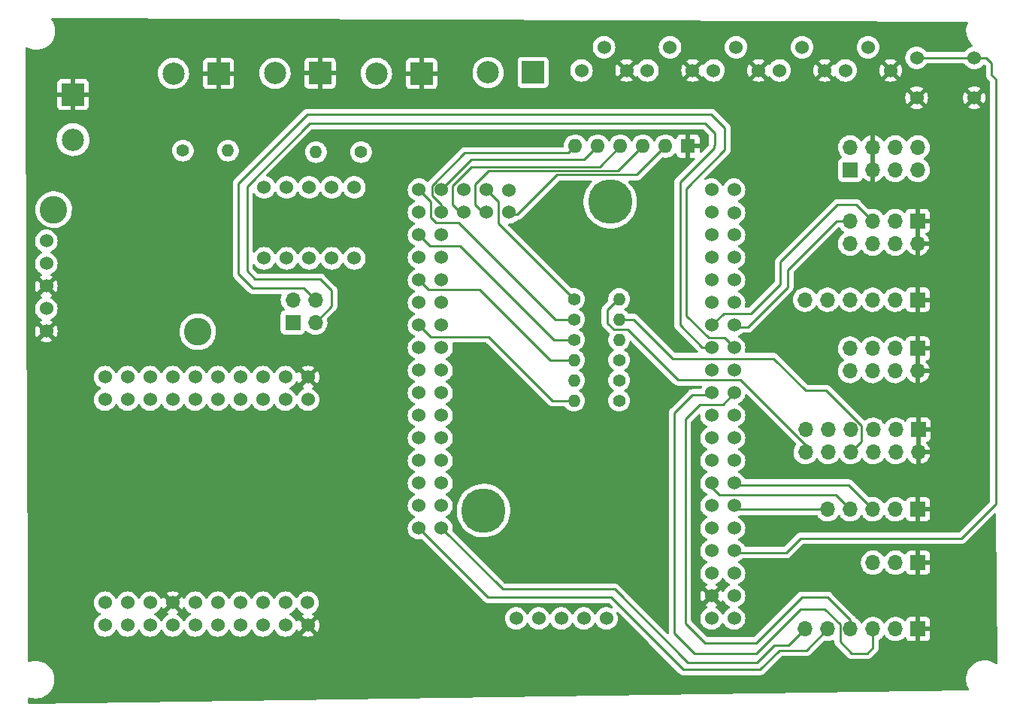
<source format=gbr>
%TF.GenerationSoftware,KiCad,Pcbnew,(6.0.0-0)*%
%TF.CreationDate,2022-02-03T16:38:39-05:00*%
%TF.ProjectId,LED_Controller_Without_Level_Shifter,4c45445f-436f-46e7-9472-6f6c6c65725f,1.0*%
%TF.SameCoordinates,Original*%
%TF.FileFunction,Copper,L4,Bot*%
%TF.FilePolarity,Positive*%
%FSLAX46Y46*%
G04 Gerber Fmt 4.6, Leading zero omitted, Abs format (unit mm)*
G04 Created by KiCad (PCBNEW (6.0.0-0)) date 2022-02-03 16:38:39*
%MOMM*%
%LPD*%
G01*
G04 APERTURE LIST*
%TA.AperFunction,ComponentPad*%
%ADD10R,2.500000X2.500000*%
%TD*%
%TA.AperFunction,ComponentPad*%
%ADD11C,2.500000*%
%TD*%
%TA.AperFunction,ComponentPad*%
%ADD12R,1.700000X1.700000*%
%TD*%
%TA.AperFunction,ComponentPad*%
%ADD13O,1.700000X1.700000*%
%TD*%
%TA.AperFunction,ComponentPad*%
%ADD14C,1.400000*%
%TD*%
%TA.AperFunction,ComponentPad*%
%ADD15O,1.400000X1.400000*%
%TD*%
%TA.AperFunction,ComponentPad*%
%ADD16R,1.600000X1.600000*%
%TD*%
%TA.AperFunction,ComponentPad*%
%ADD17O,1.600000X1.600000*%
%TD*%
%TA.AperFunction,ComponentPad*%
%ADD18C,1.524000*%
%TD*%
%TA.AperFunction,ComponentPad*%
%ADD19C,3.100000*%
%TD*%
%TA.AperFunction,ComponentPad*%
%ADD20C,5.000000*%
%TD*%
%TA.AperFunction,Conductor*%
%ADD21C,0.250000*%
%TD*%
G04 APERTURE END LIST*
D10*
%TO.P,J1,1,Pin_1*%
%TO.N,GND*%
X93790000Y-70645000D03*
D11*
%TO.P,J1,2,Pin_2*%
%TO.N,+12V*%
X93790000Y-75725000D03*
%TD*%
D10*
%TO.P,J2,1,Pin_1*%
%TO.N,GND*%
X110180000Y-68280000D03*
D11*
%TO.P,J2,2,Pin_2*%
%TO.N,+5V*%
X105100000Y-68280000D03*
%TD*%
D10*
%TO.P,J3,1,Pin_1*%
%TO.N,GND*%
X133045000Y-68280000D03*
D11*
%TO.P,J3,2,Pin_2*%
%TO.N,+5V*%
X127965000Y-68280000D03*
%TD*%
D10*
%TO.P,J4,1,Pin_1*%
%TO.N,GND*%
X121615000Y-68254000D03*
D11*
%TO.P,J4,2,Pin_2*%
%TO.N,+5V*%
X116535000Y-68254000D03*
%TD*%
D12*
%TO.P,J5,1,Pin_1*%
%TO.N,GND*%
X188930000Y-99250000D03*
D13*
%TO.P,J5,2,Pin_2*%
X188930000Y-101790000D03*
%TO.P,J5,3,Pin_3*%
%TO.N,+5V*%
X186390000Y-99250000D03*
%TO.P,J5,4,Pin_4*%
X186390000Y-101790000D03*
%TO.P,J5,5,Pin_5*%
%TO.N,LDP_CLOCK*%
X183850000Y-99250000D03*
%TO.P,J5,6,Pin_6*%
%TO.N,MAINT_CLOCK*%
X183850000Y-101790000D03*
%TO.P,J5,7,Pin_7*%
%TO.N,/H-R1_LD*%
X181310000Y-99250000D03*
%TO.P,J5,8,Pin_8*%
%TO.N,/H-R2-MD*%
X181310000Y-101790000D03*
%TD*%
D12*
%TO.P,J6,1,Pin_1*%
%TO.N,GND*%
X189000000Y-108380000D03*
D13*
%TO.P,J6,2,Pin_2*%
X189000000Y-110920000D03*
%TO.P,J6,3,Pin_3*%
%TO.N,+5V*%
X186460000Y-108380000D03*
%TO.P,J6,4,Pin_4*%
X186460000Y-110920000D03*
%TO.P,J6,5,Pin_5*%
%TO.N,CS1_CLOCK*%
X183920000Y-108380000D03*
%TO.P,J6,6,Pin_6*%
%TO.N,VU1_CLOCK*%
X183920000Y-110920000D03*
%TO.P,J6,7,Pin_7*%
%TO.N,/H-R3_C1D*%
X181380000Y-108380000D03*
%TO.P,J6,8,Pin_8*%
%TO.N,/H-R4_V1D*%
X181380000Y-110920000D03*
%TO.P,J6,9,Pin_9*%
%TO.N,CS2_CLOCK*%
X178840000Y-108380000D03*
%TO.P,J6,10,Pin_10*%
%TO.N,VU2_CLOCK*%
X178840000Y-110920000D03*
%TO.P,J6,11,Pin_11*%
%TO.N,/H-R5_C2D*%
X176300000Y-108380000D03*
%TO.P,J6,12,Pin_12*%
%TO.N,/H-R6_V2D*%
X176300000Y-110920000D03*
%TD*%
D12*
%TO.P,J7,1,Pin_1*%
%TO.N,GND*%
X188976000Y-117334000D03*
D13*
%TO.P,J7,2,Pin_2*%
%TO.N,+5V*%
X186436000Y-117334000D03*
%TO.P,J7,3,Pin_3*%
%TO.N,DP_LOAD*%
X183896000Y-117334000D03*
%TO.P,J7,4,Pin_4*%
%TO.N,DP_CLOCK*%
X181356000Y-117334000D03*
%TO.P,J7,5,Pin_5*%
%TO.N,DP_DATA_IN*%
X178816000Y-117334000D03*
%TD*%
D12*
%TO.P,J8,1,Pin_1*%
%TO.N,GND*%
X188976000Y-130810000D03*
D13*
%TO.P,J8,2,Pin_2*%
%TO.N,+5V*%
X186436000Y-130810000D03*
%TO.P,J8,3,Pin_3*%
%TO.N,VU_STROBE*%
X183896000Y-130810000D03*
%TO.P,J8,4,Pin_4*%
%TO.N,VU_RESET*%
X181356000Y-130810000D03*
%TO.P,J8,5,Pin_5*%
%TO.N,SPECTRUM_LEFT*%
X178816000Y-130810000D03*
%TO.P,J8,6,Pin_6*%
%TO.N,SPECTRUM_RIGHT*%
X176276000Y-130810000D03*
%TD*%
D12*
%TO.P,J9,1,Pin_1*%
%TO.N,+5V*%
X181320000Y-79145000D03*
D13*
%TO.P,J9,2,Pin_2*%
X181320000Y-76605000D03*
%TO.P,J9,3,Pin_3*%
%TO.N,GND*%
X183860000Y-79145000D03*
%TO.P,J9,4,Pin_4*%
X183860000Y-76605000D03*
%TO.P,J9,5,Pin_5*%
%TO.N,SCL*%
X186400000Y-79145000D03*
%TO.P,J9,6,Pin_6*%
X186400000Y-76605000D03*
%TO.P,J9,7,Pin_7*%
%TO.N,SDA*%
X188940000Y-79145000D03*
%TO.P,J9,8,Pin_8*%
X188940000Y-76605000D03*
%TD*%
D12*
%TO.P,J10,1,Pin_1*%
%TO.N,GND*%
X188920000Y-84885000D03*
D13*
%TO.P,J10,2,Pin_2*%
X188920000Y-87425000D03*
%TO.P,J10,3,Pin_3*%
%TO.N,+5V*%
X186380000Y-84885000D03*
%TO.P,J10,4,Pin_4*%
X186380000Y-87425000D03*
%TO.P,J10,5,Pin_5*%
%TO.N,TX1*%
X183840000Y-84885000D03*
%TO.P,J10,6,Pin_6*%
%TO.N,TX0*%
X183840000Y-87425000D03*
%TO.P,J10,7,Pin_7*%
%TO.N,RX1*%
X181300000Y-84885000D03*
%TO.P,J10,8,Pin_8*%
%TO.N,RX0*%
X181300000Y-87425000D03*
%TD*%
D12*
%TO.P,J11,1,Pin_1*%
%TO.N,GND*%
X188951000Y-93751000D03*
D13*
%TO.P,J11,2,Pin_2*%
%TO.N,OE*%
X186411000Y-93751000D03*
%TO.P,J11,3,Pin_3*%
%TO.N,SCL*%
X183871000Y-93751000D03*
%TO.P,J11,4,Pin_4*%
%TO.N,SDA*%
X181331000Y-93751000D03*
%TO.P,J11,5,Pin_5*%
%TO.N,+5V*%
X178791000Y-93751000D03*
%TO.P,J11,6,Pin_6*%
X176251000Y-93751000D03*
%TD*%
D14*
%TO.P,R2,1*%
%TO.N,/H-R2-MD*%
X155290000Y-102822000D03*
D15*
%TO.P,R2,2*%
%TO.N,MAINT_DATA*%
X150210000Y-102822000D03*
%TD*%
D14*
%TO.P,R3,1*%
%TO.N,/H-R3_C1D*%
X155290000Y-100534000D03*
D15*
%TO.P,R3,2*%
%TO.N,CS1_DATA*%
X150210000Y-100534000D03*
%TD*%
D14*
%TO.P,R4,1*%
%TO.N,CS2_DATA*%
X150210000Y-98246000D03*
D15*
%TO.P,R4,2*%
%TO.N,/H-R5_C2D*%
X155290000Y-98246000D03*
%TD*%
D14*
%TO.P,R5,1*%
%TO.N,VU1_DATA*%
X150210000Y-95958000D03*
D15*
%TO.P,R5,2*%
%TO.N,/H-R4_V1D*%
X155290000Y-95958000D03*
%TD*%
D14*
%TO.P,R6,1*%
%TO.N,VU2_DATA*%
X150210000Y-93670000D03*
D15*
%TO.P,R6,2*%
%TO.N,/H-R6_V2D*%
X155290000Y-93670000D03*
%TD*%
D16*
%TO.P,RN1,1,common*%
%TO.N,GND*%
X163068000Y-76454000D03*
D17*
%TO.P,RN1,2,R1*%
%TO.N,JUMPER1*%
X160528000Y-76454000D03*
%TO.P,RN1,3,R2*%
%TO.N,JUMPER2*%
X157988000Y-76454000D03*
%TO.P,RN1,4,R3*%
%TO.N,JUMPER3*%
X155448000Y-76454000D03*
%TO.P,RN1,5,R4*%
%TO.N,JUMPER4*%
X152908000Y-76454000D03*
%TO.P,RN1,6,R5*%
%TO.N,JUMPER5*%
X150368000Y-76454000D03*
%TD*%
D18*
%TO.P,U1,0,En*%
%TO.N,unconnected-(U1-Pad0)*%
X90780000Y-87130000D03*
%TO.P,U1,1,VIN*%
%TO.N,+12V*%
X90780000Y-89670000D03*
%TO.P,U1,2,GND*%
%TO.N,GND*%
X90780000Y-92210000D03*
%TO.P,U1,3*%
%TO.N,N/C*%
X90780000Y-94750000D03*
%TO.P,U1,4,GND*%
%TO.N,GND*%
X90780000Y-97290000D03*
D19*
%TO.P,U1,5,VOut*%
%TO.N,+5V*%
X91610000Y-83600000D03*
%TO.P,U1,6*%
%TO.N,N/C*%
X107838800Y-97361200D03*
%TD*%
D18*
%TO.P,U2,0,GPIO0*%
%TO.N,unconnected-(U2-Pad0)*%
X105015400Y-130406600D03*
%TO.P,U2,1,Tx0*%
%TO.N,unconnected-(U2-Pad1)*%
X120205400Y-127866600D03*
%TO.P,U2,2,GPIO2*%
%TO.N,unconnected-(U2-Pad2)*%
X102475400Y-130406600D03*
%TO.P,U2,3,Rx0*%
%TO.N,unconnected-(U2-Pad3)*%
X117715400Y-127866600D03*
%TO.P,U2,4,GPIO4*%
%TO.N,unconnected-(U2-Pad4)*%
X107555400Y-130406600D03*
%TO.P,U2,5,GPIO5*%
%TO.N,unconnected-(U2-Pad5)*%
X105015400Y-105000600D03*
%TO.P,U2,18,GPIO18*%
%TO.N,unconnected-(U2-Pad18)*%
X112635400Y-105000600D03*
%TO.P,U2,19,GPIO19*%
%TO.N,unconnected-(U2-Pad19)*%
X110095400Y-105000600D03*
%TO.P,U2,21,GPIO21*%
%TO.N,unconnected-(U2-Pad21)*%
X112635400Y-127866600D03*
%TO.P,U2,22,GPIO22*%
%TO.N,unconnected-(U2-Pad22)*%
X115175400Y-127866600D03*
%TO.P,U2,23,GPIO23*%
%TO.N,unconnected-(U2-Pad23)*%
X107555400Y-105000600D03*
%TO.P,U2,25,GPIO25*%
%TO.N,unconnected-(U2-Pad25)*%
X107555400Y-127866600D03*
%TO.P,U2,26,GPIO26*%
%TO.N,unconnected-(U2-Pad26)*%
X115175400Y-105000600D03*
%TO.P,U2,27,GPIO27*%
%TO.N,unconnected-(U2-Pad27)*%
X110095400Y-127866600D03*
%TO.P,U2,32,GPIO32*%
%TO.N,unconnected-(U2-Pad32)*%
X112635400Y-130406600D03*
%TO.P,U2,33,GPIO33*%
%TO.N,unconnected-(U2-Pad33)*%
X110095400Y-102460600D03*
%TO.P,U2,34,GPIO34*%
%TO.N,unconnected-(U2-Pad34)*%
X107555400Y-102460600D03*
%TO.P,U2,35,GPIO35*%
%TO.N,unconnected-(U2-Pad35)*%
X112635400Y-102460600D03*
%TO.P,U2,39,VN*%
%TO.N,unconnected-(U2-Pad39)*%
X115175400Y-102460600D03*
%TO.P,U2,60,GND*%
%TO.N,GND*%
X105015400Y-127866600D03*
%TO.P,U2,61,GND*%
X120255400Y-130406600D03*
%TO.P,U2,62,GND*%
X120255400Y-102460600D03*
%TO.P,U2,70,5V*%
%TO.N,+5V*%
X102475400Y-127866600D03*
%TO.P,U2,71,3V3*%
%TO.N,3.3V*%
X102475400Y-105000600D03*
%TO.P,U2,80,TDO*%
%TO.N,unconnected-(U2-Pad80)*%
X99935400Y-127866600D03*
%TO.P,U2,81,SD0*%
%TO.N,unconnected-(U2-Pad81)*%
X97395400Y-127866600D03*
%TO.P,U2,82,TDI*%
%TO.N,unconnected-(U2-Pad82)*%
X110095400Y-130406600D03*
%TO.P,U2,83,SD1*%
%TO.N,unconnected-(U2-Pad83)*%
X99935400Y-130406600D03*
%TO.P,U2,84,CLK*%
%TO.N,unconnected-(U2-Pad84)*%
X97395400Y-130406600D03*
%TO.P,U2,85,RST*%
%TO.N,unconnected-(U2-Pad85)*%
X120255400Y-105000600D03*
%TO.P,U2,86,VP*%
%TO.N,unconnected-(U2-Pad86)*%
X117715400Y-105000600D03*
%TO.P,U2,87,TCK*%
%TO.N,unconnected-(U2-Pad87)*%
X99935400Y-105000600D03*
%TO.P,U2,88,SD3*%
%TO.N,unconnected-(U2-Pad88)*%
X97395400Y-105000600D03*
%TO.P,U2,89,NC*%
%TO.N,unconnected-(U2-Pad89)*%
X117715400Y-102460600D03*
%TO.P,U2,90,TMS*%
%TO.N,unconnected-(U2-Pad90)*%
X105015400Y-102460600D03*
%TO.P,U2,91,NC*%
%TO.N,unconnected-(U2-Pad91)*%
X102475400Y-102460600D03*
%TO.P,U2,92,SD2*%
%TO.N,unconnected-(U2-Pad92)*%
X99935400Y-102460600D03*
%TO.P,U2,93,CMD*%
%TO.N,unconnected-(U2-Pad93)*%
X97395400Y-102460600D03*
%TO.P,U2,251,GPIO25_1*%
%TO.N,ESP_LOGIC_RX*%
X115175400Y-130406600D03*
%TO.P,U2,271,GPIO27_1*%
%TO.N,ESP_LOGIC_TX*%
X117715400Y-130406600D03*
%TD*%
D14*
%TO.P,R1,1*%
%TO.N,/H-R1_LD*%
X155290000Y-105110000D03*
D15*
%TO.P,R1,2*%
%TO.N,LDP_DATA*%
X150210000Y-105110000D03*
%TD*%
D18*
%TO.P,SW1,1*%
%TO.N,JUMPER5*%
X125476000Y-89091000D03*
%TO.P,SW1,2*%
%TO.N,JUMPER4*%
X122936000Y-89091000D03*
%TO.P,SW1,3*%
%TO.N,JUMPER3*%
X120396000Y-89091000D03*
%TO.P,SW1,4*%
%TO.N,JUMPER2*%
X117856000Y-89091000D03*
%TO.P,SW1,5*%
%TO.N,JUMPER1*%
X115316000Y-89091000D03*
%TO.P,SW1,6*%
%TO.N,+5V*%
X115316000Y-81089000D03*
%TO.P,SW1,7*%
X117856000Y-81089000D03*
%TO.P,SW1,8*%
X120396000Y-81089000D03*
%TO.P,SW1,9*%
X122936000Y-81089000D03*
%TO.P,SW1,10*%
X125476000Y-81089000D03*
%TD*%
%TO.P,SW2,1,1*%
%TO.N,GND*%
X188820000Y-71020000D03*
%TO.P,SW2,2,2*%
%TO.N,RESET*%
X188820000Y-66520000D03*
%TO.P,SW2,3,3*%
%TO.N,GND*%
X195320000Y-71020000D03*
%TO.P,SW2,4,4*%
%TO.N,RESET*%
X195320000Y-66520000D03*
%TD*%
%TO.P,U4,0,RX*%
%TO.N,TX0*%
X165710000Y-119470000D03*
%TO.P,U4,1,TX*%
%TO.N,RX0*%
X168250000Y-119470000D03*
%TO.P,U4,2,D2*%
%TO.N,OE*%
X165710000Y-116930000D03*
%TO.P,U4,3,D3*%
%TO.N,DP_DATA_IN*%
X168250000Y-116930000D03*
%TO.P,U4,4,D4*%
%TO.N,DP_CLOCK*%
X165710000Y-114390000D03*
%TO.P,U4,5,D5*%
%TO.N,DP_LOAD*%
X168250000Y-114390000D03*
%TO.P,U4,6,D6*%
%TO.N,unconnected-(U4-Pad6)*%
X165710000Y-111850000D03*
%TO.P,U4,7,D7*%
%TO.N,unconnected-(U4-Pad7)*%
X168250000Y-111850000D03*
%TO.P,U4,8,D8*%
%TO.N,unconnected-(U4-Pad8)*%
X165710000Y-109310000D03*
%TO.P,U4,9,D9*%
%TO.N,unconnected-(U4-Pad9)*%
X168250000Y-109310000D03*
%TO.P,U4,10,D10*%
%TO.N,unconnected-(U4-Pad10)*%
X165710000Y-106770000D03*
%TO.P,U4,11,D11*%
%TO.N,unconnected-(U4-Pad11)*%
X168250000Y-106770000D03*
%TO.P,U4,12,D12*%
%TO.N,VU_STROBE*%
X165710000Y-104230000D03*
%TO.P,U4,13,D13*%
%TO.N,VU_RESET*%
X168250000Y-104230000D03*
%TO.P,U4,14,D14*%
%TO.N,unconnected-(U4-Pad14)*%
X165710000Y-101690000D03*
%TO.P,U4,15,D15*%
%TO.N,unconnected-(U4-Pad15)*%
X168250000Y-101690000D03*
%TO.P,U4,16,D16*%
%TO.N,LOGIC_2560_RX*%
X165710000Y-99150000D03*
%TO.P,U4,17,D17*%
%TO.N,LOGIC_2560_TX*%
X168250000Y-99150000D03*
%TO.P,U4,18,D18*%
%TO.N,TX1*%
X165710000Y-96610000D03*
%TO.P,U4,19,D19*%
%TO.N,RX1*%
X168250000Y-96610000D03*
%TO.P,U4,20,D20*%
%TO.N,SDA*%
X165710000Y-94070000D03*
%TO.P,U4,21,D21*%
%TO.N,SCL*%
X168250000Y-94070000D03*
%TO.P,U4,22,D22*%
%TO.N,unconnected-(U4-Pad22)*%
X165710000Y-91530000D03*
%TO.P,U4,23,D23*%
%TO.N,unconnected-(U4-Pad23)*%
X168250000Y-91530000D03*
%TO.P,U4,24,D24*%
%TO.N,unconnected-(U4-Pad24)*%
X165710000Y-88990000D03*
%TO.P,U4,24.32*%
%TO.N,N/C*%
X168250000Y-129630000D03*
%TO.P,U4,24.33*%
X168250000Y-127090000D03*
D20*
%TO.P,U4,24.52*%
X140020000Y-117490000D03*
%TO.P,U4,24.53*%
X154300000Y-82720000D03*
D18*
%TO.P,U4,25,D25*%
%TO.N,unconnected-(U4-Pad25)*%
X168250000Y-88990000D03*
%TO.P,U4,26,D26*%
%TO.N,unconnected-(U4-Pad26)*%
X165710000Y-86450000D03*
%TO.P,U4,27,D27*%
%TO.N,unconnected-(U4-Pad27)*%
X168250000Y-86450000D03*
%TO.P,U4,28,D28*%
%TO.N,unconnected-(U4-Pad28)*%
X165710000Y-83910000D03*
%TO.P,U4,29,D29*%
%TO.N,unconnected-(U4-Pad29)*%
X168250000Y-83964000D03*
%TO.P,U4,30,D30*%
%TO.N,MAINT_DATA*%
X165710000Y-81370000D03*
%TO.P,U4,31,D31*%
%TO.N,unconnected-(U4-Pad31)*%
X168250000Y-81370000D03*
%TO.P,U4,32,D32*%
%TO.N,MAINT_CLOCK*%
X132760000Y-99150000D03*
%TO.P,U4,33,D33*%
%TO.N,unconnected-(U4-Pad33)*%
X135300000Y-99150000D03*
%TO.P,U4,34,D34*%
%TO.N,LDP_DATA*%
X132760000Y-96610000D03*
%TO.P,U4,35,D35*%
%TO.N,unconnected-(U4-Pad35)*%
X135300000Y-96610000D03*
%TO.P,U4,36,D36*%
%TO.N,LDP_CLOCK*%
X132760000Y-94070000D03*
%TO.P,U4,37,D37*%
%TO.N,unconnected-(U4-Pad37)*%
X135300000Y-94070000D03*
%TO.P,U4,38,D38*%
%TO.N,CS1_DATA*%
X132760000Y-91530000D03*
%TO.P,U4,39,D39*%
%TO.N,unconnected-(U4-Pad39)*%
X135300000Y-91530000D03*
%TO.P,U4,40,D40*%
%TO.N,CS1_CLOCK*%
X132760000Y-88990000D03*
%TO.P,U4,41,D41*%
%TO.N,unconnected-(U4-Pad41)*%
X135300000Y-88990000D03*
%TO.P,U4,42,D42*%
%TO.N,CS2_DATA*%
X132760000Y-86450000D03*
%TO.P,U4,43,D43*%
%TO.N,unconnected-(U4-Pad43)*%
X135300000Y-86450000D03*
%TO.P,U4,44,D44*%
%TO.N,CS2_CLOCK*%
X132760000Y-83910000D03*
%TO.P,U4,45,D45*%
%TO.N,JUMPER5*%
X135300000Y-83910000D03*
%TO.P,U4,46,D46*%
%TO.N,VU1_DATA*%
X132760000Y-81370000D03*
%TO.P,U4,47,D47*%
%TO.N,JUMPER4*%
X135300000Y-81370000D03*
%TO.P,U4,48,D48*%
%TO.N,VU1_CLOCK*%
X137840000Y-81370000D03*
%TO.P,U4,49,D49*%
%TO.N,JUMPER3*%
X137840000Y-83910000D03*
%TO.P,U4,50,D50*%
%TO.N,VU2_DATA*%
X140380000Y-81370000D03*
%TO.P,U4,51,D51*%
%TO.N,JUMPER2*%
X140380000Y-83910000D03*
%TO.P,U4,52,D52*%
%TO.N,VU2_CLOCK*%
X142920000Y-81459000D03*
%TO.P,U4,53,D53*%
%TO.N,JUMPER1*%
X142920000Y-83910000D03*
%TO.P,U4,60,GND*%
%TO.N,unconnected-(U4-Pad60)*%
X143710000Y-129630000D03*
%TO.P,U4,61,GND*%
%TO.N,GND*%
X165710000Y-127090000D03*
%TO.P,U4,70,VIN*%
%TO.N,+5V*%
X165710000Y-129630000D03*
%TO.P,U4,71,VCC*%
%TO.N,unconnected-(U4-Pad71)*%
X165710000Y-124550000D03*
%TO.P,U4,72,VCC*%
%TO.N,unconnected-(U4-Pad72)*%
X168250000Y-124550000D03*
%TO.P,U4,100,RST_FTDI*%
%TO.N,unconnected-(U4-Pad100)*%
X153870000Y-129630000D03*
%TO.P,U4,101,TX_FTDI*%
%TO.N,unconnected-(U4-Pad101)*%
X151330000Y-129630000D03*
%TO.P,U4,102,RX_FTDI*%
%TO.N,unconnected-(U4-Pad102)*%
X148790000Y-129630000D03*
%TO.P,U4,103,VCC_FTDI*%
%TO.N,unconnected-(U4-Pad103)*%
X146250000Y-129630000D03*
%TO.P,U4,104,AREF*%
%TO.N,unconnected-(U4-Pad104)*%
X165710000Y-122010000D03*
%TO.P,U4,105,RST*%
%TO.N,RESET*%
X168250000Y-122010000D03*
%TO.P,U4,200,A0*%
%TO.N,SPECTRUM_LEFT*%
X132760000Y-119470000D03*
%TO.P,U4,201,A1*%
%TO.N,SPECTRUM_RIGHT*%
X135300000Y-119470000D03*
%TO.P,U4,202,A2*%
%TO.N,TRIM1*%
X132760000Y-116930000D03*
%TO.P,U4,203,A3*%
%TO.N,TRIM2*%
X135300000Y-116930000D03*
%TO.P,U4,204,A4*%
%TO.N,TRIM3*%
X132760000Y-114390000D03*
%TO.P,U4,205,A5*%
%TO.N,TRIM4*%
X135300000Y-114390000D03*
%TO.P,U4,206,A6*%
%TO.N,TRIM5*%
X132760000Y-111850000D03*
%TO.P,U4,207,A7*%
%TO.N,BATTERY_LEVEL*%
X135300000Y-111850000D03*
%TO.P,U4,208,A8*%
%TO.N,EXT_MIC*%
X132760000Y-109310000D03*
%TO.P,U4,209,A9*%
%TO.N,unconnected-(U4-Pad209)*%
X135300000Y-109310000D03*
%TO.P,U4,210,A10*%
%TO.N,unconnected-(U4-Pad210)*%
X132760000Y-106770000D03*
%TO.P,U4,211,A11*%
%TO.N,unconnected-(U4-Pad211)*%
X135300000Y-106770000D03*
%TO.P,U4,212,A12*%
%TO.N,unconnected-(U4-Pad212)*%
X132760000Y-104230000D03*
%TO.P,U4,213,A13*%
%TO.N,unconnected-(U4-Pad213)*%
X135300000Y-104230000D03*
%TO.P,U4,214,A14*%
%TO.N,unconnected-(U4-Pad214)*%
X132760000Y-101690000D03*
%TO.P,U4,215,A15*%
%TO.N,unconnected-(U4-Pad215)*%
X135300000Y-101690000D03*
%TD*%
%TO.P,RV1,1,1*%
%TO.N,GND*%
X156140000Y-67935000D03*
%TO.P,RV1,2,2*%
%TO.N,TRIM1*%
X153600000Y-65325000D03*
%TO.P,RV1,3,3*%
%TO.N,+5V*%
X151060000Y-67935000D03*
%TD*%
%TO.P,RV2,1,1*%
%TO.N,GND*%
X171015000Y-67935000D03*
%TO.P,RV2,2,2*%
%TO.N,TRIM3*%
X168475000Y-65325000D03*
%TO.P,RV2,3,3*%
%TO.N,+5V*%
X165935000Y-67935000D03*
%TD*%
%TO.P,RV3,1,1*%
%TO.N,GND*%
X185890000Y-67935000D03*
%TO.P,RV3,2,2*%
%TO.N,TRIM5*%
X183350000Y-65325000D03*
%TO.P,RV3,3,3*%
%TO.N,+5V*%
X180810000Y-67935000D03*
%TD*%
%TO.P,RV4,1,1*%
%TO.N,GND*%
X163577500Y-67935000D03*
%TO.P,RV4,2,2*%
%TO.N,TRIM2*%
X161037500Y-65325000D03*
%TO.P,RV4,3,3*%
%TO.N,+5V*%
X158497500Y-67935000D03*
%TD*%
%TO.P,RV5,1,1*%
%TO.N,GND*%
X178452500Y-67935000D03*
%TO.P,RV5,2,2*%
%TO.N,TRIM4*%
X175912500Y-65325000D03*
%TO.P,RV5,3,3*%
%TO.N,+5V*%
X173372500Y-67935000D03*
%TD*%
D12*
%TO.P,J13,1,Pin_1*%
%TO.N,ESP_LOGIC_RX*%
X118545000Y-96315000D03*
D13*
%TO.P,J13,2,Pin_2*%
%TO.N,ESP_LOGIC_TX*%
X118545000Y-93775000D03*
%TO.P,J13,3,Pin_3*%
%TO.N,LOGIC_2560_RX*%
X121085000Y-96315000D03*
%TO.P,J13,4,Pin_4*%
%TO.N,LOGIC_2560_TX*%
X121085000Y-93775000D03*
%TD*%
D12*
%TO.P,J13,1,Pin_1*%
%TO.N,GND*%
X188975000Y-123340000D03*
D13*
%TO.P,J13,2,Pin_2*%
%TO.N,+5V*%
X186435000Y-123340000D03*
%TO.P,J13,3,Pin_3*%
%TO.N,EXT_MIC*%
X183895000Y-123340000D03*
%TD*%
D14*
%TO.P,R7,1*%
%TO.N,BATTERY_LEVEL*%
X106172000Y-76962000D03*
D15*
%TO.P,R7,2*%
%TO.N,POS*%
X111252000Y-76962000D03*
%TD*%
D14*
%TO.P,R8,1*%
%TO.N,NEG*%
X126238000Y-77140000D03*
D15*
%TO.P,R8,2*%
%TO.N,BATTERY_LEVEL*%
X121158000Y-77140000D03*
%TD*%
D10*
%TO.P,J12,1,Pin_1*%
%TO.N,POS*%
X145625000Y-68170000D03*
D11*
%TO.P,J12,2,Pin_2*%
%TO.N,NEG*%
X140545000Y-68170000D03*
%TD*%
D21*
%TO.N,DP_DATA_IN*%
X168239200Y-117334000D02*
X168062600Y-117157400D01*
X178816000Y-117334000D02*
X168239200Y-117334000D01*
%TO.N,DP_CLOCK*%
X181356000Y-117334000D02*
X179725911Y-115703911D01*
X179725911Y-115703911D02*
X166609111Y-115703911D01*
X166609111Y-115703911D02*
X165522600Y-114617400D01*
%TO.N,DP_LOAD*%
X183896000Y-117334000D02*
X181179400Y-114617400D01*
X181179400Y-114617400D02*
X168062600Y-114617400D01*
%TO.N,SPECTRUM_RIGHT*%
X174416000Y-132670000D02*
X172800000Y-132670000D01*
X176276000Y-130810000D02*
X174416000Y-132670000D01*
X170850000Y-134620000D02*
X163068000Y-134620000D01*
X154788000Y-126340000D02*
X142180000Y-126340000D01*
X172800000Y-132670000D02*
X170850000Y-134620000D01*
X142100000Y-126260000D02*
X142090000Y-126260000D01*
X142090000Y-126260000D02*
X135300000Y-119470000D01*
X142180000Y-126340000D02*
X142100000Y-126260000D01*
X163068000Y-134620000D02*
X154788000Y-126340000D01*
%TO.N,SPECTRUM_LEFT*%
X171198000Y-135382000D02*
X162560000Y-135382000D01*
X173357000Y-133223000D02*
X171198000Y-135382000D01*
X154432000Y-127254000D02*
X140544000Y-127254000D01*
X178816000Y-130810000D02*
X176403000Y-133223000D01*
X162560000Y-135382000D02*
X154432000Y-127254000D01*
X176403000Y-133223000D02*
X173357000Y-133223000D01*
X140544000Y-127254000D02*
X132760000Y-119470000D01*
%TO.N,VU_RESET*%
X166976089Y-105543911D02*
X164416089Y-105543911D01*
X181356000Y-129794000D02*
X181356000Y-130810000D01*
X164416089Y-105543911D02*
X162780000Y-107180000D01*
X170750000Y-132380000D02*
X175876000Y-127254000D01*
X164975718Y-132380000D02*
X170750000Y-132380000D01*
X162780000Y-107180000D02*
X162780000Y-130184282D01*
X178816000Y-127254000D02*
X181356000Y-129794000D01*
X168062600Y-104457400D02*
X166976089Y-105543911D01*
X162780000Y-130184282D02*
X164975718Y-132380000D01*
X175876000Y-127254000D02*
X178816000Y-127254000D01*
%TO.N,VU_STROBE*%
X180181489Y-132241489D02*
X181500000Y-133560000D01*
X161544000Y-131318000D02*
X163830000Y-133604000D01*
X183896000Y-132914000D02*
X183896000Y-130810000D01*
X163552600Y-104457400D02*
X161544000Y-106466000D01*
X161544000Y-106466000D02*
X161544000Y-131318000D01*
X181500000Y-133560000D02*
X183250000Y-133560000D01*
X183250000Y-133560000D02*
X183896000Y-132914000D01*
X175700000Y-128620000D02*
X178477988Y-128620000D01*
X165522600Y-104457400D02*
X163552600Y-104457400D01*
X163830000Y-133604000D02*
X170716000Y-133604000D01*
X170716000Y-133604000D02*
X175700000Y-128620000D01*
X178477988Y-128620000D02*
X180181489Y-130323501D01*
X180181489Y-130323501D02*
X180181489Y-132241489D01*
%TO.N,TX1*%
X182013000Y-83058000D02*
X179922000Y-83058000D01*
X173482000Y-89498000D02*
X173482000Y-91988000D01*
X170180000Y-95290000D02*
X167070000Y-95290000D01*
X183840000Y-84885000D02*
X182013000Y-83058000D01*
X167070000Y-95290000D02*
X165522600Y-96837400D01*
X179922000Y-83058000D02*
X173482000Y-89498000D01*
X173482000Y-91988000D02*
X170180000Y-95290000D01*
%TO.N,RX1*%
X168062600Y-96837400D02*
X169812600Y-96837400D01*
X179783000Y-84885000D02*
X181300000Y-84885000D01*
X174298000Y-92352000D02*
X174298000Y-90370000D01*
X174298000Y-90370000D02*
X179783000Y-84885000D01*
X169812600Y-96837400D02*
X174298000Y-92352000D01*
%TO.N,LDP_DATA*%
X150210000Y-105110000D02*
X147780000Y-105110000D01*
X134060000Y-97910000D02*
X132760000Y-96610000D01*
X140580000Y-97910000D02*
X134060000Y-97910000D01*
X147780000Y-105110000D02*
X140580000Y-97910000D01*
%TO.N,CS1_DATA*%
X139606511Y-92616511D02*
X133846511Y-92616511D01*
X133846511Y-92616511D02*
X132760000Y-91530000D01*
X147524000Y-100534000D02*
X139606511Y-92616511D01*
X150210000Y-100534000D02*
X147524000Y-100534000D01*
%TO.N,CS2_DATA*%
X137350000Y-87660000D02*
X133970000Y-87660000D01*
X133970000Y-87660000D02*
X132760000Y-86450000D01*
X147936000Y-98246000D02*
X137350000Y-87660000D01*
X150210000Y-98246000D02*
X147936000Y-98246000D01*
%TO.N,VU1_DATA*%
X137250000Y-85110000D02*
X134710000Y-85110000D01*
X134710000Y-85110000D02*
X134060000Y-84460000D01*
X134060000Y-84460000D02*
X134060000Y-82670000D01*
X134060000Y-82670000D02*
X132760000Y-81370000D01*
X148098000Y-95958000D02*
X137250000Y-85110000D01*
X150210000Y-95958000D02*
X148098000Y-95958000D01*
%TO.N,VU2_DATA*%
X150210000Y-93670000D02*
X141680000Y-85140000D01*
X141680000Y-82670000D02*
X140380000Y-81370000D01*
X141680000Y-85140000D02*
X141680000Y-82670000D01*
%TO.N,JUMPER5*%
X150368000Y-76454000D02*
X149606000Y-77216000D01*
X134213489Y-80919951D02*
X134213489Y-81983489D01*
X149606000Y-77216000D02*
X137917440Y-77216000D01*
X134213489Y-81983489D02*
X135300000Y-83070000D01*
X137917440Y-77216000D02*
X134213489Y-80919951D01*
X135300000Y-83070000D02*
X135300000Y-83910000D01*
%TO.N,JUMPER4*%
X138692000Y-77978000D02*
X135300000Y-81370000D01*
X152908000Y-76454000D02*
X151384000Y-77978000D01*
X151384000Y-77978000D02*
X138692000Y-77978000D01*
%TO.N,JUMPER3*%
X138650000Y-78770000D02*
X136530000Y-80890000D01*
X136530000Y-80890000D02*
X136530000Y-83014800D01*
X153132000Y-78770000D02*
X138650000Y-78770000D01*
X136530000Y-83014800D02*
X137652600Y-84137400D01*
X155448000Y-76454000D02*
X153132000Y-78770000D01*
%TO.N,JUMPER2*%
X139106089Y-80763911D02*
X139106089Y-83050889D01*
X139106089Y-83050889D02*
X140192600Y-84137400D01*
X155201520Y-79240480D02*
X140629520Y-79240480D01*
X157988000Y-76454000D02*
X155201520Y-79240480D01*
X140629520Y-79240480D02*
X139106089Y-80763911D01*
%TO.N,JUMPER1*%
X157292000Y-79690000D02*
X148300000Y-79690000D01*
X160528000Y-76454000D02*
X157292000Y-79690000D01*
X148300000Y-79690000D02*
X143852600Y-84137400D01*
X143852600Y-84137400D02*
X142732600Y-84137400D01*
%TO.N,LOGIC_2560_TX*%
X162880000Y-95560000D02*
X162880000Y-81220000D01*
X112420000Y-90830000D02*
X114046000Y-92456000D01*
X165383489Y-98063489D02*
X162880000Y-95560000D01*
X167200000Y-74410000D02*
X165688000Y-72898000D01*
X165688000Y-72898000D02*
X120192000Y-72898000D01*
X112420000Y-80670000D02*
X112420000Y-90830000D01*
X119766000Y-92456000D02*
X121085000Y-93775000D01*
X120192000Y-72898000D02*
X112420000Y-80670000D01*
X167200000Y-76900000D02*
X167200000Y-74410000D01*
X167163489Y-98063489D02*
X165383489Y-98063489D01*
X168250000Y-99150000D02*
X167163489Y-98063489D01*
X162880000Y-81220000D02*
X167200000Y-76900000D01*
X114046000Y-92456000D02*
X119766000Y-92456000D01*
%TO.N,LOGIC_2560_RX*%
X166020000Y-76370000D02*
X166080000Y-76310000D01*
X164682000Y-99150000D02*
X162150000Y-96618000D01*
X113390000Y-90530000D02*
X114300000Y-91440000D01*
X122936000Y-94464000D02*
X121085000Y-96315000D01*
X165009520Y-73929520D02*
X120430480Y-73929520D01*
X166080000Y-75000000D02*
X165009520Y-73929520D01*
X122936000Y-92710000D02*
X122936000Y-94464000D01*
X165710000Y-99150000D02*
X164682000Y-99150000D01*
X166020000Y-76660000D02*
X166020000Y-76370000D01*
X121666000Y-91440000D02*
X122936000Y-92710000D01*
X162150000Y-96618000D02*
X162150000Y-80530000D01*
X166080000Y-76310000D02*
X166080000Y-75000000D01*
X120430480Y-73929520D02*
X113390000Y-80970000D01*
X114300000Y-91440000D02*
X121666000Y-91440000D01*
X162150000Y-80530000D02*
X166020000Y-76660000D01*
X113390000Y-80970000D02*
X113390000Y-90530000D01*
%TO.N,RESET*%
X197740000Y-116710000D02*
X193860000Y-120590000D01*
X197250000Y-67120000D02*
X197250000Y-68450000D01*
X194910000Y-66520000D02*
X196650000Y-66520000D01*
X195320000Y-66520000D02*
X188820000Y-66520000D01*
X193860000Y-120590000D02*
X175770000Y-120590000D01*
X197740000Y-68940000D02*
X197740000Y-116710000D01*
X197250000Y-68450000D02*
X197740000Y-68940000D01*
X196650000Y-66520000D02*
X197250000Y-67120000D01*
X174122600Y-122237400D02*
X168062600Y-122237400D01*
X175770000Y-120590000D02*
X174122600Y-122237400D01*
%TO.N,/H-R4_V1D*%
X172671988Y-100360000D02*
X176300000Y-103988012D01*
X182554511Y-107893501D02*
X182554511Y-109745489D01*
X156918000Y-95958000D02*
X161320000Y-100360000D01*
X182554511Y-109745489D02*
X181380000Y-110920000D01*
X155290000Y-95958000D02*
X156918000Y-95958000D01*
X176300000Y-103988012D02*
X178649022Y-103988012D01*
X178649022Y-103988012D02*
X182554511Y-107893501D01*
X161320000Y-100360000D02*
X172671988Y-100360000D01*
%TO.N,/H-R6_V2D*%
X156302000Y-97120000D02*
X161958511Y-102776511D01*
X153970000Y-96390000D02*
X154700000Y-97120000D01*
X154700000Y-97120000D02*
X156302000Y-97120000D01*
X161958511Y-102776511D02*
X168973489Y-102776511D01*
X155290000Y-93670000D02*
X155190000Y-93670000D01*
X168973489Y-102776511D02*
X176300000Y-110103022D01*
X155190000Y-93670000D02*
X153970000Y-94890000D01*
X153970000Y-94890000D02*
X153970000Y-96390000D01*
X176300000Y-110103022D02*
X176300000Y-110920000D01*
%TD*%
%TA.AperFunction,Conductor*%
%TO.N,GND*%
G36*
X134712759Y-62231521D02*
G01*
X194458796Y-62478701D01*
X194526834Y-62498985D01*
X194573104Y-62552832D01*
X194582917Y-62623147D01*
X194573649Y-62655341D01*
X194521517Y-62774102D01*
X194442756Y-63050594D01*
X194402249Y-63335216D01*
X194402227Y-63339505D01*
X194402226Y-63339512D01*
X194402058Y-63371583D01*
X194400743Y-63622703D01*
X194401302Y-63626947D01*
X194401302Y-63626951D01*
X194405526Y-63659036D01*
X194438268Y-63907734D01*
X194514129Y-64185036D01*
X194515813Y-64188984D01*
X194585312Y-64351920D01*
X194626923Y-64449476D01*
X194657952Y-64501322D01*
X194772257Y-64692311D01*
X194774561Y-64696161D01*
X194954313Y-64920528D01*
X194957420Y-64923476D01*
X194957426Y-64923483D01*
X195105134Y-65063652D01*
X195140779Y-65125052D01*
X195137570Y-65195976D01*
X195096526Y-65253906D01*
X195051015Y-65276756D01*
X194883804Y-65321560D01*
X194878823Y-65323882D01*
X194878822Y-65323883D01*
X194687311Y-65413186D01*
X194687306Y-65413189D01*
X194682324Y-65415512D01*
X194677817Y-65418668D01*
X194677815Y-65418669D01*
X194504730Y-65539864D01*
X194504727Y-65539866D01*
X194500219Y-65543023D01*
X194343023Y-65700219D01*
X194339866Y-65704727D01*
X194339864Y-65704730D01*
X194250209Y-65832771D01*
X194194752Y-65877099D01*
X194146996Y-65886500D01*
X189993004Y-65886500D01*
X189924883Y-65866498D01*
X189889791Y-65832771D01*
X189800136Y-65704730D01*
X189800134Y-65704727D01*
X189796977Y-65700219D01*
X189639781Y-65543023D01*
X189635273Y-65539866D01*
X189635270Y-65539864D01*
X189559505Y-65486813D01*
X189457677Y-65415512D01*
X189452695Y-65413189D01*
X189452690Y-65413186D01*
X189261178Y-65323883D01*
X189261177Y-65323882D01*
X189256196Y-65321560D01*
X189250888Y-65320138D01*
X189250886Y-65320137D01*
X189185051Y-65302497D01*
X189041463Y-65264022D01*
X188820000Y-65244647D01*
X188598537Y-65264022D01*
X188454949Y-65302497D01*
X188389114Y-65320137D01*
X188389112Y-65320138D01*
X188383804Y-65321560D01*
X188378823Y-65323882D01*
X188378822Y-65323883D01*
X188187311Y-65413186D01*
X188187306Y-65413189D01*
X188182324Y-65415512D01*
X188177817Y-65418668D01*
X188177815Y-65418669D01*
X188004730Y-65539864D01*
X188004727Y-65539866D01*
X188000219Y-65543023D01*
X187843023Y-65700219D01*
X187839866Y-65704727D01*
X187839864Y-65704730D01*
X187718669Y-65877815D01*
X187715512Y-65882324D01*
X187713189Y-65887306D01*
X187713186Y-65887311D01*
X187653120Y-66016123D01*
X187621560Y-66083804D01*
X187564022Y-66298537D01*
X187544647Y-66520000D01*
X187564022Y-66741463D01*
X187582302Y-66809684D01*
X187619528Y-66948611D01*
X187621560Y-66956196D01*
X187623882Y-66961177D01*
X187623883Y-66961178D01*
X187713186Y-67152689D01*
X187713189Y-67152694D01*
X187715512Y-67157676D01*
X187718668Y-67162183D01*
X187718669Y-67162185D01*
X187815688Y-67300742D01*
X187843023Y-67339781D01*
X188000219Y-67496977D01*
X188004727Y-67500134D01*
X188004730Y-67500136D01*
X188040491Y-67525176D01*
X188182323Y-67624488D01*
X188187305Y-67626811D01*
X188187310Y-67626814D01*
X188362078Y-67708309D01*
X188383804Y-67718440D01*
X188389112Y-67719862D01*
X188389114Y-67719863D01*
X188408211Y-67724980D01*
X188598537Y-67775978D01*
X188820000Y-67795353D01*
X189041463Y-67775978D01*
X189231789Y-67724980D01*
X189250886Y-67719863D01*
X189250888Y-67719862D01*
X189256196Y-67718440D01*
X189277922Y-67708309D01*
X189452690Y-67626814D01*
X189452695Y-67626811D01*
X189457677Y-67624488D01*
X189599509Y-67525176D01*
X189635270Y-67500136D01*
X189635273Y-67500134D01*
X189639781Y-67496977D01*
X189796977Y-67339781D01*
X189824313Y-67300742D01*
X189889791Y-67207229D01*
X189945248Y-67162901D01*
X189993004Y-67153500D01*
X194146996Y-67153500D01*
X194215117Y-67173502D01*
X194250209Y-67207229D01*
X194315688Y-67300742D01*
X194343023Y-67339781D01*
X194500219Y-67496977D01*
X194504727Y-67500134D01*
X194504730Y-67500136D01*
X194540491Y-67525176D01*
X194682323Y-67624488D01*
X194687305Y-67626811D01*
X194687310Y-67626814D01*
X194862078Y-67708309D01*
X194883804Y-67718440D01*
X194889112Y-67719862D01*
X194889114Y-67719863D01*
X194908211Y-67724980D01*
X195098537Y-67775978D01*
X195320000Y-67795353D01*
X195541463Y-67775978D01*
X195731789Y-67724980D01*
X195750886Y-67719863D01*
X195750888Y-67719862D01*
X195756196Y-67718440D01*
X195777922Y-67708309D01*
X195952690Y-67626814D01*
X195952695Y-67626811D01*
X195957677Y-67624488D01*
X196099509Y-67525176D01*
X196135270Y-67500136D01*
X196135273Y-67500134D01*
X196139781Y-67496977D01*
X196296977Y-67339781D01*
X196324887Y-67299921D01*
X196380343Y-67255594D01*
X196450963Y-67248285D01*
X196517194Y-67283098D01*
X196579595Y-67345499D01*
X196613621Y-67407811D01*
X196616500Y-67434594D01*
X196616500Y-68371233D01*
X196615973Y-68382416D01*
X196614298Y-68389909D01*
X196614547Y-68397835D01*
X196614547Y-68397836D01*
X196616438Y-68457986D01*
X196616500Y-68461945D01*
X196616500Y-68489856D01*
X196616997Y-68493790D01*
X196616997Y-68493791D01*
X196617005Y-68493856D01*
X196617938Y-68505693D01*
X196619327Y-68549889D01*
X196624978Y-68569339D01*
X196628987Y-68588700D01*
X196631526Y-68608797D01*
X196634445Y-68616168D01*
X196634445Y-68616170D01*
X196647804Y-68649912D01*
X196651649Y-68661142D01*
X196663982Y-68703593D01*
X196668015Y-68710412D01*
X196668017Y-68710417D01*
X196674293Y-68721028D01*
X196682988Y-68738776D01*
X196690448Y-68757617D01*
X196695110Y-68764033D01*
X196695110Y-68764034D01*
X196716436Y-68793387D01*
X196722952Y-68803307D01*
X196745458Y-68841362D01*
X196759779Y-68855683D01*
X196772619Y-68870716D01*
X196784528Y-68887107D01*
X196806297Y-68905116D01*
X196818605Y-68915298D01*
X196827384Y-68923288D01*
X197069595Y-69165499D01*
X197103621Y-69227811D01*
X197106500Y-69254594D01*
X197106500Y-116395406D01*
X197086498Y-116463527D01*
X197069595Y-116484501D01*
X193634500Y-119919595D01*
X193572188Y-119953621D01*
X193545405Y-119956500D01*
X175848763Y-119956500D01*
X175837579Y-119955973D01*
X175830091Y-119954299D01*
X175822168Y-119954548D01*
X175762033Y-119956438D01*
X175758075Y-119956500D01*
X175730144Y-119956500D01*
X175726229Y-119956995D01*
X175726225Y-119956995D01*
X175726167Y-119957003D01*
X175726138Y-119957006D01*
X175714296Y-119957939D01*
X175670110Y-119959327D01*
X175652744Y-119964372D01*
X175650658Y-119964978D01*
X175631306Y-119968986D01*
X175619068Y-119970532D01*
X175619066Y-119970533D01*
X175611203Y-119971526D01*
X175570086Y-119987806D01*
X175558885Y-119991641D01*
X175516406Y-120003982D01*
X175509587Y-120008015D01*
X175509582Y-120008017D01*
X175498971Y-120014293D01*
X175481221Y-120022990D01*
X175462383Y-120030448D01*
X175455967Y-120035109D01*
X175455966Y-120035110D01*
X175426625Y-120056428D01*
X175416701Y-120062947D01*
X175385460Y-120081422D01*
X175385455Y-120081426D01*
X175378637Y-120085458D01*
X175364313Y-120099782D01*
X175349281Y-120112621D01*
X175332893Y-120124528D01*
X175304712Y-120158593D01*
X175296722Y-120167373D01*
X173897100Y-121566995D01*
X173834788Y-121601021D01*
X173808005Y-121603900D01*
X169542745Y-121603900D01*
X169474624Y-121583898D01*
X169428550Y-121531150D01*
X169356814Y-121377311D01*
X169356811Y-121377306D01*
X169354488Y-121372324D01*
X169276122Y-121260405D01*
X169230136Y-121194730D01*
X169230134Y-121194727D01*
X169226977Y-121190219D01*
X169069781Y-121033023D01*
X169065273Y-121029866D01*
X169065270Y-121029864D01*
X168958049Y-120954787D01*
X168887677Y-120905512D01*
X168882695Y-120903189D01*
X168882690Y-120903186D01*
X168777627Y-120854195D01*
X168724342Y-120807278D01*
X168704881Y-120739001D01*
X168725423Y-120671041D01*
X168777627Y-120625805D01*
X168882690Y-120576814D01*
X168882695Y-120576811D01*
X168887677Y-120574488D01*
X169013331Y-120486504D01*
X169065270Y-120450136D01*
X169065273Y-120450134D01*
X169069781Y-120446977D01*
X169226977Y-120289781D01*
X169286631Y-120204587D01*
X169351331Y-120112185D01*
X169351332Y-120112183D01*
X169354488Y-120107676D01*
X169356811Y-120102694D01*
X169356814Y-120102689D01*
X169446117Y-119911178D01*
X169446118Y-119911177D01*
X169448440Y-119906196D01*
X169505978Y-119691463D01*
X169525353Y-119470000D01*
X169505978Y-119248537D01*
X169453882Y-119054112D01*
X169449863Y-119039114D01*
X169449862Y-119039112D01*
X169448440Y-119033804D01*
X169405805Y-118942373D01*
X169356814Y-118837311D01*
X169356811Y-118837306D01*
X169354488Y-118832324D01*
X169351331Y-118827815D01*
X169230136Y-118654730D01*
X169230134Y-118654727D01*
X169226977Y-118650219D01*
X169069781Y-118493023D01*
X169065273Y-118489866D01*
X169065270Y-118489864D01*
X168989505Y-118436813D01*
X168887677Y-118365512D01*
X168882695Y-118363189D01*
X168882690Y-118363186D01*
X168777627Y-118314195D01*
X168724342Y-118267278D01*
X168704881Y-118199001D01*
X168725423Y-118131041D01*
X168777627Y-118085805D01*
X168882690Y-118036814D01*
X168882695Y-118036811D01*
X168887677Y-118034488D01*
X168950802Y-117990287D01*
X169023073Y-117967500D01*
X177540274Y-117967500D01*
X177608395Y-117987502D01*
X177647707Y-118027665D01*
X177715987Y-118139088D01*
X177862250Y-118307938D01*
X178034126Y-118450632D01*
X178227000Y-118563338D01*
X178435692Y-118643030D01*
X178440760Y-118644061D01*
X178440763Y-118644062D01*
X178548017Y-118665883D01*
X178654597Y-118687567D01*
X178659772Y-118687757D01*
X178659774Y-118687757D01*
X178872673Y-118695564D01*
X178872677Y-118695564D01*
X178877837Y-118695753D01*
X178882957Y-118695097D01*
X178882959Y-118695097D01*
X179094288Y-118668025D01*
X179094289Y-118668025D01*
X179099416Y-118667368D01*
X179104366Y-118665883D01*
X179308429Y-118604661D01*
X179308434Y-118604659D01*
X179313384Y-118603174D01*
X179513994Y-118504896D01*
X179695860Y-118375173D01*
X179757052Y-118314195D01*
X179836036Y-118235486D01*
X179854096Y-118217489D01*
X179984453Y-118036077D01*
X179985776Y-118037028D01*
X180032645Y-117993857D01*
X180102580Y-117981625D01*
X180168026Y-118009144D01*
X180195875Y-118040994D01*
X180255987Y-118139088D01*
X180402250Y-118307938D01*
X180574126Y-118450632D01*
X180767000Y-118563338D01*
X180975692Y-118643030D01*
X180980760Y-118644061D01*
X180980763Y-118644062D01*
X181088017Y-118665883D01*
X181194597Y-118687567D01*
X181199772Y-118687757D01*
X181199774Y-118687757D01*
X181412673Y-118695564D01*
X181412677Y-118695564D01*
X181417837Y-118695753D01*
X181422957Y-118695097D01*
X181422959Y-118695097D01*
X181634288Y-118668025D01*
X181634289Y-118668025D01*
X181639416Y-118667368D01*
X181644366Y-118665883D01*
X181848429Y-118604661D01*
X181848434Y-118604659D01*
X181853384Y-118603174D01*
X182053994Y-118504896D01*
X182235860Y-118375173D01*
X182297052Y-118314195D01*
X182376036Y-118235486D01*
X182394096Y-118217489D01*
X182524453Y-118036077D01*
X182525776Y-118037028D01*
X182572645Y-117993857D01*
X182642580Y-117981625D01*
X182708026Y-118009144D01*
X182735875Y-118040994D01*
X182795987Y-118139088D01*
X182942250Y-118307938D01*
X183114126Y-118450632D01*
X183307000Y-118563338D01*
X183515692Y-118643030D01*
X183520760Y-118644061D01*
X183520763Y-118644062D01*
X183628017Y-118665883D01*
X183734597Y-118687567D01*
X183739772Y-118687757D01*
X183739774Y-118687757D01*
X183952673Y-118695564D01*
X183952677Y-118695564D01*
X183957837Y-118695753D01*
X183962957Y-118695097D01*
X183962959Y-118695097D01*
X184174288Y-118668025D01*
X184174289Y-118668025D01*
X184179416Y-118667368D01*
X184184366Y-118665883D01*
X184388429Y-118604661D01*
X184388434Y-118604659D01*
X184393384Y-118603174D01*
X184593994Y-118504896D01*
X184775860Y-118375173D01*
X184837052Y-118314195D01*
X184916036Y-118235486D01*
X184934096Y-118217489D01*
X185064453Y-118036077D01*
X185065776Y-118037028D01*
X185112645Y-117993857D01*
X185182580Y-117981625D01*
X185248026Y-118009144D01*
X185275875Y-118040994D01*
X185335987Y-118139088D01*
X185482250Y-118307938D01*
X185654126Y-118450632D01*
X185847000Y-118563338D01*
X186055692Y-118643030D01*
X186060760Y-118644061D01*
X186060763Y-118644062D01*
X186168017Y-118665883D01*
X186274597Y-118687567D01*
X186279772Y-118687757D01*
X186279774Y-118687757D01*
X186492673Y-118695564D01*
X186492677Y-118695564D01*
X186497837Y-118695753D01*
X186502957Y-118695097D01*
X186502959Y-118695097D01*
X186714288Y-118668025D01*
X186714289Y-118668025D01*
X186719416Y-118667368D01*
X186724366Y-118665883D01*
X186928429Y-118604661D01*
X186928434Y-118604659D01*
X186933384Y-118603174D01*
X187133994Y-118504896D01*
X187315860Y-118375173D01*
X187377052Y-118314195D01*
X187424479Y-118266933D01*
X187486851Y-118233017D01*
X187557658Y-118238205D01*
X187614419Y-118280851D01*
X187631401Y-118311954D01*
X187672676Y-118422054D01*
X187681214Y-118437649D01*
X187757715Y-118539724D01*
X187770276Y-118552285D01*
X187872351Y-118628786D01*
X187887946Y-118637324D01*
X188008394Y-118682478D01*
X188023649Y-118686105D01*
X188074514Y-118691631D01*
X188081328Y-118692000D01*
X188703885Y-118692000D01*
X188719124Y-118687525D01*
X188720329Y-118686135D01*
X188722000Y-118678452D01*
X188722000Y-118673884D01*
X189230000Y-118673884D01*
X189234475Y-118689123D01*
X189235865Y-118690328D01*
X189243548Y-118691999D01*
X189870669Y-118691999D01*
X189877490Y-118691629D01*
X189928352Y-118686105D01*
X189943604Y-118682479D01*
X190064054Y-118637324D01*
X190079649Y-118628786D01*
X190181724Y-118552285D01*
X190194285Y-118539724D01*
X190270786Y-118437649D01*
X190279324Y-118422054D01*
X190324478Y-118301606D01*
X190328105Y-118286351D01*
X190333631Y-118235486D01*
X190334000Y-118228672D01*
X190334000Y-117606115D01*
X190329525Y-117590876D01*
X190328135Y-117589671D01*
X190320452Y-117588000D01*
X189248115Y-117588000D01*
X189232876Y-117592475D01*
X189231671Y-117593865D01*
X189230000Y-117601548D01*
X189230000Y-118673884D01*
X188722000Y-118673884D01*
X188722000Y-117061885D01*
X189230000Y-117061885D01*
X189234475Y-117077124D01*
X189235865Y-117078329D01*
X189243548Y-117080000D01*
X190315884Y-117080000D01*
X190331123Y-117075525D01*
X190332328Y-117074135D01*
X190333999Y-117066452D01*
X190333999Y-116439331D01*
X190333629Y-116432510D01*
X190328105Y-116381648D01*
X190324479Y-116366396D01*
X190279324Y-116245946D01*
X190270786Y-116230351D01*
X190194285Y-116128276D01*
X190181724Y-116115715D01*
X190079649Y-116039214D01*
X190064054Y-116030676D01*
X189943606Y-115985522D01*
X189928351Y-115981895D01*
X189877486Y-115976369D01*
X189870672Y-115976000D01*
X189248115Y-115976000D01*
X189232876Y-115980475D01*
X189231671Y-115981865D01*
X189230000Y-115989548D01*
X189230000Y-117061885D01*
X188722000Y-117061885D01*
X188722000Y-115994116D01*
X188717525Y-115978877D01*
X188716135Y-115977672D01*
X188708452Y-115976001D01*
X188081331Y-115976001D01*
X188074510Y-115976371D01*
X188023648Y-115981895D01*
X188008396Y-115985521D01*
X187887946Y-116030676D01*
X187872351Y-116039214D01*
X187770276Y-116115715D01*
X187757715Y-116128276D01*
X187681214Y-116230351D01*
X187672676Y-116245946D01*
X187631297Y-116356322D01*
X187588655Y-116413087D01*
X187522093Y-116437786D01*
X187452744Y-116422578D01*
X187420121Y-116396891D01*
X187369151Y-116340876D01*
X187369145Y-116340870D01*
X187365670Y-116337051D01*
X187361619Y-116333852D01*
X187361615Y-116333848D01*
X187194414Y-116201800D01*
X187194410Y-116201798D01*
X187190359Y-116198598D01*
X186994789Y-116090638D01*
X186989920Y-116088914D01*
X186989916Y-116088912D01*
X186789087Y-116017795D01*
X186789083Y-116017794D01*
X186784212Y-116016069D01*
X186779119Y-116015162D01*
X186779116Y-116015161D01*
X186569373Y-115977800D01*
X186569367Y-115977799D01*
X186564284Y-115976894D01*
X186490452Y-115975992D01*
X186346081Y-115974228D01*
X186346079Y-115974228D01*
X186340911Y-115974165D01*
X186120091Y-116007955D01*
X185907756Y-116077357D01*
X185709607Y-116180507D01*
X185705474Y-116183610D01*
X185705471Y-116183612D01*
X185554038Y-116297311D01*
X185530965Y-116314635D01*
X185376629Y-116476138D01*
X185269201Y-116633621D01*
X185214293Y-116678621D01*
X185143768Y-116686792D01*
X185080021Y-116655538D01*
X185059324Y-116631054D01*
X184978822Y-116506617D01*
X184978820Y-116506614D01*
X184976014Y-116502277D01*
X184825670Y-116337051D01*
X184821619Y-116333852D01*
X184821615Y-116333848D01*
X184654414Y-116201800D01*
X184654410Y-116201798D01*
X184650359Y-116198598D01*
X184454789Y-116090638D01*
X184449920Y-116088914D01*
X184449916Y-116088912D01*
X184249087Y-116017795D01*
X184249083Y-116017794D01*
X184244212Y-116016069D01*
X184239119Y-116015162D01*
X184239116Y-116015161D01*
X184029373Y-115977800D01*
X184029367Y-115977799D01*
X184024284Y-115976894D01*
X183950452Y-115975992D01*
X183806081Y-115974228D01*
X183806079Y-115974228D01*
X183800911Y-115974165D01*
X183580091Y-116007955D01*
X183567532Y-116012060D01*
X183496568Y-116014210D01*
X183439294Y-115981389D01*
X181683052Y-114225147D01*
X181675512Y-114216861D01*
X181671400Y-114210382D01*
X181621748Y-114163756D01*
X181618907Y-114161002D01*
X181599170Y-114141265D01*
X181595973Y-114138785D01*
X181586951Y-114131080D01*
X181560500Y-114106241D01*
X181554721Y-114100814D01*
X181547775Y-114096995D01*
X181547772Y-114096993D01*
X181536966Y-114091052D01*
X181520447Y-114080201D01*
X181519983Y-114079841D01*
X181504441Y-114067786D01*
X181497172Y-114064641D01*
X181497168Y-114064638D01*
X181463863Y-114050226D01*
X181453213Y-114045009D01*
X181414460Y-114023705D01*
X181394837Y-114018667D01*
X181376134Y-114012263D01*
X181364820Y-114007367D01*
X181364819Y-114007367D01*
X181357545Y-114004219D01*
X181349722Y-114002980D01*
X181349712Y-114002977D01*
X181313876Y-113997301D01*
X181302256Y-113994895D01*
X181267111Y-113985872D01*
X181267110Y-113985872D01*
X181259430Y-113983900D01*
X181239176Y-113983900D01*
X181219465Y-113982349D01*
X181207286Y-113980420D01*
X181199457Y-113979180D01*
X181191565Y-113979926D01*
X181155439Y-113983341D01*
X181143581Y-113983900D01*
X169542745Y-113983900D01*
X169474624Y-113963898D01*
X169428550Y-113911150D01*
X169356814Y-113757311D01*
X169356811Y-113757306D01*
X169354488Y-113752324D01*
X169226977Y-113570219D01*
X169069781Y-113413023D01*
X169065273Y-113409866D01*
X169065270Y-113409864D01*
X168989505Y-113356813D01*
X168887677Y-113285512D01*
X168882695Y-113283189D01*
X168882690Y-113283186D01*
X168777627Y-113234195D01*
X168724342Y-113187278D01*
X168704881Y-113119001D01*
X168725423Y-113051041D01*
X168777627Y-113005805D01*
X168882690Y-112956814D01*
X168882695Y-112956811D01*
X168887677Y-112954488D01*
X168989505Y-112883187D01*
X169065270Y-112830136D01*
X169065273Y-112830134D01*
X169069781Y-112826977D01*
X169226977Y-112669781D01*
X169354488Y-112487676D01*
X169356811Y-112482694D01*
X169356814Y-112482689D01*
X169446117Y-112291178D01*
X169446118Y-112291177D01*
X169448440Y-112286196D01*
X169505978Y-112071463D01*
X169525353Y-111850000D01*
X169505978Y-111628537D01*
X169467503Y-111484949D01*
X169449863Y-111419114D01*
X169449862Y-111419112D01*
X169448440Y-111413804D01*
X169430148Y-111374577D01*
X169356814Y-111217311D01*
X169356811Y-111217306D01*
X169354488Y-111212324D01*
X169347845Y-111202837D01*
X169230136Y-111034730D01*
X169230134Y-111034727D01*
X169226977Y-111030219D01*
X169069781Y-110873023D01*
X169065273Y-110869866D01*
X169065270Y-110869864D01*
X168989505Y-110816813D01*
X168887677Y-110745512D01*
X168882695Y-110743189D01*
X168882690Y-110743186D01*
X168777627Y-110694195D01*
X168724342Y-110647278D01*
X168704881Y-110579001D01*
X168725423Y-110511041D01*
X168777627Y-110465805D01*
X168882690Y-110416814D01*
X168882695Y-110416811D01*
X168887677Y-110414488D01*
X168989505Y-110343187D01*
X169065270Y-110290136D01*
X169065273Y-110290134D01*
X169069781Y-110286977D01*
X169226977Y-110129781D01*
X169253000Y-110092617D01*
X169351331Y-109952185D01*
X169351332Y-109952183D01*
X169354488Y-109947676D01*
X169356811Y-109942694D01*
X169356814Y-109942689D01*
X169446117Y-109751178D01*
X169446118Y-109751177D01*
X169448440Y-109746196D01*
X169505978Y-109531463D01*
X169525353Y-109310000D01*
X169505978Y-109088537D01*
X169467503Y-108944949D01*
X169449863Y-108879114D01*
X169449862Y-108879112D01*
X169448440Y-108873804D01*
X169405805Y-108782373D01*
X169356814Y-108677311D01*
X169356811Y-108677306D01*
X169354488Y-108672324D01*
X169329667Y-108636876D01*
X169230136Y-108494730D01*
X169230134Y-108494727D01*
X169226977Y-108490219D01*
X169069781Y-108333023D01*
X169065273Y-108329866D01*
X169065270Y-108329864D01*
X168989505Y-108276813D01*
X168887677Y-108205512D01*
X168882695Y-108203189D01*
X168882690Y-108203186D01*
X168777627Y-108154195D01*
X168724342Y-108107278D01*
X168704881Y-108039001D01*
X168725423Y-107971041D01*
X168777627Y-107925805D01*
X168882690Y-107876814D01*
X168882695Y-107876811D01*
X168887677Y-107874488D01*
X169053443Y-107758417D01*
X169065270Y-107750136D01*
X169065273Y-107750134D01*
X169069781Y-107746977D01*
X169226977Y-107589781D01*
X169253000Y-107552617D01*
X169351331Y-107412185D01*
X169351332Y-107412183D01*
X169354488Y-107407676D01*
X169356811Y-107402694D01*
X169356814Y-107402689D01*
X169446117Y-107211178D01*
X169446118Y-107211177D01*
X169448440Y-107206196D01*
X169505978Y-106991463D01*
X169525353Y-106770000D01*
X169505978Y-106548537D01*
X169448440Y-106333804D01*
X169439727Y-106315119D01*
X169356814Y-106137311D01*
X169356811Y-106137306D01*
X169354488Y-106132324D01*
X169325328Y-106090679D01*
X169230136Y-105954730D01*
X169230134Y-105954727D01*
X169226977Y-105950219D01*
X169069781Y-105793023D01*
X169065273Y-105789866D01*
X169065270Y-105789864D01*
X168981242Y-105731027D01*
X168887677Y-105665512D01*
X168882695Y-105663189D01*
X168882690Y-105663186D01*
X168777627Y-105614195D01*
X168724342Y-105567278D01*
X168704881Y-105499001D01*
X168725423Y-105431041D01*
X168777627Y-105385805D01*
X168882690Y-105336814D01*
X168882695Y-105336811D01*
X168887677Y-105334488D01*
X168989505Y-105263187D01*
X169065270Y-105210136D01*
X169065273Y-105210134D01*
X169069781Y-105206977D01*
X169226977Y-105049781D01*
X169257581Y-105006075D01*
X169351331Y-104872185D01*
X169351332Y-104872183D01*
X169354488Y-104867676D01*
X169356811Y-104862694D01*
X169356814Y-104862689D01*
X169446117Y-104671178D01*
X169446118Y-104671177D01*
X169448440Y-104666196D01*
X169501598Y-104467809D01*
X169538550Y-104407187D01*
X169602411Y-104376165D01*
X169672905Y-104384594D01*
X169712400Y-104411326D01*
X175216502Y-109915428D01*
X175250528Y-109977740D01*
X175245463Y-110048555D01*
X175231497Y-110075525D01*
X175114743Y-110246680D01*
X175020688Y-110449305D01*
X174960989Y-110664570D01*
X174937251Y-110886695D01*
X174950110Y-111109715D01*
X174951247Y-111114761D01*
X174951248Y-111114767D01*
X174964597Y-111174000D01*
X174999222Y-111327639D01*
X175083266Y-111534616D01*
X175133863Y-111617183D01*
X175197291Y-111720688D01*
X175199987Y-111725088D01*
X175346250Y-111893938D01*
X175518126Y-112036632D01*
X175711000Y-112149338D01*
X175919692Y-112229030D01*
X175924760Y-112230061D01*
X175924763Y-112230062D01*
X176019862Y-112249410D01*
X176138597Y-112273567D01*
X176143772Y-112273757D01*
X176143774Y-112273757D01*
X176356673Y-112281564D01*
X176356677Y-112281564D01*
X176361837Y-112281753D01*
X176366957Y-112281097D01*
X176366959Y-112281097D01*
X176578288Y-112254025D01*
X176578289Y-112254025D01*
X176583416Y-112253368D01*
X176588366Y-112251883D01*
X176792429Y-112190661D01*
X176792434Y-112190659D01*
X176797384Y-112189174D01*
X176997994Y-112090896D01*
X177179860Y-111961173D01*
X177338096Y-111803489D01*
X177397594Y-111720689D01*
X177468453Y-111622077D01*
X177469776Y-111623028D01*
X177516645Y-111579857D01*
X177586580Y-111567625D01*
X177652026Y-111595144D01*
X177679875Y-111626994D01*
X177739987Y-111725088D01*
X177886250Y-111893938D01*
X178058126Y-112036632D01*
X178251000Y-112149338D01*
X178459692Y-112229030D01*
X178464760Y-112230061D01*
X178464763Y-112230062D01*
X178559862Y-112249410D01*
X178678597Y-112273567D01*
X178683772Y-112273757D01*
X178683774Y-112273757D01*
X178896673Y-112281564D01*
X178896677Y-112281564D01*
X178901837Y-112281753D01*
X178906957Y-112281097D01*
X178906959Y-112281097D01*
X179118288Y-112254025D01*
X179118289Y-112254025D01*
X179123416Y-112253368D01*
X179128366Y-112251883D01*
X179332429Y-112190661D01*
X179332434Y-112190659D01*
X179337384Y-112189174D01*
X179537994Y-112090896D01*
X179719860Y-111961173D01*
X179878096Y-111803489D01*
X179937594Y-111720689D01*
X180008453Y-111622077D01*
X180009776Y-111623028D01*
X180056645Y-111579857D01*
X180126580Y-111567625D01*
X180192026Y-111595144D01*
X180219875Y-111626994D01*
X180279987Y-111725088D01*
X180426250Y-111893938D01*
X180598126Y-112036632D01*
X180791000Y-112149338D01*
X180999692Y-112229030D01*
X181004760Y-112230061D01*
X181004763Y-112230062D01*
X181099862Y-112249410D01*
X181218597Y-112273567D01*
X181223772Y-112273757D01*
X181223774Y-112273757D01*
X181436673Y-112281564D01*
X181436677Y-112281564D01*
X181441837Y-112281753D01*
X181446957Y-112281097D01*
X181446959Y-112281097D01*
X181658288Y-112254025D01*
X181658289Y-112254025D01*
X181663416Y-112253368D01*
X181668366Y-112251883D01*
X181872429Y-112190661D01*
X181872434Y-112190659D01*
X181877384Y-112189174D01*
X182077994Y-112090896D01*
X182259860Y-111961173D01*
X182418096Y-111803489D01*
X182477594Y-111720689D01*
X182548453Y-111622077D01*
X182549776Y-111623028D01*
X182596645Y-111579857D01*
X182666580Y-111567625D01*
X182732026Y-111595144D01*
X182759875Y-111626994D01*
X182819987Y-111725088D01*
X182966250Y-111893938D01*
X183138126Y-112036632D01*
X183331000Y-112149338D01*
X183539692Y-112229030D01*
X183544760Y-112230061D01*
X183544763Y-112230062D01*
X183639862Y-112249410D01*
X183758597Y-112273567D01*
X183763772Y-112273757D01*
X183763774Y-112273757D01*
X183976673Y-112281564D01*
X183976677Y-112281564D01*
X183981837Y-112281753D01*
X183986957Y-112281097D01*
X183986959Y-112281097D01*
X184198288Y-112254025D01*
X184198289Y-112254025D01*
X184203416Y-112253368D01*
X184208366Y-112251883D01*
X184412429Y-112190661D01*
X184412434Y-112190659D01*
X184417384Y-112189174D01*
X184617994Y-112090896D01*
X184799860Y-111961173D01*
X184958096Y-111803489D01*
X185017594Y-111720689D01*
X185088453Y-111622077D01*
X185089776Y-111623028D01*
X185136645Y-111579857D01*
X185206580Y-111567625D01*
X185272026Y-111595144D01*
X185299875Y-111626994D01*
X185359987Y-111725088D01*
X185506250Y-111893938D01*
X185678126Y-112036632D01*
X185871000Y-112149338D01*
X186079692Y-112229030D01*
X186084760Y-112230061D01*
X186084763Y-112230062D01*
X186179862Y-112249410D01*
X186298597Y-112273567D01*
X186303772Y-112273757D01*
X186303774Y-112273757D01*
X186516673Y-112281564D01*
X186516677Y-112281564D01*
X186521837Y-112281753D01*
X186526957Y-112281097D01*
X186526959Y-112281097D01*
X186738288Y-112254025D01*
X186738289Y-112254025D01*
X186743416Y-112253368D01*
X186748366Y-112251883D01*
X186952429Y-112190661D01*
X186952434Y-112190659D01*
X186957384Y-112189174D01*
X187157994Y-112090896D01*
X187339860Y-111961173D01*
X187498096Y-111803489D01*
X187557594Y-111720689D01*
X187628453Y-111622077D01*
X187629640Y-111622930D01*
X187676960Y-111579362D01*
X187746897Y-111567145D01*
X187812338Y-111594678D01*
X187840166Y-111626511D01*
X187897694Y-111720388D01*
X187903777Y-111728699D01*
X188043213Y-111889667D01*
X188050580Y-111896883D01*
X188214434Y-112032916D01*
X188222881Y-112038831D01*
X188406756Y-112146279D01*
X188416042Y-112150729D01*
X188615001Y-112226703D01*
X188624899Y-112229579D01*
X188728250Y-112250606D01*
X188742299Y-112249410D01*
X188746000Y-112239065D01*
X188746000Y-112238517D01*
X189254000Y-112238517D01*
X189258064Y-112252359D01*
X189271478Y-112254393D01*
X189278184Y-112253534D01*
X189288262Y-112251392D01*
X189492255Y-112190191D01*
X189501842Y-112186433D01*
X189693095Y-112092739D01*
X189701945Y-112087464D01*
X189875328Y-111963792D01*
X189883200Y-111957139D01*
X190034052Y-111806812D01*
X190040730Y-111798965D01*
X190165003Y-111626020D01*
X190170313Y-111617183D01*
X190264670Y-111426267D01*
X190268469Y-111416672D01*
X190330377Y-111212910D01*
X190332555Y-111202837D01*
X190333986Y-111191962D01*
X190331775Y-111177778D01*
X190318617Y-111174000D01*
X189272115Y-111174000D01*
X189256876Y-111178475D01*
X189255671Y-111179865D01*
X189254000Y-111187548D01*
X189254000Y-112238517D01*
X188746000Y-112238517D01*
X188746000Y-110647885D01*
X189254000Y-110647885D01*
X189258475Y-110663124D01*
X189259865Y-110664329D01*
X189267548Y-110666000D01*
X190318344Y-110666000D01*
X190331875Y-110662027D01*
X190333180Y-110652947D01*
X190291214Y-110485875D01*
X190287894Y-110476124D01*
X190202972Y-110280814D01*
X190198105Y-110271739D01*
X190082426Y-110092926D01*
X190076136Y-110084757D01*
X189931931Y-109926279D01*
X189900879Y-109862433D01*
X189909273Y-109791934D01*
X189954450Y-109737166D01*
X189980894Y-109723497D01*
X190088054Y-109683324D01*
X190103649Y-109674786D01*
X190205724Y-109598285D01*
X190218285Y-109585724D01*
X190294786Y-109483649D01*
X190303324Y-109468054D01*
X190348478Y-109347606D01*
X190352105Y-109332351D01*
X190357631Y-109281486D01*
X190358000Y-109274672D01*
X190358000Y-108652115D01*
X190353525Y-108636876D01*
X190352135Y-108635671D01*
X190344452Y-108634000D01*
X189272115Y-108634000D01*
X189256876Y-108638475D01*
X189255671Y-108639865D01*
X189254000Y-108647548D01*
X189254000Y-110647885D01*
X188746000Y-110647885D01*
X188746000Y-108107885D01*
X189254000Y-108107885D01*
X189258475Y-108123124D01*
X189259865Y-108124329D01*
X189267548Y-108126000D01*
X190339884Y-108126000D01*
X190355123Y-108121525D01*
X190356328Y-108120135D01*
X190357999Y-108112452D01*
X190357999Y-107485331D01*
X190357629Y-107478510D01*
X190352105Y-107427648D01*
X190348479Y-107412396D01*
X190303324Y-107291946D01*
X190294786Y-107276351D01*
X190218285Y-107174276D01*
X190205724Y-107161715D01*
X190103649Y-107085214D01*
X190088054Y-107076676D01*
X189967606Y-107031522D01*
X189952351Y-107027895D01*
X189901486Y-107022369D01*
X189894672Y-107022000D01*
X189272115Y-107022000D01*
X189256876Y-107026475D01*
X189255671Y-107027865D01*
X189254000Y-107035548D01*
X189254000Y-108107885D01*
X188746000Y-108107885D01*
X188746000Y-107040116D01*
X188741525Y-107024877D01*
X188740135Y-107023672D01*
X188732452Y-107022001D01*
X188105331Y-107022001D01*
X188098510Y-107022371D01*
X188047648Y-107027895D01*
X188032396Y-107031521D01*
X187911946Y-107076676D01*
X187896351Y-107085214D01*
X187794276Y-107161715D01*
X187781715Y-107174276D01*
X187705214Y-107276351D01*
X187696676Y-107291946D01*
X187655297Y-107402322D01*
X187612655Y-107459087D01*
X187546093Y-107483786D01*
X187476744Y-107468578D01*
X187444121Y-107442891D01*
X187393151Y-107386876D01*
X187393145Y-107386870D01*
X187389670Y-107383051D01*
X187385619Y-107379852D01*
X187385615Y-107379848D01*
X187218414Y-107247800D01*
X187218410Y-107247798D01*
X187214359Y-107244598D01*
X187018789Y-107136638D01*
X187013920Y-107134914D01*
X187013916Y-107134912D01*
X186813087Y-107063795D01*
X186813083Y-107063794D01*
X186808212Y-107062069D01*
X186803119Y-107061162D01*
X186803116Y-107061161D01*
X186593373Y-107023800D01*
X186593367Y-107023799D01*
X186588284Y-107022894D01*
X186514452Y-107021992D01*
X186370081Y-107020228D01*
X186370079Y-107020228D01*
X186364911Y-107020165D01*
X186144091Y-107053955D01*
X185931756Y-107123357D01*
X185733607Y-107226507D01*
X185729474Y-107229610D01*
X185729471Y-107229612D01*
X185573555Y-107346677D01*
X185554965Y-107360635D01*
X185400629Y-107522138D01*
X185293201Y-107679621D01*
X185238293Y-107724621D01*
X185167768Y-107732792D01*
X185104021Y-107701538D01*
X185083324Y-107677054D01*
X185002822Y-107552617D01*
X185002820Y-107552614D01*
X185000014Y-107548277D01*
X184849670Y-107383051D01*
X184845619Y-107379852D01*
X184845615Y-107379848D01*
X184678414Y-107247800D01*
X184678410Y-107247798D01*
X184674359Y-107244598D01*
X184478789Y-107136638D01*
X184473920Y-107134914D01*
X184473916Y-107134912D01*
X184273087Y-107063795D01*
X184273083Y-107063794D01*
X184268212Y-107062069D01*
X184263119Y-107061162D01*
X184263116Y-107061161D01*
X184053373Y-107023800D01*
X184053367Y-107023799D01*
X184048284Y-107022894D01*
X183974452Y-107021992D01*
X183830081Y-107020228D01*
X183830079Y-107020228D01*
X183824911Y-107020165D01*
X183604091Y-107053955D01*
X183391756Y-107123357D01*
X183193607Y-107226507D01*
X183189474Y-107229610D01*
X183189471Y-107229612D01*
X183046760Y-107336763D01*
X182980275Y-107361669D01*
X182910880Y-107346677D01*
X182882012Y-107325098D01*
X181055916Y-105499001D01*
X179152674Y-103595759D01*
X179145134Y-103587473D01*
X179141022Y-103580994D01*
X179091370Y-103534368D01*
X179088529Y-103531614D01*
X179068792Y-103511877D01*
X179065595Y-103509397D01*
X179056573Y-103501692D01*
X179024343Y-103471426D01*
X179017397Y-103467607D01*
X179017394Y-103467605D01*
X179006588Y-103461664D01*
X178990069Y-103450813D01*
X178989605Y-103450453D01*
X178974063Y-103438398D01*
X178966794Y-103435253D01*
X178966790Y-103435250D01*
X178933485Y-103420838D01*
X178922835Y-103415621D01*
X178884082Y-103394317D01*
X178864459Y-103389279D01*
X178845756Y-103382875D01*
X178834442Y-103377979D01*
X178834441Y-103377979D01*
X178827167Y-103374831D01*
X178819344Y-103373592D01*
X178819334Y-103373589D01*
X178783498Y-103367913D01*
X178771878Y-103365507D01*
X178736733Y-103356484D01*
X178736732Y-103356484D01*
X178729052Y-103354512D01*
X178708798Y-103354512D01*
X178689087Y-103352961D01*
X178676908Y-103351032D01*
X178669079Y-103349792D01*
X178661187Y-103350538D01*
X178625061Y-103353953D01*
X178613203Y-103354512D01*
X176614594Y-103354512D01*
X176546473Y-103334510D01*
X176525499Y-103317607D01*
X174964588Y-101756695D01*
X179947251Y-101756695D01*
X179947548Y-101761848D01*
X179947548Y-101761851D01*
X179953011Y-101856590D01*
X179960110Y-101979715D01*
X179961247Y-101984761D01*
X179961248Y-101984767D01*
X179969058Y-102019422D01*
X180009222Y-102197639D01*
X180050939Y-102300376D01*
X180085000Y-102384258D01*
X180093266Y-102404616D01*
X180130928Y-102466075D01*
X180207291Y-102590688D01*
X180209987Y-102595088D01*
X180356250Y-102763938D01*
X180503610Y-102886279D01*
X180509883Y-102891486D01*
X180528126Y-102906632D01*
X180721000Y-103019338D01*
X180725825Y-103021180D01*
X180725826Y-103021181D01*
X180769792Y-103037970D01*
X180929692Y-103099030D01*
X180934760Y-103100061D01*
X180934763Y-103100062D01*
X181029862Y-103119410D01*
X181148597Y-103143567D01*
X181153772Y-103143757D01*
X181153774Y-103143757D01*
X181366673Y-103151564D01*
X181366677Y-103151564D01*
X181371837Y-103151753D01*
X181376957Y-103151097D01*
X181376959Y-103151097D01*
X181588288Y-103124025D01*
X181588289Y-103124025D01*
X181593416Y-103123368D01*
X181598366Y-103121883D01*
X181802429Y-103060661D01*
X181802434Y-103060659D01*
X181807384Y-103059174D01*
X182007994Y-102960896D01*
X182189860Y-102831173D01*
X182226674Y-102794488D01*
X182334160Y-102687376D01*
X182348096Y-102673489D01*
X182407594Y-102590689D01*
X182478453Y-102492077D01*
X182479776Y-102493028D01*
X182526645Y-102449857D01*
X182596580Y-102437625D01*
X182662026Y-102465144D01*
X182689875Y-102496994D01*
X182749987Y-102595088D01*
X182896250Y-102763938D01*
X183043610Y-102886279D01*
X183049883Y-102891486D01*
X183068126Y-102906632D01*
X183261000Y-103019338D01*
X183265825Y-103021180D01*
X183265826Y-103021181D01*
X183309792Y-103037970D01*
X183469692Y-103099030D01*
X183474760Y-103100061D01*
X183474763Y-103100062D01*
X183569862Y-103119410D01*
X183688597Y-103143567D01*
X183693772Y-103143757D01*
X183693774Y-103143757D01*
X183906673Y-103151564D01*
X183906677Y-103151564D01*
X183911837Y-103151753D01*
X183916957Y-103151097D01*
X183916959Y-103151097D01*
X184128288Y-103124025D01*
X184128289Y-103124025D01*
X184133416Y-103123368D01*
X184138366Y-103121883D01*
X184342429Y-103060661D01*
X184342434Y-103060659D01*
X184347384Y-103059174D01*
X184547994Y-102960896D01*
X184729860Y-102831173D01*
X184766674Y-102794488D01*
X184874160Y-102687376D01*
X184888096Y-102673489D01*
X184947594Y-102590689D01*
X185018453Y-102492077D01*
X185019776Y-102493028D01*
X185066645Y-102449857D01*
X185136580Y-102437625D01*
X185202026Y-102465144D01*
X185229875Y-102496994D01*
X185289987Y-102595088D01*
X185436250Y-102763938D01*
X185583610Y-102886279D01*
X185589883Y-102891486D01*
X185608126Y-102906632D01*
X185801000Y-103019338D01*
X185805825Y-103021180D01*
X185805826Y-103021181D01*
X185849792Y-103037970D01*
X186009692Y-103099030D01*
X186014760Y-103100061D01*
X186014763Y-103100062D01*
X186109862Y-103119410D01*
X186228597Y-103143567D01*
X186233772Y-103143757D01*
X186233774Y-103143757D01*
X186446673Y-103151564D01*
X186446677Y-103151564D01*
X186451837Y-103151753D01*
X186456957Y-103151097D01*
X186456959Y-103151097D01*
X186668288Y-103124025D01*
X186668289Y-103124025D01*
X186673416Y-103123368D01*
X186678366Y-103121883D01*
X186882429Y-103060661D01*
X186882434Y-103060659D01*
X186887384Y-103059174D01*
X187087994Y-102960896D01*
X187269860Y-102831173D01*
X187306674Y-102794488D01*
X187414160Y-102687376D01*
X187428096Y-102673489D01*
X187487594Y-102590689D01*
X187558453Y-102492077D01*
X187559640Y-102492930D01*
X187606960Y-102449362D01*
X187676897Y-102437145D01*
X187742338Y-102464678D01*
X187770166Y-102496511D01*
X187827694Y-102590388D01*
X187833777Y-102598699D01*
X187973213Y-102759667D01*
X187980580Y-102766883D01*
X188144434Y-102902916D01*
X188152881Y-102908831D01*
X188336756Y-103016279D01*
X188346042Y-103020729D01*
X188545001Y-103096703D01*
X188554899Y-103099579D01*
X188658250Y-103120606D01*
X188672299Y-103119410D01*
X188676000Y-103109065D01*
X188676000Y-103108517D01*
X189184000Y-103108517D01*
X189188064Y-103122359D01*
X189201478Y-103124393D01*
X189208184Y-103123534D01*
X189218262Y-103121392D01*
X189422255Y-103060191D01*
X189431842Y-103056433D01*
X189623095Y-102962739D01*
X189631945Y-102957464D01*
X189805328Y-102833792D01*
X189813200Y-102827139D01*
X189964052Y-102676812D01*
X189970730Y-102668965D01*
X190095003Y-102496020D01*
X190100313Y-102487183D01*
X190194670Y-102296267D01*
X190198469Y-102286672D01*
X190260377Y-102082910D01*
X190262555Y-102072837D01*
X190263986Y-102061962D01*
X190261775Y-102047778D01*
X190248617Y-102044000D01*
X189202115Y-102044000D01*
X189186876Y-102048475D01*
X189185671Y-102049865D01*
X189184000Y-102057548D01*
X189184000Y-103108517D01*
X188676000Y-103108517D01*
X188676000Y-101517885D01*
X189184000Y-101517885D01*
X189188475Y-101533124D01*
X189189865Y-101534329D01*
X189197548Y-101536000D01*
X190248344Y-101536000D01*
X190261875Y-101532027D01*
X190263180Y-101522947D01*
X190221214Y-101355875D01*
X190217894Y-101346124D01*
X190132972Y-101150814D01*
X190128105Y-101141739D01*
X190012426Y-100962926D01*
X190006136Y-100954757D01*
X189861931Y-100796279D01*
X189830879Y-100732433D01*
X189839273Y-100661934D01*
X189884450Y-100607166D01*
X189910894Y-100593497D01*
X190018054Y-100553324D01*
X190033649Y-100544786D01*
X190135724Y-100468285D01*
X190148285Y-100455724D01*
X190224786Y-100353649D01*
X190233324Y-100338054D01*
X190278478Y-100217606D01*
X190282105Y-100202351D01*
X190287631Y-100151486D01*
X190288000Y-100144672D01*
X190288000Y-99522115D01*
X190283525Y-99506876D01*
X190282135Y-99505671D01*
X190274452Y-99504000D01*
X189202115Y-99504000D01*
X189186876Y-99508475D01*
X189185671Y-99509865D01*
X189184000Y-99517548D01*
X189184000Y-101517885D01*
X188676000Y-101517885D01*
X188676000Y-98977885D01*
X189184000Y-98977885D01*
X189188475Y-98993124D01*
X189189865Y-98994329D01*
X189197548Y-98996000D01*
X190269884Y-98996000D01*
X190285123Y-98991525D01*
X190286328Y-98990135D01*
X190287999Y-98982452D01*
X190287999Y-98355331D01*
X190287629Y-98348510D01*
X190282105Y-98297648D01*
X190278479Y-98282396D01*
X190233324Y-98161946D01*
X190224786Y-98146351D01*
X190148285Y-98044276D01*
X190135724Y-98031715D01*
X190033649Y-97955214D01*
X190018054Y-97946676D01*
X189897606Y-97901522D01*
X189882351Y-97897895D01*
X189831486Y-97892369D01*
X189824672Y-97892000D01*
X189202115Y-97892000D01*
X189186876Y-97896475D01*
X189185671Y-97897865D01*
X189184000Y-97905548D01*
X189184000Y-98977885D01*
X188676000Y-98977885D01*
X188676000Y-97910116D01*
X188671525Y-97894877D01*
X188670135Y-97893672D01*
X188662452Y-97892001D01*
X188035331Y-97892001D01*
X188028510Y-97892371D01*
X187977648Y-97897895D01*
X187962396Y-97901521D01*
X187841946Y-97946676D01*
X187826351Y-97955214D01*
X187724276Y-98031715D01*
X187711715Y-98044276D01*
X187635214Y-98146351D01*
X187626676Y-98161946D01*
X187585297Y-98272322D01*
X187542655Y-98329087D01*
X187476093Y-98353786D01*
X187406744Y-98338578D01*
X187374121Y-98312891D01*
X187323151Y-98256876D01*
X187323145Y-98256870D01*
X187319670Y-98253051D01*
X187315619Y-98249852D01*
X187315615Y-98249848D01*
X187148414Y-98117800D01*
X187148410Y-98117798D01*
X187144359Y-98114598D01*
X186948789Y-98006638D01*
X186943920Y-98004914D01*
X186943916Y-98004912D01*
X186743087Y-97933795D01*
X186743083Y-97933794D01*
X186738212Y-97932069D01*
X186733119Y-97931162D01*
X186733116Y-97931161D01*
X186523373Y-97893800D01*
X186523367Y-97893799D01*
X186518284Y-97892894D01*
X186444452Y-97891992D01*
X186300081Y-97890228D01*
X186300079Y-97890228D01*
X186294911Y-97890165D01*
X186074091Y-97923955D01*
X185861756Y-97993357D01*
X185831443Y-98009137D01*
X185766036Y-98043186D01*
X185663607Y-98096507D01*
X185659474Y-98099610D01*
X185659471Y-98099612D01*
X185489100Y-98227530D01*
X185484965Y-98230635D01*
X185330629Y-98392138D01*
X185223201Y-98549621D01*
X185168293Y-98594621D01*
X185097768Y-98602792D01*
X185034021Y-98571538D01*
X185013324Y-98547054D01*
X184932822Y-98422617D01*
X184932820Y-98422614D01*
X184930014Y-98418277D01*
X184779670Y-98253051D01*
X184775619Y-98249852D01*
X184775615Y-98249848D01*
X184608414Y-98117800D01*
X184608410Y-98117798D01*
X184604359Y-98114598D01*
X184408789Y-98006638D01*
X184403920Y-98004914D01*
X184403916Y-98004912D01*
X184203087Y-97933795D01*
X184203083Y-97933794D01*
X184198212Y-97932069D01*
X184193119Y-97931162D01*
X184193116Y-97931161D01*
X183983373Y-97893800D01*
X183983367Y-97893799D01*
X183978284Y-97892894D01*
X183904452Y-97891992D01*
X183760081Y-97890228D01*
X183760079Y-97890228D01*
X183754911Y-97890165D01*
X183534091Y-97923955D01*
X183321756Y-97993357D01*
X183291443Y-98009137D01*
X183226036Y-98043186D01*
X183123607Y-98096507D01*
X183119474Y-98099610D01*
X183119471Y-98099612D01*
X182949100Y-98227530D01*
X182944965Y-98230635D01*
X182790629Y-98392138D01*
X182683201Y-98549621D01*
X182628293Y-98594621D01*
X182557768Y-98602792D01*
X182494021Y-98571538D01*
X182473324Y-98547054D01*
X182392822Y-98422617D01*
X182392820Y-98422614D01*
X182390014Y-98418277D01*
X182239670Y-98253051D01*
X182235619Y-98249852D01*
X182235615Y-98249848D01*
X182068414Y-98117800D01*
X182068410Y-98117798D01*
X182064359Y-98114598D01*
X181868789Y-98006638D01*
X181863920Y-98004914D01*
X181863916Y-98004912D01*
X181663087Y-97933795D01*
X181663083Y-97933794D01*
X181658212Y-97932069D01*
X181653119Y-97931162D01*
X181653116Y-97931161D01*
X181443373Y-97893800D01*
X181443367Y-97893799D01*
X181438284Y-97892894D01*
X181364452Y-97891992D01*
X181220081Y-97890228D01*
X181220079Y-97890228D01*
X181214911Y-97890165D01*
X180994091Y-97923955D01*
X180781756Y-97993357D01*
X180751443Y-98009137D01*
X180686036Y-98043186D01*
X180583607Y-98096507D01*
X180579474Y-98099610D01*
X180579471Y-98099612D01*
X180409100Y-98227530D01*
X180404965Y-98230635D01*
X180250629Y-98392138D01*
X180247720Y-98396403D01*
X180247714Y-98396411D01*
X180168644Y-98512324D01*
X180124743Y-98576680D01*
X180096162Y-98638253D01*
X180038449Y-98762586D01*
X180030688Y-98779305D01*
X179970989Y-98994570D01*
X179947251Y-99216695D01*
X179947548Y-99221848D01*
X179947548Y-99221851D01*
X179957477Y-99394044D01*
X179960110Y-99439715D01*
X179961247Y-99444761D01*
X179961248Y-99444767D01*
X179975606Y-99508475D01*
X180009222Y-99657639D01*
X180063855Y-99792185D01*
X180086020Y-99846770D01*
X180093266Y-99864616D01*
X180131766Y-99927442D01*
X180207291Y-100050688D01*
X180209987Y-100055088D01*
X180356250Y-100223938D01*
X180482587Y-100328825D01*
X180509347Y-100351041D01*
X180528126Y-100366632D01*
X180595459Y-100405978D01*
X180601445Y-100409476D01*
X180650169Y-100461114D01*
X180663240Y-100530897D01*
X180636509Y-100596669D01*
X180596055Y-100630027D01*
X180583607Y-100636507D01*
X180579474Y-100639610D01*
X180579471Y-100639612D01*
X180439567Y-100744655D01*
X180404965Y-100770635D01*
X180401393Y-100774373D01*
X180256259Y-100926247D01*
X180250629Y-100932138D01*
X180247720Y-100936403D01*
X180247714Y-100936411D01*
X180169829Y-101050586D01*
X180124743Y-101116680D01*
X180092693Y-101185726D01*
X180058628Y-101259114D01*
X180030688Y-101319305D01*
X179970989Y-101534570D01*
X179947251Y-101756695D01*
X174964588Y-101756695D01*
X174863030Y-101655137D01*
X173175640Y-99967747D01*
X173168100Y-99959461D01*
X173163988Y-99952982D01*
X173114336Y-99906356D01*
X173111495Y-99903602D01*
X173091758Y-99883865D01*
X173088561Y-99881385D01*
X173079539Y-99873680D01*
X173053088Y-99848841D01*
X173047309Y-99843414D01*
X173040363Y-99839595D01*
X173040360Y-99839593D01*
X173029554Y-99833652D01*
X173013035Y-99822801D01*
X173012571Y-99822441D01*
X172997029Y-99810386D01*
X172989760Y-99807241D01*
X172989756Y-99807238D01*
X172956451Y-99792826D01*
X172945801Y-99787609D01*
X172907048Y-99766305D01*
X172887425Y-99761267D01*
X172868722Y-99754863D01*
X172857408Y-99749967D01*
X172857407Y-99749967D01*
X172850133Y-99746819D01*
X172842310Y-99745580D01*
X172842300Y-99745577D01*
X172806464Y-99739901D01*
X172794844Y-99737495D01*
X172759699Y-99728472D01*
X172759698Y-99728472D01*
X172752018Y-99726500D01*
X172731764Y-99726500D01*
X172712053Y-99724949D01*
X172699874Y-99723020D01*
X172692045Y-99721780D01*
X172684153Y-99722526D01*
X172648027Y-99725941D01*
X172636169Y-99726500D01*
X169575052Y-99726500D01*
X169506931Y-99706498D01*
X169460438Y-99652842D01*
X169450334Y-99582568D01*
X169453343Y-99567898D01*
X169505978Y-99371463D01*
X169525353Y-99150000D01*
X169505978Y-98928537D01*
X169460057Y-98757159D01*
X169449863Y-98719114D01*
X169449862Y-98719112D01*
X169448440Y-98713804D01*
X169440599Y-98696989D01*
X169356814Y-98517311D01*
X169356811Y-98517306D01*
X169354488Y-98512324D01*
X169320600Y-98463927D01*
X169230136Y-98334730D01*
X169230134Y-98334727D01*
X169226977Y-98330219D01*
X169069781Y-98173023D01*
X169065273Y-98169866D01*
X169065270Y-98169864D01*
X168982776Y-98112101D01*
X168887677Y-98045512D01*
X168882695Y-98043189D01*
X168882690Y-98043186D01*
X168777627Y-97994195D01*
X168724342Y-97947278D01*
X168704881Y-97879001D01*
X168725423Y-97811041D01*
X168777627Y-97765805D01*
X168882690Y-97716814D01*
X168882695Y-97716811D01*
X168887677Y-97714488D01*
X169022904Y-97619801D01*
X169065270Y-97590136D01*
X169065273Y-97590134D01*
X169069781Y-97586977D01*
X169148953Y-97507805D01*
X169211265Y-97473779D01*
X169238048Y-97470900D01*
X169733833Y-97470900D01*
X169745016Y-97471427D01*
X169752509Y-97473102D01*
X169760435Y-97472853D01*
X169760436Y-97472853D01*
X169820586Y-97470962D01*
X169824545Y-97470900D01*
X169852456Y-97470900D01*
X169856391Y-97470403D01*
X169856456Y-97470395D01*
X169868293Y-97469462D01*
X169900551Y-97468448D01*
X169904570Y-97468322D01*
X169912489Y-97468073D01*
X169931943Y-97462421D01*
X169951300Y-97458413D01*
X169963530Y-97456868D01*
X169963531Y-97456868D01*
X169971397Y-97455874D01*
X169978768Y-97452955D01*
X169978770Y-97452955D01*
X170012512Y-97439596D01*
X170023742Y-97435751D01*
X170058583Y-97425629D01*
X170058584Y-97425629D01*
X170066193Y-97423418D01*
X170073012Y-97419385D01*
X170073017Y-97419383D01*
X170083628Y-97413107D01*
X170101377Y-97404411D01*
X170120217Y-97396952D01*
X170155987Y-97370964D01*
X170165907Y-97364448D01*
X170197135Y-97345980D01*
X170197138Y-97345978D01*
X170203962Y-97341942D01*
X170218283Y-97327621D01*
X170233317Y-97314780D01*
X170243294Y-97307531D01*
X170249707Y-97302872D01*
X170277898Y-97268795D01*
X170285888Y-97260016D01*
X173828209Y-93717695D01*
X174888251Y-93717695D01*
X174888548Y-93722848D01*
X174888548Y-93722851D01*
X174897331Y-93875175D01*
X174901110Y-93940715D01*
X174902247Y-93945761D01*
X174902248Y-93945767D01*
X174916457Y-94008813D01*
X174950222Y-94158639D01*
X175034266Y-94365616D01*
X175072606Y-94428181D01*
X175148291Y-94551688D01*
X175150987Y-94556088D01*
X175297250Y-94724938D01*
X175404526Y-94814000D01*
X175462480Y-94862114D01*
X175469126Y-94867632D01*
X175662000Y-94980338D01*
X175870692Y-95060030D01*
X175875760Y-95061061D01*
X175875763Y-95061062D01*
X175983017Y-95082883D01*
X176089597Y-95104567D01*
X176094772Y-95104757D01*
X176094774Y-95104757D01*
X176307673Y-95112564D01*
X176307677Y-95112564D01*
X176312837Y-95112753D01*
X176317957Y-95112097D01*
X176317959Y-95112097D01*
X176529288Y-95085025D01*
X176529289Y-95085025D01*
X176534416Y-95084368D01*
X176539366Y-95082883D01*
X176743429Y-95021661D01*
X176743434Y-95021659D01*
X176748384Y-95020174D01*
X176948994Y-94921896D01*
X177130860Y-94792173D01*
X177141305Y-94781765D01*
X177253628Y-94669833D01*
X177289096Y-94634489D01*
X177299799Y-94619595D01*
X177419453Y-94453077D01*
X177420776Y-94454028D01*
X177467645Y-94410857D01*
X177537580Y-94398625D01*
X177603026Y-94426144D01*
X177630875Y-94457994D01*
X177642010Y-94476165D01*
X177690987Y-94556088D01*
X177837250Y-94724938D01*
X177944526Y-94814000D01*
X178002480Y-94862114D01*
X178009126Y-94867632D01*
X178202000Y-94980338D01*
X178410692Y-95060030D01*
X178415760Y-95061061D01*
X178415763Y-95061062D01*
X178523017Y-95082883D01*
X178629597Y-95104567D01*
X178634772Y-95104757D01*
X178634774Y-95104757D01*
X178847673Y-95112564D01*
X178847677Y-95112564D01*
X178852837Y-95112753D01*
X178857957Y-95112097D01*
X178857959Y-95112097D01*
X179069288Y-95085025D01*
X179069289Y-95085025D01*
X179074416Y-95084368D01*
X179079366Y-95082883D01*
X179283429Y-95021661D01*
X179283434Y-95021659D01*
X179288384Y-95020174D01*
X179488994Y-94921896D01*
X179670860Y-94792173D01*
X179681305Y-94781765D01*
X179793628Y-94669833D01*
X179829096Y-94634489D01*
X179839799Y-94619595D01*
X179959453Y-94453077D01*
X179960776Y-94454028D01*
X180007645Y-94410857D01*
X180077580Y-94398625D01*
X180143026Y-94426144D01*
X180170875Y-94457994D01*
X180182010Y-94476165D01*
X180230987Y-94556088D01*
X180377250Y-94724938D01*
X180484526Y-94814000D01*
X180542480Y-94862114D01*
X180549126Y-94867632D01*
X180742000Y-94980338D01*
X180950692Y-95060030D01*
X180955760Y-95061061D01*
X180955763Y-95061062D01*
X181063017Y-95082883D01*
X181169597Y-95104567D01*
X181174772Y-95104757D01*
X181174774Y-95104757D01*
X181387673Y-95112564D01*
X181387677Y-95112564D01*
X181392837Y-95112753D01*
X181397957Y-95112097D01*
X181397959Y-95112097D01*
X181609288Y-95085025D01*
X181609289Y-95085025D01*
X181614416Y-95084368D01*
X181619366Y-95082883D01*
X181823429Y-95021661D01*
X181823434Y-95021659D01*
X181828384Y-95020174D01*
X182028994Y-94921896D01*
X182210860Y-94792173D01*
X182221305Y-94781765D01*
X182333628Y-94669833D01*
X182369096Y-94634489D01*
X182379799Y-94619595D01*
X182499453Y-94453077D01*
X182500776Y-94454028D01*
X182547645Y-94410857D01*
X182617580Y-94398625D01*
X182683026Y-94426144D01*
X182710875Y-94457994D01*
X182722010Y-94476165D01*
X182770987Y-94556088D01*
X182917250Y-94724938D01*
X183024526Y-94814000D01*
X183082480Y-94862114D01*
X183089126Y-94867632D01*
X183282000Y-94980338D01*
X183490692Y-95060030D01*
X183495760Y-95061061D01*
X183495763Y-95061062D01*
X183603017Y-95082883D01*
X183709597Y-95104567D01*
X183714772Y-95104757D01*
X183714774Y-95104757D01*
X183927673Y-95112564D01*
X183927677Y-95112564D01*
X183932837Y-95112753D01*
X183937957Y-95112097D01*
X183937959Y-95112097D01*
X184149288Y-95085025D01*
X184149289Y-95085025D01*
X184154416Y-95084368D01*
X184159366Y-95082883D01*
X184363429Y-95021661D01*
X184363434Y-95021659D01*
X184368384Y-95020174D01*
X184568994Y-94921896D01*
X184750860Y-94792173D01*
X184761305Y-94781765D01*
X184873628Y-94669833D01*
X184909096Y-94634489D01*
X184919799Y-94619595D01*
X185039453Y-94453077D01*
X185040776Y-94454028D01*
X185087645Y-94410857D01*
X185157580Y-94398625D01*
X185223026Y-94426144D01*
X185250875Y-94457994D01*
X185262010Y-94476165D01*
X185310987Y-94556088D01*
X185457250Y-94724938D01*
X185564526Y-94814000D01*
X185622480Y-94862114D01*
X185629126Y-94867632D01*
X185822000Y-94980338D01*
X186030692Y-95060030D01*
X186035760Y-95061061D01*
X186035763Y-95061062D01*
X186143017Y-95082883D01*
X186249597Y-95104567D01*
X186254772Y-95104757D01*
X186254774Y-95104757D01*
X186467673Y-95112564D01*
X186467677Y-95112564D01*
X186472837Y-95112753D01*
X186477957Y-95112097D01*
X186477959Y-95112097D01*
X186689288Y-95085025D01*
X186689289Y-95085025D01*
X186694416Y-95084368D01*
X186699366Y-95082883D01*
X186903429Y-95021661D01*
X186903434Y-95021659D01*
X186908384Y-95020174D01*
X187108994Y-94921896D01*
X187290860Y-94792173D01*
X187301305Y-94781765D01*
X187399479Y-94683933D01*
X187461851Y-94650017D01*
X187532658Y-94655205D01*
X187589419Y-94697851D01*
X187606401Y-94728954D01*
X187647676Y-94839054D01*
X187656214Y-94854649D01*
X187732715Y-94956724D01*
X187745276Y-94969285D01*
X187847351Y-95045786D01*
X187862946Y-95054324D01*
X187983394Y-95099478D01*
X187998649Y-95103105D01*
X188049514Y-95108631D01*
X188056328Y-95109000D01*
X188678885Y-95109000D01*
X188694124Y-95104525D01*
X188695329Y-95103135D01*
X188697000Y-95095452D01*
X188697000Y-95090884D01*
X189205000Y-95090884D01*
X189209475Y-95106123D01*
X189210865Y-95107328D01*
X189218548Y-95108999D01*
X189845669Y-95108999D01*
X189852490Y-95108629D01*
X189903352Y-95103105D01*
X189918604Y-95099479D01*
X190039054Y-95054324D01*
X190054649Y-95045786D01*
X190156724Y-94969285D01*
X190169285Y-94956724D01*
X190245786Y-94854649D01*
X190254324Y-94839054D01*
X190299478Y-94718606D01*
X190303105Y-94703351D01*
X190308631Y-94652486D01*
X190309000Y-94645672D01*
X190309000Y-94023115D01*
X190304525Y-94007876D01*
X190303135Y-94006671D01*
X190295452Y-94005000D01*
X189223115Y-94005000D01*
X189207876Y-94009475D01*
X189206671Y-94010865D01*
X189205000Y-94018548D01*
X189205000Y-95090884D01*
X188697000Y-95090884D01*
X188697000Y-93478885D01*
X189205000Y-93478885D01*
X189209475Y-93494124D01*
X189210865Y-93495329D01*
X189218548Y-93497000D01*
X190290884Y-93497000D01*
X190306123Y-93492525D01*
X190307328Y-93491135D01*
X190308999Y-93483452D01*
X190308999Y-92856331D01*
X190308629Y-92849510D01*
X190303105Y-92798648D01*
X190299479Y-92783396D01*
X190254324Y-92662946D01*
X190245786Y-92647351D01*
X190169285Y-92545276D01*
X190156724Y-92532715D01*
X190054649Y-92456214D01*
X190039054Y-92447676D01*
X189918606Y-92402522D01*
X189903351Y-92398895D01*
X189852486Y-92393369D01*
X189845672Y-92393000D01*
X189223115Y-92393000D01*
X189207876Y-92397475D01*
X189206671Y-92398865D01*
X189205000Y-92406548D01*
X189205000Y-93478885D01*
X188697000Y-93478885D01*
X188697000Y-92411116D01*
X188692525Y-92395877D01*
X188691135Y-92394672D01*
X188683452Y-92393001D01*
X188056331Y-92393001D01*
X188049510Y-92393371D01*
X187998648Y-92398895D01*
X187983396Y-92402521D01*
X187862946Y-92447676D01*
X187847351Y-92456214D01*
X187745276Y-92532715D01*
X187732715Y-92545276D01*
X187656214Y-92647351D01*
X187647676Y-92662946D01*
X187606297Y-92773322D01*
X187563655Y-92830087D01*
X187497093Y-92854786D01*
X187427744Y-92839578D01*
X187395121Y-92813891D01*
X187344151Y-92757876D01*
X187344145Y-92757870D01*
X187340670Y-92754051D01*
X187336619Y-92750852D01*
X187336615Y-92750848D01*
X187169414Y-92618800D01*
X187169410Y-92618798D01*
X187165359Y-92615598D01*
X187155418Y-92610110D01*
X187078117Y-92567438D01*
X186969789Y-92507638D01*
X186964920Y-92505914D01*
X186964916Y-92505912D01*
X186764087Y-92434795D01*
X186764083Y-92434794D01*
X186759212Y-92433069D01*
X186754119Y-92432162D01*
X186754116Y-92432161D01*
X186544373Y-92394800D01*
X186544367Y-92394799D01*
X186539284Y-92393894D01*
X186465452Y-92392992D01*
X186321081Y-92391228D01*
X186321079Y-92391228D01*
X186315911Y-92391165D01*
X186095091Y-92424955D01*
X185882756Y-92494357D01*
X185852520Y-92510097D01*
X185691327Y-92594009D01*
X185684607Y-92597507D01*
X185680474Y-92600610D01*
X185680471Y-92600612D01*
X185510220Y-92728440D01*
X185505965Y-92731635D01*
X185351629Y-92893138D01*
X185244201Y-93050621D01*
X185189293Y-93095621D01*
X185118768Y-93103792D01*
X185055021Y-93072538D01*
X185034324Y-93048054D01*
X184953822Y-92923617D01*
X184953820Y-92923614D01*
X184951014Y-92919277D01*
X184800670Y-92754051D01*
X184796619Y-92750852D01*
X184796615Y-92750848D01*
X184629414Y-92618800D01*
X184629410Y-92618798D01*
X184625359Y-92615598D01*
X184615418Y-92610110D01*
X184538117Y-92567438D01*
X184429789Y-92507638D01*
X184424920Y-92505914D01*
X184424916Y-92505912D01*
X184224087Y-92434795D01*
X184224083Y-92434794D01*
X184219212Y-92433069D01*
X184214119Y-92432162D01*
X184214116Y-92432161D01*
X184004373Y-92394800D01*
X184004367Y-92394799D01*
X183999284Y-92393894D01*
X183925452Y-92392992D01*
X183781081Y-92391228D01*
X183781079Y-92391228D01*
X183775911Y-92391165D01*
X183555091Y-92424955D01*
X183342756Y-92494357D01*
X183312520Y-92510097D01*
X183151327Y-92594009D01*
X183144607Y-92597507D01*
X183140474Y-92600610D01*
X183140471Y-92600612D01*
X182970220Y-92728440D01*
X182965965Y-92731635D01*
X182811629Y-92893138D01*
X182704201Y-93050621D01*
X182649293Y-93095621D01*
X182578768Y-93103792D01*
X182515021Y-93072538D01*
X182494324Y-93048054D01*
X182413822Y-92923617D01*
X182413820Y-92923614D01*
X182411014Y-92919277D01*
X182260670Y-92754051D01*
X182256619Y-92750852D01*
X182256615Y-92750848D01*
X182089414Y-92618800D01*
X182089410Y-92618798D01*
X182085359Y-92615598D01*
X182075418Y-92610110D01*
X181998117Y-92567438D01*
X181889789Y-92507638D01*
X181884920Y-92505914D01*
X181884916Y-92505912D01*
X181684087Y-92434795D01*
X181684083Y-92434794D01*
X181679212Y-92433069D01*
X181674119Y-92432162D01*
X181674116Y-92432161D01*
X181464373Y-92394800D01*
X181464367Y-92394799D01*
X181459284Y-92393894D01*
X181385452Y-92392992D01*
X181241081Y-92391228D01*
X181241079Y-92391228D01*
X181235911Y-92391165D01*
X181015091Y-92424955D01*
X180802756Y-92494357D01*
X180772520Y-92510097D01*
X180611327Y-92594009D01*
X180604607Y-92597507D01*
X180600474Y-92600610D01*
X180600471Y-92600612D01*
X180430220Y-92728440D01*
X180425965Y-92731635D01*
X180271629Y-92893138D01*
X180164201Y-93050621D01*
X180109293Y-93095621D01*
X180038768Y-93103792D01*
X179975021Y-93072538D01*
X179954324Y-93048054D01*
X179873822Y-92923617D01*
X179873820Y-92923614D01*
X179871014Y-92919277D01*
X179720670Y-92754051D01*
X179716619Y-92750852D01*
X179716615Y-92750848D01*
X179549414Y-92618800D01*
X179549410Y-92618798D01*
X179545359Y-92615598D01*
X179535418Y-92610110D01*
X179458117Y-92567438D01*
X179349789Y-92507638D01*
X179344920Y-92505914D01*
X179344916Y-92505912D01*
X179144087Y-92434795D01*
X179144083Y-92434794D01*
X179139212Y-92433069D01*
X179134119Y-92432162D01*
X179134116Y-92432161D01*
X178924373Y-92394800D01*
X178924367Y-92394799D01*
X178919284Y-92393894D01*
X178845452Y-92392992D01*
X178701081Y-92391228D01*
X178701079Y-92391228D01*
X178695911Y-92391165D01*
X178475091Y-92424955D01*
X178262756Y-92494357D01*
X178232520Y-92510097D01*
X178071327Y-92594009D01*
X178064607Y-92597507D01*
X178060474Y-92600610D01*
X178060471Y-92600612D01*
X177890220Y-92728440D01*
X177885965Y-92731635D01*
X177731629Y-92893138D01*
X177624201Y-93050621D01*
X177569293Y-93095621D01*
X177498768Y-93103792D01*
X177435021Y-93072538D01*
X177414324Y-93048054D01*
X177333822Y-92923617D01*
X177333820Y-92923614D01*
X177331014Y-92919277D01*
X177180670Y-92754051D01*
X177176619Y-92750852D01*
X177176615Y-92750848D01*
X177009414Y-92618800D01*
X177009410Y-92618798D01*
X177005359Y-92615598D01*
X176995418Y-92610110D01*
X176918117Y-92567438D01*
X176809789Y-92507638D01*
X176804920Y-92505914D01*
X176804916Y-92505912D01*
X176604087Y-92434795D01*
X176604083Y-92434794D01*
X176599212Y-92433069D01*
X176594119Y-92432162D01*
X176594116Y-92432161D01*
X176384373Y-92394800D01*
X176384367Y-92394799D01*
X176379284Y-92393894D01*
X176305452Y-92392992D01*
X176161081Y-92391228D01*
X176161079Y-92391228D01*
X176155911Y-92391165D01*
X175935091Y-92424955D01*
X175722756Y-92494357D01*
X175692520Y-92510097D01*
X175531327Y-92594009D01*
X175524607Y-92597507D01*
X175520474Y-92600610D01*
X175520471Y-92600612D01*
X175350220Y-92728440D01*
X175345965Y-92731635D01*
X175191629Y-92893138D01*
X175188720Y-92897403D01*
X175188714Y-92897411D01*
X175142259Y-92965512D01*
X175065743Y-93077680D01*
X175050972Y-93109502D01*
X174980928Y-93260400D01*
X174971688Y-93280305D01*
X174911989Y-93495570D01*
X174888251Y-93717695D01*
X173828209Y-93717695D01*
X174690247Y-92855657D01*
X174698537Y-92848113D01*
X174705018Y-92844000D01*
X174751659Y-92794332D01*
X174754413Y-92791491D01*
X174774135Y-92771769D01*
X174776612Y-92768576D01*
X174784317Y-92759555D01*
X174787011Y-92756686D01*
X174814586Y-92727321D01*
X174818407Y-92720371D01*
X174824346Y-92709568D01*
X174835202Y-92693041D01*
X174842757Y-92683302D01*
X174842758Y-92683300D01*
X174847614Y-92677040D01*
X174865174Y-92636460D01*
X174870391Y-92625812D01*
X174887875Y-92594009D01*
X174887876Y-92594007D01*
X174891695Y-92587060D01*
X174893819Y-92578790D01*
X174896733Y-92567438D01*
X174903137Y-92548734D01*
X174908033Y-92537420D01*
X174908033Y-92537419D01*
X174911181Y-92530145D01*
X174912420Y-92522322D01*
X174912423Y-92522312D01*
X174918099Y-92486476D01*
X174920505Y-92474856D01*
X174929528Y-92439711D01*
X174929528Y-92439710D01*
X174931500Y-92432030D01*
X174931500Y-92411776D01*
X174933051Y-92392065D01*
X174934980Y-92379886D01*
X174936220Y-92372057D01*
X174932059Y-92328038D01*
X174931500Y-92316181D01*
X174931500Y-90684594D01*
X174951502Y-90616473D01*
X174968405Y-90595499D01*
X179963038Y-85600866D01*
X180025350Y-85566840D01*
X180096165Y-85571905D01*
X180153001Y-85614452D01*
X180159566Y-85624127D01*
X180197287Y-85685684D01*
X180197295Y-85685694D01*
X180199987Y-85690088D01*
X180346250Y-85858938D01*
X180518126Y-86001632D01*
X180588595Y-86042811D01*
X180591445Y-86044476D01*
X180640169Y-86096114D01*
X180653240Y-86165897D01*
X180626509Y-86231669D01*
X180586055Y-86265027D01*
X180573607Y-86271507D01*
X180569474Y-86274610D01*
X180569471Y-86274612D01*
X180399100Y-86402530D01*
X180394965Y-86405635D01*
X180240629Y-86567138D01*
X180114743Y-86751680D01*
X180098899Y-86785814D01*
X180034095Y-86925423D01*
X180020688Y-86954305D01*
X179960989Y-87169570D01*
X179937251Y-87391695D01*
X179937548Y-87396848D01*
X179937548Y-87396851D01*
X179947006Y-87560886D01*
X179950110Y-87614715D01*
X179951247Y-87619761D01*
X179951248Y-87619767D01*
X179958675Y-87652722D01*
X179999222Y-87832639D01*
X180083266Y-88039616D01*
X180122157Y-88103080D01*
X180197291Y-88225688D01*
X180199987Y-88230088D01*
X180346250Y-88398938D01*
X180518126Y-88541632D01*
X180711000Y-88654338D01*
X180919692Y-88734030D01*
X180924760Y-88735061D01*
X180924763Y-88735062D01*
X181019862Y-88754410D01*
X181138597Y-88778567D01*
X181143772Y-88778757D01*
X181143774Y-88778757D01*
X181356673Y-88786564D01*
X181356677Y-88786564D01*
X181361837Y-88786753D01*
X181366957Y-88786097D01*
X181366959Y-88786097D01*
X181578288Y-88759025D01*
X181578289Y-88759025D01*
X181583416Y-88758368D01*
X181588366Y-88756883D01*
X181792429Y-88695661D01*
X181792434Y-88695659D01*
X181797384Y-88694174D01*
X181997994Y-88595896D01*
X182179860Y-88466173D01*
X182183674Y-88462373D01*
X182289103Y-88357311D01*
X182338096Y-88308489D01*
X182361264Y-88276248D01*
X182468453Y-88127077D01*
X182469776Y-88128028D01*
X182516645Y-88084857D01*
X182586580Y-88072625D01*
X182652026Y-88100144D01*
X182679875Y-88131994D01*
X182739987Y-88230088D01*
X182886250Y-88398938D01*
X183058126Y-88541632D01*
X183251000Y-88654338D01*
X183459692Y-88734030D01*
X183464760Y-88735061D01*
X183464763Y-88735062D01*
X183559862Y-88754410D01*
X183678597Y-88778567D01*
X183683772Y-88778757D01*
X183683774Y-88778757D01*
X183896673Y-88786564D01*
X183896677Y-88786564D01*
X183901837Y-88786753D01*
X183906957Y-88786097D01*
X183906959Y-88786097D01*
X184118288Y-88759025D01*
X184118289Y-88759025D01*
X184123416Y-88758368D01*
X184128366Y-88756883D01*
X184332429Y-88695661D01*
X184332434Y-88695659D01*
X184337384Y-88694174D01*
X184537994Y-88595896D01*
X184719860Y-88466173D01*
X184723674Y-88462373D01*
X184829103Y-88357311D01*
X184878096Y-88308489D01*
X184901264Y-88276248D01*
X185008453Y-88127077D01*
X185009776Y-88128028D01*
X185056645Y-88084857D01*
X185126580Y-88072625D01*
X185192026Y-88100144D01*
X185219875Y-88131994D01*
X185279987Y-88230088D01*
X185426250Y-88398938D01*
X185598126Y-88541632D01*
X185791000Y-88654338D01*
X185999692Y-88734030D01*
X186004760Y-88735061D01*
X186004763Y-88735062D01*
X186099862Y-88754410D01*
X186218597Y-88778567D01*
X186223772Y-88778757D01*
X186223774Y-88778757D01*
X186436673Y-88786564D01*
X186436677Y-88786564D01*
X186441837Y-88786753D01*
X186446957Y-88786097D01*
X186446959Y-88786097D01*
X186658288Y-88759025D01*
X186658289Y-88759025D01*
X186663416Y-88758368D01*
X186668366Y-88756883D01*
X186872429Y-88695661D01*
X186872434Y-88695659D01*
X186877384Y-88694174D01*
X187077994Y-88595896D01*
X187259860Y-88466173D01*
X187263674Y-88462373D01*
X187369103Y-88357311D01*
X187418096Y-88308489D01*
X187441264Y-88276248D01*
X187548453Y-88127077D01*
X187549640Y-88127930D01*
X187596960Y-88084362D01*
X187666897Y-88072145D01*
X187732338Y-88099678D01*
X187760166Y-88131511D01*
X187817694Y-88225388D01*
X187823777Y-88233699D01*
X187963213Y-88394667D01*
X187970580Y-88401883D01*
X188134434Y-88537916D01*
X188142881Y-88543831D01*
X188326756Y-88651279D01*
X188336042Y-88655729D01*
X188535001Y-88731703D01*
X188544899Y-88734579D01*
X188648250Y-88755606D01*
X188662299Y-88754410D01*
X188666000Y-88744065D01*
X188666000Y-88743517D01*
X189174000Y-88743517D01*
X189178064Y-88757359D01*
X189191478Y-88759393D01*
X189198184Y-88758534D01*
X189208262Y-88756392D01*
X189412255Y-88695191D01*
X189421842Y-88691433D01*
X189613095Y-88597739D01*
X189621945Y-88592464D01*
X189795328Y-88468792D01*
X189803200Y-88462139D01*
X189954052Y-88311812D01*
X189960730Y-88303965D01*
X190085003Y-88131020D01*
X190090313Y-88122183D01*
X190184670Y-87931267D01*
X190188469Y-87921672D01*
X190250377Y-87717910D01*
X190252555Y-87707837D01*
X190253986Y-87696962D01*
X190251775Y-87682778D01*
X190238617Y-87679000D01*
X189192115Y-87679000D01*
X189176876Y-87683475D01*
X189175671Y-87684865D01*
X189174000Y-87692548D01*
X189174000Y-88743517D01*
X188666000Y-88743517D01*
X188666000Y-87152885D01*
X189174000Y-87152885D01*
X189178475Y-87168124D01*
X189179865Y-87169329D01*
X189187548Y-87171000D01*
X190238344Y-87171000D01*
X190251875Y-87167027D01*
X190253180Y-87157947D01*
X190211214Y-86990875D01*
X190207894Y-86981124D01*
X190122972Y-86785814D01*
X190118105Y-86776739D01*
X190002426Y-86597926D01*
X189996136Y-86589757D01*
X189851931Y-86431279D01*
X189820879Y-86367433D01*
X189829273Y-86296934D01*
X189874450Y-86242166D01*
X189900894Y-86228497D01*
X190008054Y-86188324D01*
X190023649Y-86179786D01*
X190125724Y-86103285D01*
X190138285Y-86090724D01*
X190214786Y-85988649D01*
X190223324Y-85973054D01*
X190268478Y-85852606D01*
X190272105Y-85837351D01*
X190277631Y-85786486D01*
X190278000Y-85779672D01*
X190278000Y-85157115D01*
X190273525Y-85141876D01*
X190272135Y-85140671D01*
X190264452Y-85139000D01*
X189192115Y-85139000D01*
X189176876Y-85143475D01*
X189175671Y-85144865D01*
X189174000Y-85152548D01*
X189174000Y-87152885D01*
X188666000Y-87152885D01*
X188666000Y-84612885D01*
X189174000Y-84612885D01*
X189178475Y-84628124D01*
X189179865Y-84629329D01*
X189187548Y-84631000D01*
X190259884Y-84631000D01*
X190275123Y-84626525D01*
X190276328Y-84625135D01*
X190277999Y-84617452D01*
X190277999Y-83990331D01*
X190277629Y-83983510D01*
X190272105Y-83932648D01*
X190268479Y-83917396D01*
X190223324Y-83796946D01*
X190214786Y-83781351D01*
X190138285Y-83679276D01*
X190125724Y-83666715D01*
X190023649Y-83590214D01*
X190008054Y-83581676D01*
X189887606Y-83536522D01*
X189872351Y-83532895D01*
X189821486Y-83527369D01*
X189814672Y-83527000D01*
X189192115Y-83527000D01*
X189176876Y-83531475D01*
X189175671Y-83532865D01*
X189174000Y-83540548D01*
X189174000Y-84612885D01*
X188666000Y-84612885D01*
X188666000Y-83545116D01*
X188661525Y-83529877D01*
X188660135Y-83528672D01*
X188652452Y-83527001D01*
X188025331Y-83527001D01*
X188018510Y-83527371D01*
X187967648Y-83532895D01*
X187952396Y-83536521D01*
X187831946Y-83581676D01*
X187816351Y-83590214D01*
X187714276Y-83666715D01*
X187701715Y-83679276D01*
X187625214Y-83781351D01*
X187616676Y-83796946D01*
X187575297Y-83907322D01*
X187532655Y-83964087D01*
X187466093Y-83988786D01*
X187396744Y-83973578D01*
X187364121Y-83947891D01*
X187313151Y-83891876D01*
X187313145Y-83891870D01*
X187309670Y-83888051D01*
X187305619Y-83884852D01*
X187305615Y-83884848D01*
X187138414Y-83752800D01*
X187138410Y-83752798D01*
X187134359Y-83749598D01*
X187111944Y-83737224D01*
X187065348Y-83711502D01*
X186938789Y-83641638D01*
X186933920Y-83639914D01*
X186933916Y-83639912D01*
X186733087Y-83568795D01*
X186733083Y-83568794D01*
X186728212Y-83567069D01*
X186723119Y-83566162D01*
X186723116Y-83566161D01*
X186513373Y-83528800D01*
X186513367Y-83528799D01*
X186508284Y-83527894D01*
X186434452Y-83526992D01*
X186290081Y-83525228D01*
X186290079Y-83525228D01*
X186284911Y-83525165D01*
X186064091Y-83558955D01*
X185851756Y-83628357D01*
X185653607Y-83731507D01*
X185649474Y-83734610D01*
X185649471Y-83734612D01*
X185490043Y-83854314D01*
X185474965Y-83865635D01*
X185320629Y-84027138D01*
X185213201Y-84184621D01*
X185158293Y-84229621D01*
X185087768Y-84237792D01*
X185024021Y-84206538D01*
X185003324Y-84182054D01*
X184922822Y-84057617D01*
X184922820Y-84057614D01*
X184920014Y-84053277D01*
X184769670Y-83888051D01*
X184765619Y-83884852D01*
X184765615Y-83884848D01*
X184598414Y-83752800D01*
X184598410Y-83752798D01*
X184594359Y-83749598D01*
X184571944Y-83737224D01*
X184525348Y-83711502D01*
X184398789Y-83641638D01*
X184393920Y-83639914D01*
X184393916Y-83639912D01*
X184193087Y-83568795D01*
X184193083Y-83568794D01*
X184188212Y-83567069D01*
X184183119Y-83566162D01*
X184183116Y-83566161D01*
X183973373Y-83528800D01*
X183973367Y-83528799D01*
X183968284Y-83527894D01*
X183894452Y-83526992D01*
X183750081Y-83525228D01*
X183750079Y-83525228D01*
X183744911Y-83525165D01*
X183524091Y-83558955D01*
X183511532Y-83563060D01*
X183440568Y-83565210D01*
X183383294Y-83532389D01*
X182516652Y-82665747D01*
X182509112Y-82657461D01*
X182505000Y-82650982D01*
X182455348Y-82604356D01*
X182452507Y-82601602D01*
X182432770Y-82581865D01*
X182429573Y-82579385D01*
X182420551Y-82571680D01*
X182416400Y-82567782D01*
X182388321Y-82541414D01*
X182381375Y-82537595D01*
X182381372Y-82537593D01*
X182370566Y-82531652D01*
X182354047Y-82520801D01*
X182348517Y-82516512D01*
X182338041Y-82508386D01*
X182330772Y-82505241D01*
X182330768Y-82505238D01*
X182297463Y-82490826D01*
X182286813Y-82485609D01*
X182248060Y-82464305D01*
X182228437Y-82459267D01*
X182209734Y-82452863D01*
X182198420Y-82447967D01*
X182198419Y-82447967D01*
X182191145Y-82444819D01*
X182183322Y-82443580D01*
X182183312Y-82443577D01*
X182147476Y-82437901D01*
X182135856Y-82435495D01*
X182100711Y-82426472D01*
X182100710Y-82426472D01*
X182093030Y-82424500D01*
X182072776Y-82424500D01*
X182053065Y-82422949D01*
X182050534Y-82422548D01*
X182033057Y-82419780D01*
X182025165Y-82420526D01*
X181989039Y-82423941D01*
X181977181Y-82424500D01*
X180000763Y-82424500D01*
X179989579Y-82423973D01*
X179982091Y-82422299D01*
X179974168Y-82422548D01*
X179914033Y-82424438D01*
X179910075Y-82424500D01*
X179882144Y-82424500D01*
X179878229Y-82424995D01*
X179878225Y-82424995D01*
X179878167Y-82425003D01*
X179878138Y-82425006D01*
X179866296Y-82425939D01*
X179822110Y-82427327D01*
X179805749Y-82432080D01*
X179802658Y-82432978D01*
X179783306Y-82436986D01*
X179776235Y-82437880D01*
X179763203Y-82439526D01*
X179755834Y-82442443D01*
X179755832Y-82442444D01*
X179722097Y-82455800D01*
X179710869Y-82459645D01*
X179668407Y-82471982D01*
X179661585Y-82476016D01*
X179661579Y-82476019D01*
X179650968Y-82482294D01*
X179633218Y-82490990D01*
X179621756Y-82495528D01*
X179621751Y-82495531D01*
X179614383Y-82498448D01*
X179599518Y-82509248D01*
X179578625Y-82524427D01*
X179568707Y-82530943D01*
X179557463Y-82537593D01*
X179530637Y-82553458D01*
X179516313Y-82567782D01*
X179501281Y-82580621D01*
X179484893Y-82592528D01*
X179465856Y-82615540D01*
X179456712Y-82626593D01*
X179448722Y-82635373D01*
X173089747Y-88994348D01*
X173081461Y-89001888D01*
X173074982Y-89006000D01*
X173069557Y-89011777D01*
X173028357Y-89055651D01*
X173025602Y-89058493D01*
X173005865Y-89078230D01*
X173003385Y-89081427D01*
X172995682Y-89090447D01*
X172965414Y-89122679D01*
X172961595Y-89129625D01*
X172961593Y-89129628D01*
X172955652Y-89140434D01*
X172944801Y-89156953D01*
X172932386Y-89172959D01*
X172929241Y-89180228D01*
X172929238Y-89180232D01*
X172914826Y-89213537D01*
X172909609Y-89224187D01*
X172888305Y-89262940D01*
X172886334Y-89270615D01*
X172886334Y-89270616D01*
X172883267Y-89282562D01*
X172876863Y-89301266D01*
X172868819Y-89319855D01*
X172867580Y-89327678D01*
X172867577Y-89327688D01*
X172861901Y-89363524D01*
X172859495Y-89375144D01*
X172848500Y-89417970D01*
X172848500Y-89438224D01*
X172846949Y-89457934D01*
X172843780Y-89477943D01*
X172844526Y-89485835D01*
X172847941Y-89521961D01*
X172848500Y-89533819D01*
X172848500Y-91673405D01*
X172828498Y-91741526D01*
X172811595Y-91762500D01*
X169954500Y-94619595D01*
X169892188Y-94653621D01*
X169865405Y-94656500D01*
X169572373Y-94656500D01*
X169504252Y-94636498D01*
X169457759Y-94582842D01*
X169447655Y-94512568D01*
X169450666Y-94497889D01*
X169467555Y-94434857D01*
X169505978Y-94291463D01*
X169525353Y-94070000D01*
X169505978Y-93848537D01*
X169448440Y-93633804D01*
X169410089Y-93551560D01*
X169356814Y-93437311D01*
X169356811Y-93437306D01*
X169354488Y-93432324D01*
X169351331Y-93427815D01*
X169230136Y-93254730D01*
X169230134Y-93254727D01*
X169226977Y-93250219D01*
X169069781Y-93093023D01*
X169065273Y-93089866D01*
X169065270Y-93089864D01*
X168927218Y-92993199D01*
X168887677Y-92965512D01*
X168882695Y-92963189D01*
X168882690Y-92963186D01*
X168788526Y-92919277D01*
X168777627Y-92914195D01*
X168724342Y-92867278D01*
X168704881Y-92799001D01*
X168725423Y-92731041D01*
X168777627Y-92685805D01*
X168882690Y-92636814D01*
X168882695Y-92636811D01*
X168887677Y-92634488D01*
X169026304Y-92537420D01*
X169065270Y-92510136D01*
X169065273Y-92510134D01*
X169069781Y-92506977D01*
X169226977Y-92349781D01*
X169248785Y-92318637D01*
X169351331Y-92172185D01*
X169351332Y-92172183D01*
X169354488Y-92167676D01*
X169356811Y-92162694D01*
X169356814Y-92162689D01*
X169446117Y-91971178D01*
X169446118Y-91971177D01*
X169448440Y-91966196D01*
X169505978Y-91751463D01*
X169525353Y-91530000D01*
X169505978Y-91308537D01*
X169466980Y-91162997D01*
X169449863Y-91099114D01*
X169449862Y-91099112D01*
X169448440Y-91093804D01*
X169423883Y-91041142D01*
X169356814Y-90897311D01*
X169356811Y-90897306D01*
X169354488Y-90892324D01*
X169340956Y-90872998D01*
X169230136Y-90714730D01*
X169230134Y-90714727D01*
X169226977Y-90710219D01*
X169069781Y-90553023D01*
X169065273Y-90549866D01*
X169065270Y-90549864D01*
X168973020Y-90485270D01*
X168887677Y-90425512D01*
X168882695Y-90423189D01*
X168882690Y-90423186D01*
X168777627Y-90374195D01*
X168724342Y-90327278D01*
X168704881Y-90259001D01*
X168725423Y-90191041D01*
X168777627Y-90145805D01*
X168882690Y-90096814D01*
X168882695Y-90096811D01*
X168887677Y-90094488D01*
X168989505Y-90023187D01*
X169065270Y-89970136D01*
X169065273Y-89970134D01*
X169069781Y-89966977D01*
X169226977Y-89809781D01*
X169258639Y-89764564D01*
X169351331Y-89632185D01*
X169351332Y-89632183D01*
X169354488Y-89627676D01*
X169356811Y-89622694D01*
X169356814Y-89622689D01*
X169446117Y-89431178D01*
X169446118Y-89431177D01*
X169448440Y-89426196D01*
X169462120Y-89375144D01*
X169477491Y-89317776D01*
X169505978Y-89211463D01*
X169525353Y-88990000D01*
X169505978Y-88768537D01*
X169460329Y-88598173D01*
X169449863Y-88559114D01*
X169449862Y-88559112D01*
X169448440Y-88553804D01*
X169443981Y-88544242D01*
X169356814Y-88357311D01*
X169356811Y-88357306D01*
X169354488Y-88352324D01*
X169339140Y-88330405D01*
X169230136Y-88174730D01*
X169230134Y-88174727D01*
X169226977Y-88170219D01*
X169069781Y-88013023D01*
X169065273Y-88009866D01*
X169065270Y-88009864D01*
X168973020Y-87945270D01*
X168887677Y-87885512D01*
X168882695Y-87883189D01*
X168882690Y-87883186D01*
X168777627Y-87834195D01*
X168724342Y-87787278D01*
X168704881Y-87719001D01*
X168725423Y-87651041D01*
X168777627Y-87605805D01*
X168882690Y-87556814D01*
X168882695Y-87556811D01*
X168887677Y-87554488D01*
X168989505Y-87483187D01*
X169065270Y-87430136D01*
X169065273Y-87430134D01*
X169069781Y-87426977D01*
X169226977Y-87269781D01*
X169234549Y-87258968D01*
X169351331Y-87092185D01*
X169351332Y-87092183D01*
X169354488Y-87087676D01*
X169356811Y-87082694D01*
X169356814Y-87082689D01*
X169446117Y-86891178D01*
X169446118Y-86891177D01*
X169448440Y-86886196D01*
X169505978Y-86671463D01*
X169525353Y-86450000D01*
X169505978Y-86228537D01*
X169448440Y-86013804D01*
X169410089Y-85931560D01*
X169356814Y-85817311D01*
X169356811Y-85817306D01*
X169354488Y-85812324D01*
X169336396Y-85786486D01*
X169230136Y-85634730D01*
X169230134Y-85634727D01*
X169226977Y-85630219D01*
X169069781Y-85473023D01*
X169065273Y-85469866D01*
X169065270Y-85469864D01*
X168965449Y-85399969D01*
X168887677Y-85345512D01*
X168882695Y-85343189D01*
X168882690Y-85343186D01*
X168835529Y-85321195D01*
X168782244Y-85274278D01*
X168762783Y-85206000D01*
X168783325Y-85138041D01*
X168835529Y-85092805D01*
X168882690Y-85070814D01*
X168882695Y-85070811D01*
X168887677Y-85068488D01*
X169046774Y-84957087D01*
X169065270Y-84944136D01*
X169065273Y-84944134D01*
X169069781Y-84940977D01*
X169226977Y-84783781D01*
X169234757Y-84772671D01*
X169351331Y-84606185D01*
X169351332Y-84606183D01*
X169354488Y-84601676D01*
X169356811Y-84596694D01*
X169356814Y-84596689D01*
X169446117Y-84405178D01*
X169446118Y-84405177D01*
X169448440Y-84400196D01*
X169452399Y-84385423D01*
X169490961Y-84241507D01*
X169505978Y-84185463D01*
X169525353Y-83964000D01*
X169505978Y-83742537D01*
X169467503Y-83598949D01*
X169449863Y-83533114D01*
X169449862Y-83533112D01*
X169448440Y-83527804D01*
X169427137Y-83482119D01*
X169356814Y-83331311D01*
X169356811Y-83331306D01*
X169354488Y-83326324D01*
X169344510Y-83312074D01*
X169230136Y-83148730D01*
X169230134Y-83148727D01*
X169226977Y-83144219D01*
X169069781Y-82987023D01*
X169065273Y-82983866D01*
X169065270Y-82983864D01*
X168954688Y-82906434D01*
X168887677Y-82859512D01*
X168882695Y-82857189D01*
X168882690Y-82857186D01*
X168757254Y-82798695D01*
X168719725Y-82781195D01*
X168666440Y-82734278D01*
X168646979Y-82666001D01*
X168667521Y-82598041D01*
X168719725Y-82552805D01*
X168744154Y-82541414D01*
X168780582Y-82524427D01*
X168882690Y-82476814D01*
X168882695Y-82476811D01*
X168887677Y-82474488D01*
X169026553Y-82377246D01*
X169065270Y-82350136D01*
X169065273Y-82350134D01*
X169069781Y-82346977D01*
X169226977Y-82189781D01*
X169289013Y-82101185D01*
X169351331Y-82012185D01*
X169351332Y-82012183D01*
X169354488Y-82007676D01*
X169356811Y-82002694D01*
X169356814Y-82002689D01*
X169446117Y-81811178D01*
X169446118Y-81811177D01*
X169448440Y-81806196D01*
X169459806Y-81763780D01*
X169487507Y-81660397D01*
X169505978Y-81591463D01*
X169525353Y-81370000D01*
X169505978Y-81148537D01*
X169448440Y-80933804D01*
X169393887Y-80816815D01*
X169356814Y-80737311D01*
X169356811Y-80737306D01*
X169354488Y-80732324D01*
X169302526Y-80658114D01*
X169230136Y-80554730D01*
X169230134Y-80554727D01*
X169226977Y-80550219D01*
X169069781Y-80393023D01*
X169065273Y-80389866D01*
X169065270Y-80389864D01*
X168971443Y-80324166D01*
X168887677Y-80265512D01*
X168882695Y-80263189D01*
X168882690Y-80263186D01*
X168691178Y-80173883D01*
X168691177Y-80173882D01*
X168686196Y-80171560D01*
X168680888Y-80170138D01*
X168680886Y-80170137D01*
X168615051Y-80152497D01*
X168471463Y-80114022D01*
X168250000Y-80094647D01*
X168028537Y-80114022D01*
X167884949Y-80152497D01*
X167819114Y-80170137D01*
X167819112Y-80170138D01*
X167813804Y-80171560D01*
X167808823Y-80173882D01*
X167808822Y-80173883D01*
X167617311Y-80263186D01*
X167617306Y-80263189D01*
X167612324Y-80265512D01*
X167607817Y-80268668D01*
X167607815Y-80268669D01*
X167434730Y-80389864D01*
X167434727Y-80389866D01*
X167430219Y-80393023D01*
X167273023Y-80550219D01*
X167269866Y-80554727D01*
X167269864Y-80554730D01*
X167197474Y-80658114D01*
X167145512Y-80732324D01*
X167143189Y-80737306D01*
X167143186Y-80737311D01*
X167094195Y-80842373D01*
X167047277Y-80895658D01*
X166979000Y-80915119D01*
X166911040Y-80894577D01*
X166865805Y-80842373D01*
X166816814Y-80737311D01*
X166816811Y-80737306D01*
X166814488Y-80732324D01*
X166762526Y-80658114D01*
X166690136Y-80554730D01*
X166690134Y-80554727D01*
X166686977Y-80550219D01*
X166529781Y-80393023D01*
X166525273Y-80389866D01*
X166525270Y-80389864D01*
X166431443Y-80324166D01*
X166347677Y-80265512D01*
X166342695Y-80263189D01*
X166342690Y-80263186D01*
X166151178Y-80173883D01*
X166151177Y-80173882D01*
X166146196Y-80171560D01*
X166140888Y-80170138D01*
X166140886Y-80170137D01*
X166075051Y-80152497D01*
X165931463Y-80114022D01*
X165710000Y-80094647D01*
X165488537Y-80114022D01*
X165344949Y-80152497D01*
X165279114Y-80170137D01*
X165279112Y-80170138D01*
X165273804Y-80171560D01*
X165268823Y-80173882D01*
X165268822Y-80173883D01*
X165242466Y-80186173D01*
X165079261Y-80262277D01*
X165009071Y-80272938D01*
X164944258Y-80243958D01*
X164905401Y-80184539D01*
X164904838Y-80113544D01*
X164936917Y-80058987D01*
X167592247Y-77403657D01*
X167600537Y-77396113D01*
X167607018Y-77392000D01*
X167653659Y-77342332D01*
X167656413Y-77339491D01*
X167676135Y-77319769D01*
X167678612Y-77316576D01*
X167686317Y-77307555D01*
X167695008Y-77298300D01*
X167716586Y-77275321D01*
X167720407Y-77268371D01*
X167726346Y-77257568D01*
X167737202Y-77241041D01*
X167744757Y-77231302D01*
X167744758Y-77231300D01*
X167749614Y-77225040D01*
X167767174Y-77184460D01*
X167772391Y-77173812D01*
X167789875Y-77142009D01*
X167789876Y-77142007D01*
X167793695Y-77135060D01*
X167798733Y-77115437D01*
X167805137Y-77096734D01*
X167810033Y-77085420D01*
X167810033Y-77085419D01*
X167813181Y-77078145D01*
X167814420Y-77070322D01*
X167814423Y-77070312D01*
X167820099Y-77034476D01*
X167822505Y-77022856D01*
X167831528Y-76987711D01*
X167831528Y-76987710D01*
X167833500Y-76980030D01*
X167833500Y-76959776D01*
X167835051Y-76940065D01*
X167836980Y-76927886D01*
X167838220Y-76920057D01*
X167834059Y-76876038D01*
X167833500Y-76864181D01*
X167833500Y-76571695D01*
X179957251Y-76571695D01*
X179957548Y-76576848D01*
X179957548Y-76576851D01*
X179966135Y-76725779D01*
X179970110Y-76794715D01*
X179971247Y-76799761D01*
X179971248Y-76799767D01*
X179988437Y-76876039D01*
X180019222Y-77012639D01*
X180103266Y-77219616D01*
X180140943Y-77281100D01*
X180217291Y-77405688D01*
X180219987Y-77410088D01*
X180366250Y-77578938D01*
X180370230Y-77582242D01*
X180374981Y-77586187D01*
X180414616Y-77645090D01*
X180416113Y-77716071D01*
X180378997Y-77776593D01*
X180338725Y-77801112D01*
X180298638Y-77816140D01*
X180223295Y-77844385D01*
X180106739Y-77931739D01*
X180019385Y-78048295D01*
X179968255Y-78184684D01*
X179961500Y-78246866D01*
X179961500Y-80043134D01*
X179968255Y-80105316D01*
X180019385Y-80241705D01*
X180106739Y-80358261D01*
X180223295Y-80445615D01*
X180359684Y-80496745D01*
X180421866Y-80503500D01*
X182218134Y-80503500D01*
X182280316Y-80496745D01*
X182416705Y-80445615D01*
X182533261Y-80358261D01*
X182620615Y-80241705D01*
X182627416Y-80223564D01*
X182664798Y-80123848D01*
X182707440Y-80067084D01*
X182774001Y-80042384D01*
X182843350Y-80057592D01*
X182878017Y-80085580D01*
X182903218Y-80114673D01*
X182910580Y-80121883D01*
X183074434Y-80257916D01*
X183082881Y-80263831D01*
X183266756Y-80371279D01*
X183276042Y-80375729D01*
X183475001Y-80451703D01*
X183484899Y-80454579D01*
X183588250Y-80475606D01*
X183602299Y-80474410D01*
X183606000Y-80464065D01*
X183606000Y-80463517D01*
X184114000Y-80463517D01*
X184118064Y-80477359D01*
X184131478Y-80479393D01*
X184138184Y-80478534D01*
X184148262Y-80476392D01*
X184352255Y-80415191D01*
X184361842Y-80411433D01*
X184553095Y-80317739D01*
X184561945Y-80312464D01*
X184735328Y-80188792D01*
X184743200Y-80182139D01*
X184894052Y-80031812D01*
X184900730Y-80023965D01*
X185028022Y-79846819D01*
X185029279Y-79847722D01*
X185076373Y-79804362D01*
X185146311Y-79792145D01*
X185211751Y-79819678D01*
X185239579Y-79851511D01*
X185299987Y-79950088D01*
X185446250Y-80118938D01*
X185564424Y-80217048D01*
X185603576Y-80249552D01*
X185618126Y-80261632D01*
X185811000Y-80374338D01*
X185815825Y-80376180D01*
X185815826Y-80376181D01*
X185859931Y-80393023D01*
X186019692Y-80454030D01*
X186024760Y-80455061D01*
X186024763Y-80455062D01*
X186114239Y-80473266D01*
X186238597Y-80498567D01*
X186243772Y-80498757D01*
X186243774Y-80498757D01*
X186456673Y-80506564D01*
X186456677Y-80506564D01*
X186461837Y-80506753D01*
X186466957Y-80506097D01*
X186466959Y-80506097D01*
X186678288Y-80479025D01*
X186678289Y-80479025D01*
X186683416Y-80478368D01*
X186688366Y-80476883D01*
X186892429Y-80415661D01*
X186892434Y-80415659D01*
X186897384Y-80414174D01*
X187097994Y-80315896D01*
X187279860Y-80186173D01*
X187291738Y-80174337D01*
X187424152Y-80042384D01*
X187438096Y-80028489D01*
X187462949Y-79993903D01*
X187568453Y-79847077D01*
X187569776Y-79848028D01*
X187616645Y-79804857D01*
X187686580Y-79792625D01*
X187752026Y-79820144D01*
X187779875Y-79851994D01*
X187839987Y-79950088D01*
X187986250Y-80118938D01*
X188104424Y-80217048D01*
X188143576Y-80249552D01*
X188158126Y-80261632D01*
X188351000Y-80374338D01*
X188355825Y-80376180D01*
X188355826Y-80376181D01*
X188399931Y-80393023D01*
X188559692Y-80454030D01*
X188564760Y-80455061D01*
X188564763Y-80455062D01*
X188654239Y-80473266D01*
X188778597Y-80498567D01*
X188783772Y-80498757D01*
X188783774Y-80498757D01*
X188996673Y-80506564D01*
X188996677Y-80506564D01*
X189001837Y-80506753D01*
X189006957Y-80506097D01*
X189006959Y-80506097D01*
X189218288Y-80479025D01*
X189218289Y-80479025D01*
X189223416Y-80478368D01*
X189228366Y-80476883D01*
X189432429Y-80415661D01*
X189432434Y-80415659D01*
X189437384Y-80414174D01*
X189637994Y-80315896D01*
X189819860Y-80186173D01*
X189831738Y-80174337D01*
X189964152Y-80042384D01*
X189978096Y-80028489D01*
X190002949Y-79993903D01*
X190105435Y-79851277D01*
X190108453Y-79847077D01*
X190115400Y-79833022D01*
X190205136Y-79651453D01*
X190205137Y-79651451D01*
X190207430Y-79646811D01*
X190258975Y-79477158D01*
X190270865Y-79438023D01*
X190270865Y-79438021D01*
X190272370Y-79433069D01*
X190301529Y-79211590D01*
X190303156Y-79145000D01*
X190284852Y-78922361D01*
X190230431Y-78705702D01*
X190141354Y-78500840D01*
X190020014Y-78313277D01*
X189869670Y-78148051D01*
X189865619Y-78144852D01*
X189865615Y-78144848D01*
X189698414Y-78012800D01*
X189698410Y-78012798D01*
X189694359Y-78009598D01*
X189653053Y-77986796D01*
X189603084Y-77936364D01*
X189588312Y-77866921D01*
X189613428Y-77800516D01*
X189640780Y-77773909D01*
X189701580Y-77730541D01*
X189819860Y-77646173D01*
X189978096Y-77488489D01*
X190037594Y-77405689D01*
X190105435Y-77311277D01*
X190108453Y-77307077D01*
X190117103Y-77289576D01*
X190205136Y-77111453D01*
X190205137Y-77111451D01*
X190207430Y-77106811D01*
X190255116Y-76949858D01*
X190270865Y-76898023D01*
X190270865Y-76898021D01*
X190272370Y-76893069D01*
X190301529Y-76671590D01*
X190302081Y-76648994D01*
X190303074Y-76608365D01*
X190303074Y-76608361D01*
X190303156Y-76605000D01*
X190284852Y-76382361D01*
X190230431Y-76165702D01*
X190141354Y-75960840D01*
X190064144Y-75841491D01*
X190022822Y-75777617D01*
X190022820Y-75777614D01*
X190020014Y-75773277D01*
X189869670Y-75608051D01*
X189865619Y-75604852D01*
X189865615Y-75604848D01*
X189698414Y-75472800D01*
X189698410Y-75472798D01*
X189694359Y-75469598D01*
X189683487Y-75463596D01*
X189587241Y-75410466D01*
X189498789Y-75361638D01*
X189493920Y-75359914D01*
X189493916Y-75359912D01*
X189293087Y-75288795D01*
X189293083Y-75288794D01*
X189288212Y-75287069D01*
X189283119Y-75286162D01*
X189283116Y-75286161D01*
X189073373Y-75248800D01*
X189073367Y-75248799D01*
X189068284Y-75247894D01*
X188994452Y-75246992D01*
X188850081Y-75245228D01*
X188850079Y-75245228D01*
X188844911Y-75245165D01*
X188624091Y-75278955D01*
X188411756Y-75348357D01*
X188333455Y-75389118D01*
X188226793Y-75444643D01*
X188213607Y-75451507D01*
X188209474Y-75454610D01*
X188209471Y-75454612D01*
X188039100Y-75582530D01*
X188034965Y-75585635D01*
X188031393Y-75589373D01*
X187898706Y-75728222D01*
X187880629Y-75747138D01*
X187773201Y-75904621D01*
X187718293Y-75949621D01*
X187647768Y-75957792D01*
X187584021Y-75926538D01*
X187563324Y-75902054D01*
X187482822Y-75777617D01*
X187482820Y-75777614D01*
X187480014Y-75773277D01*
X187329670Y-75608051D01*
X187325619Y-75604852D01*
X187325615Y-75604848D01*
X187158414Y-75472800D01*
X187158410Y-75472798D01*
X187154359Y-75469598D01*
X187143487Y-75463596D01*
X187047241Y-75410466D01*
X186958789Y-75361638D01*
X186953920Y-75359914D01*
X186953916Y-75359912D01*
X186753087Y-75288795D01*
X186753083Y-75288794D01*
X186748212Y-75287069D01*
X186743119Y-75286162D01*
X186743116Y-75286161D01*
X186533373Y-75248800D01*
X186533367Y-75248799D01*
X186528284Y-75247894D01*
X186454452Y-75246992D01*
X186310081Y-75245228D01*
X186310079Y-75245228D01*
X186304911Y-75245165D01*
X186084091Y-75278955D01*
X185871756Y-75348357D01*
X185793455Y-75389118D01*
X185686793Y-75444643D01*
X185673607Y-75451507D01*
X185669474Y-75454610D01*
X185669471Y-75454612D01*
X185499100Y-75582530D01*
X185494965Y-75585635D01*
X185491393Y-75589373D01*
X185358706Y-75728222D01*
X185340629Y-75747138D01*
X185337720Y-75751403D01*
X185337714Y-75751411D01*
X185326866Y-75767314D01*
X185233204Y-75904618D01*
X185232898Y-75905066D01*
X185177987Y-75950069D01*
X185107462Y-75958240D01*
X185043715Y-75926986D01*
X185023018Y-75902502D01*
X184942426Y-75777926D01*
X184936136Y-75769757D01*
X184792806Y-75612240D01*
X184785273Y-75605215D01*
X184618139Y-75473222D01*
X184609552Y-75467517D01*
X184423117Y-75364599D01*
X184413705Y-75360369D01*
X184212959Y-75289280D01*
X184202988Y-75286646D01*
X184131837Y-75273972D01*
X184118540Y-75275432D01*
X184114000Y-75289989D01*
X184114000Y-80463517D01*
X183606000Y-80463517D01*
X183606000Y-75288102D01*
X183602082Y-75274758D01*
X183587806Y-75272771D01*
X183549324Y-75278660D01*
X183539288Y-75281051D01*
X183336868Y-75347212D01*
X183327359Y-75351209D01*
X183138463Y-75449542D01*
X183129738Y-75455036D01*
X182959433Y-75582905D01*
X182951726Y-75589748D01*
X182804590Y-75743717D01*
X182798109Y-75751722D01*
X182693498Y-75905074D01*
X182638587Y-75950076D01*
X182568062Y-75958247D01*
X182504315Y-75926993D01*
X182483618Y-75902509D01*
X182402822Y-75777617D01*
X182402820Y-75777614D01*
X182400014Y-75773277D01*
X182249670Y-75608051D01*
X182245619Y-75604852D01*
X182245615Y-75604848D01*
X182078414Y-75472800D01*
X182078410Y-75472798D01*
X182074359Y-75469598D01*
X182063487Y-75463596D01*
X181967241Y-75410466D01*
X181878789Y-75361638D01*
X181873920Y-75359914D01*
X181873916Y-75359912D01*
X181673087Y-75288795D01*
X181673083Y-75288794D01*
X181668212Y-75287069D01*
X181663119Y-75286162D01*
X181663116Y-75286161D01*
X181453373Y-75248800D01*
X181453367Y-75248799D01*
X181448284Y-75247894D01*
X181374452Y-75246992D01*
X181230081Y-75245228D01*
X181230079Y-75245228D01*
X181224911Y-75245165D01*
X181004091Y-75278955D01*
X180791756Y-75348357D01*
X180713455Y-75389118D01*
X180606793Y-75444643D01*
X180593607Y-75451507D01*
X180589474Y-75454610D01*
X180589471Y-75454612D01*
X180419100Y-75582530D01*
X180414965Y-75585635D01*
X180411393Y-75589373D01*
X180278706Y-75728222D01*
X180260629Y-75747138D01*
X180257720Y-75751403D01*
X180257714Y-75751411D01*
X180246866Y-75767314D01*
X180134743Y-75931680D01*
X180103010Y-76000044D01*
X180060063Y-76092566D01*
X180040688Y-76134305D01*
X179980989Y-76349570D01*
X179957251Y-76571695D01*
X167833500Y-76571695D01*
X167833500Y-74488767D01*
X167834027Y-74477584D01*
X167835702Y-74470091D01*
X167833562Y-74402000D01*
X167833500Y-74398043D01*
X167833500Y-74370144D01*
X167832996Y-74366153D01*
X167832063Y-74354311D01*
X167830923Y-74318036D01*
X167830674Y-74310111D01*
X167828462Y-74302497D01*
X167828461Y-74302492D01*
X167825023Y-74290659D01*
X167821012Y-74271295D01*
X167819467Y-74259064D01*
X167818474Y-74251203D01*
X167815557Y-74243836D01*
X167815556Y-74243831D01*
X167802198Y-74210092D01*
X167798354Y-74198865D01*
X167788230Y-74164022D01*
X167786018Y-74156407D01*
X167778183Y-74143159D01*
X167775707Y-74138972D01*
X167767012Y-74121224D01*
X167759552Y-74102383D01*
X167733564Y-74066613D01*
X167727048Y-74056693D01*
X167708580Y-74025465D01*
X167708578Y-74025462D01*
X167704542Y-74018638D01*
X167690221Y-74004317D01*
X167677380Y-73989283D01*
X167670131Y-73979306D01*
X167665472Y-73972893D01*
X167631395Y-73944702D01*
X167622616Y-73936712D01*
X166191652Y-72505747D01*
X166184112Y-72497461D01*
X166180000Y-72490982D01*
X166130348Y-72444356D01*
X166127507Y-72441602D01*
X166107770Y-72421865D01*
X166104573Y-72419385D01*
X166095551Y-72411680D01*
X166076168Y-72393478D01*
X166063321Y-72381414D01*
X166056375Y-72377595D01*
X166056372Y-72377593D01*
X166045566Y-72371652D01*
X166029047Y-72360801D01*
X166028583Y-72360441D01*
X166013041Y-72348386D01*
X166005772Y-72345241D01*
X166005768Y-72345238D01*
X165972463Y-72330826D01*
X165961813Y-72325609D01*
X165923060Y-72304305D01*
X165903437Y-72299267D01*
X165884734Y-72292863D01*
X165873420Y-72287967D01*
X165873419Y-72287967D01*
X165866145Y-72284819D01*
X165858322Y-72283580D01*
X165858312Y-72283577D01*
X165822476Y-72277901D01*
X165810856Y-72275495D01*
X165775711Y-72266472D01*
X165775710Y-72266472D01*
X165768030Y-72264500D01*
X165747776Y-72264500D01*
X165728065Y-72262949D01*
X165715886Y-72261020D01*
X165708057Y-72259780D01*
X165670979Y-72263285D01*
X165664039Y-72263941D01*
X165652181Y-72264500D01*
X120270767Y-72264500D01*
X120259584Y-72263973D01*
X120252091Y-72262298D01*
X120244165Y-72262547D01*
X120244164Y-72262547D01*
X120184001Y-72264438D01*
X120180043Y-72264500D01*
X120152144Y-72264500D01*
X120148154Y-72265004D01*
X120136320Y-72265936D01*
X120092111Y-72267326D01*
X120084497Y-72269538D01*
X120084492Y-72269539D01*
X120072659Y-72272977D01*
X120053296Y-72276988D01*
X120033203Y-72279526D01*
X120025836Y-72282443D01*
X120025831Y-72282444D01*
X119992092Y-72295802D01*
X119980865Y-72299646D01*
X119938407Y-72311982D01*
X119931581Y-72316019D01*
X119920972Y-72322293D01*
X119903224Y-72330988D01*
X119884383Y-72338448D01*
X119877967Y-72343110D01*
X119877966Y-72343110D01*
X119848613Y-72364436D01*
X119838693Y-72370952D01*
X119807465Y-72389420D01*
X119807462Y-72389422D01*
X119800638Y-72393458D01*
X119786317Y-72407779D01*
X119771284Y-72420619D01*
X119754893Y-72432528D01*
X119746217Y-72443016D01*
X119726702Y-72466605D01*
X119718712Y-72475384D01*
X112027747Y-80166348D01*
X112019461Y-80173888D01*
X112012982Y-80178000D01*
X112007557Y-80183777D01*
X111966357Y-80227651D01*
X111963602Y-80230493D01*
X111943865Y-80250230D01*
X111941385Y-80253427D01*
X111933682Y-80262447D01*
X111903414Y-80294679D01*
X111899595Y-80301625D01*
X111899593Y-80301628D01*
X111893652Y-80312434D01*
X111882801Y-80328953D01*
X111870386Y-80344959D01*
X111867241Y-80352228D01*
X111867238Y-80352232D01*
X111852826Y-80385537D01*
X111847609Y-80396187D01*
X111826305Y-80434940D01*
X111821404Y-80454030D01*
X111821267Y-80454562D01*
X111814863Y-80473266D01*
X111811888Y-80480142D01*
X111806819Y-80491855D01*
X111805580Y-80499678D01*
X111805577Y-80499688D01*
X111799901Y-80535524D01*
X111797495Y-80547144D01*
X111792152Y-80567956D01*
X111786500Y-80589970D01*
X111786500Y-80610224D01*
X111784949Y-80629934D01*
X111781780Y-80649943D01*
X111782526Y-80657835D01*
X111785941Y-80693961D01*
X111786500Y-80705819D01*
X111786500Y-90751233D01*
X111785973Y-90762416D01*
X111784298Y-90769909D01*
X111784547Y-90777835D01*
X111784547Y-90777836D01*
X111786438Y-90837986D01*
X111786500Y-90841945D01*
X111786500Y-90869856D01*
X111786997Y-90873790D01*
X111786997Y-90873791D01*
X111787005Y-90873856D01*
X111787938Y-90885693D01*
X111789327Y-90929889D01*
X111792635Y-90941275D01*
X111794978Y-90949339D01*
X111798987Y-90968700D01*
X111801526Y-90988797D01*
X111804445Y-90996168D01*
X111804445Y-90996170D01*
X111817804Y-91029912D01*
X111821649Y-91041142D01*
X111833982Y-91083593D01*
X111838015Y-91090412D01*
X111838017Y-91090417D01*
X111844293Y-91101028D01*
X111852988Y-91118776D01*
X111860448Y-91137617D01*
X111865110Y-91144033D01*
X111865110Y-91144034D01*
X111886436Y-91173387D01*
X111892952Y-91183307D01*
X111915458Y-91221362D01*
X111929779Y-91235683D01*
X111942619Y-91250716D01*
X111954528Y-91267107D01*
X111960634Y-91272158D01*
X111988605Y-91295298D01*
X111997384Y-91303288D01*
X113542343Y-92848247D01*
X113549887Y-92856537D01*
X113554000Y-92863018D01*
X113559777Y-92868443D01*
X113603667Y-92909658D01*
X113606509Y-92912413D01*
X113626230Y-92932134D01*
X113629425Y-92934612D01*
X113638447Y-92942318D01*
X113670679Y-92972586D01*
X113677628Y-92976406D01*
X113688432Y-92982346D01*
X113704956Y-92993199D01*
X113720959Y-93005613D01*
X113761543Y-93023176D01*
X113772173Y-93028383D01*
X113810940Y-93049695D01*
X113818617Y-93051666D01*
X113818622Y-93051668D01*
X113830558Y-93054732D01*
X113849266Y-93061137D01*
X113867855Y-93069181D01*
X113875683Y-93070421D01*
X113875690Y-93070423D01*
X113911524Y-93076099D01*
X113923144Y-93078505D01*
X113958289Y-93087528D01*
X113965970Y-93089500D01*
X113986224Y-93089500D01*
X114005934Y-93091051D01*
X114025943Y-93094220D01*
X114033835Y-93093474D01*
X114069961Y-93090059D01*
X114081819Y-93089500D01*
X117167997Y-93089500D01*
X117236118Y-93109502D01*
X117282611Y-93163158D01*
X117292715Y-93233432D01*
X117282284Y-93268551D01*
X117267869Y-93299604D01*
X117267865Y-93299616D01*
X117265688Y-93304305D01*
X117205989Y-93519570D01*
X117182251Y-93741695D01*
X117182548Y-93746848D01*
X117182548Y-93746851D01*
X117183875Y-93769864D01*
X117195110Y-93964715D01*
X117196247Y-93969761D01*
X117196248Y-93969767D01*
X117217603Y-94064525D01*
X117244222Y-94182639D01*
X117328266Y-94389616D01*
X117365571Y-94450493D01*
X117442291Y-94575688D01*
X117444987Y-94580088D01*
X117591250Y-94748938D01*
X117595230Y-94752242D01*
X117599981Y-94756187D01*
X117639616Y-94815090D01*
X117641113Y-94886071D01*
X117603997Y-94946593D01*
X117563725Y-94971112D01*
X117475095Y-95004338D01*
X117448295Y-95014385D01*
X117331739Y-95101739D01*
X117244385Y-95218295D01*
X117193255Y-95354684D01*
X117186500Y-95416866D01*
X117186500Y-97213134D01*
X117193255Y-97275316D01*
X117244385Y-97411705D01*
X117331739Y-97528261D01*
X117448295Y-97615615D01*
X117584684Y-97666745D01*
X117646866Y-97673500D01*
X119443134Y-97673500D01*
X119505316Y-97666745D01*
X119641705Y-97615615D01*
X119758261Y-97528261D01*
X119845615Y-97411705D01*
X119858593Y-97377087D01*
X119889598Y-97294382D01*
X119932240Y-97237618D01*
X119998802Y-97212918D01*
X120068150Y-97228126D01*
X120102817Y-97256114D01*
X120131250Y-97288938D01*
X120303126Y-97431632D01*
X120496000Y-97544338D01*
X120500825Y-97546180D01*
X120500826Y-97546181D01*
X120573612Y-97573975D01*
X120704692Y-97624030D01*
X120709760Y-97625061D01*
X120709763Y-97625062D01*
X120804926Y-97644423D01*
X120923597Y-97668567D01*
X120928772Y-97668757D01*
X120928774Y-97668757D01*
X121141673Y-97676564D01*
X121141677Y-97676564D01*
X121146837Y-97676753D01*
X121151957Y-97676097D01*
X121151959Y-97676097D01*
X121363288Y-97649025D01*
X121363289Y-97649025D01*
X121368416Y-97648368D01*
X121373366Y-97646883D01*
X121577429Y-97585661D01*
X121577434Y-97585659D01*
X121582384Y-97584174D01*
X121782994Y-97485896D01*
X121964860Y-97356173D01*
X121984772Y-97336331D01*
X122108616Y-97212918D01*
X122123096Y-97198489D01*
X122205119Y-97084342D01*
X122250435Y-97021277D01*
X122253453Y-97017077D01*
X122262493Y-96998787D01*
X122350136Y-96821453D01*
X122350137Y-96821451D01*
X122352430Y-96816811D01*
X122403698Y-96648068D01*
X122415865Y-96608023D01*
X122415865Y-96608021D01*
X122417370Y-96603069D01*
X122446529Y-96381590D01*
X122446611Y-96378240D01*
X122448074Y-96318365D01*
X122448074Y-96318361D01*
X122448156Y-96315000D01*
X122429852Y-96092361D01*
X122401821Y-95980765D01*
X122404625Y-95909823D01*
X122434930Y-95860974D01*
X123328247Y-94967657D01*
X123336537Y-94960113D01*
X123343018Y-94956000D01*
X123389659Y-94906332D01*
X123392413Y-94903491D01*
X123412134Y-94883770D01*
X123414612Y-94880575D01*
X123422318Y-94871553D01*
X123447158Y-94845101D01*
X123452586Y-94839321D01*
X123462346Y-94821568D01*
X123473199Y-94805045D01*
X123480753Y-94795306D01*
X123485613Y-94789041D01*
X123503176Y-94748457D01*
X123508383Y-94737827D01*
X123529695Y-94699060D01*
X123531666Y-94691383D01*
X123531668Y-94691378D01*
X123534732Y-94679442D01*
X123541138Y-94660730D01*
X123546033Y-94649419D01*
X123549181Y-94642145D01*
X123550421Y-94634317D01*
X123550423Y-94634310D01*
X123556099Y-94598476D01*
X123558505Y-94586856D01*
X123567528Y-94551711D01*
X123567528Y-94551710D01*
X123569500Y-94544030D01*
X123569500Y-94523776D01*
X123571051Y-94504065D01*
X123572980Y-94491886D01*
X123574220Y-94484057D01*
X123570059Y-94440038D01*
X123569500Y-94428181D01*
X123569500Y-92788767D01*
X123570027Y-92777584D01*
X123571702Y-92770091D01*
X123570901Y-92744594D01*
X123569562Y-92702014D01*
X123569500Y-92698055D01*
X123569500Y-92670144D01*
X123568995Y-92666144D01*
X123568062Y-92654301D01*
X123567959Y-92651007D01*
X123566673Y-92610110D01*
X123561022Y-92590658D01*
X123557014Y-92571306D01*
X123555467Y-92559063D01*
X123554474Y-92551203D01*
X123549017Y-92537420D01*
X123538200Y-92510097D01*
X123534355Y-92498870D01*
X123529050Y-92480611D01*
X123522018Y-92456407D01*
X123517984Y-92449585D01*
X123517981Y-92449579D01*
X123511706Y-92438968D01*
X123503010Y-92421218D01*
X123498472Y-92409756D01*
X123498469Y-92409751D01*
X123495552Y-92402383D01*
X123469573Y-92366625D01*
X123463057Y-92356707D01*
X123444575Y-92325457D01*
X123440542Y-92318637D01*
X123426218Y-92304313D01*
X123413376Y-92289278D01*
X123412880Y-92288595D01*
X123401472Y-92272893D01*
X123367406Y-92244711D01*
X123358627Y-92236722D01*
X122169652Y-91047747D01*
X122162112Y-91039461D01*
X122158000Y-91032982D01*
X122108348Y-90986356D01*
X122105507Y-90983602D01*
X122085770Y-90963865D01*
X122082573Y-90961385D01*
X122073551Y-90953680D01*
X122047100Y-90928841D01*
X122041321Y-90923414D01*
X122034375Y-90919595D01*
X122034372Y-90919593D01*
X122023566Y-90913652D01*
X122007047Y-90902801D01*
X121999969Y-90897311D01*
X121991041Y-90890386D01*
X121983772Y-90887241D01*
X121983768Y-90887238D01*
X121950463Y-90872826D01*
X121939813Y-90867609D01*
X121901060Y-90846305D01*
X121881437Y-90841267D01*
X121862734Y-90834863D01*
X121851420Y-90829967D01*
X121851419Y-90829967D01*
X121844145Y-90826819D01*
X121836322Y-90825580D01*
X121836312Y-90825577D01*
X121800476Y-90819901D01*
X121788856Y-90817495D01*
X121753711Y-90808472D01*
X121753710Y-90808472D01*
X121746030Y-90806500D01*
X121725776Y-90806500D01*
X121706065Y-90804949D01*
X121693886Y-90803020D01*
X121686057Y-90801780D01*
X121678165Y-90802526D01*
X121642039Y-90805941D01*
X121630181Y-90806500D01*
X114614595Y-90806500D01*
X114546474Y-90786498D01*
X114525500Y-90769595D01*
X114060405Y-90304500D01*
X114026379Y-90242188D01*
X114023500Y-90215405D01*
X114023500Y-89859788D01*
X114043502Y-89791667D01*
X114097158Y-89745174D01*
X114167432Y-89735070D01*
X114232012Y-89764564D01*
X114252713Y-89787518D01*
X114335860Y-89906265D01*
X114335864Y-89906270D01*
X114339023Y-89910781D01*
X114496219Y-90067977D01*
X114500727Y-90071134D01*
X114500730Y-90071136D01*
X114537402Y-90096814D01*
X114678323Y-90195488D01*
X114683305Y-90197811D01*
X114683310Y-90197814D01*
X114832957Y-90267595D01*
X114879804Y-90289440D01*
X114885112Y-90290862D01*
X114885114Y-90290863D01*
X114936008Y-90304500D01*
X115094537Y-90346978D01*
X115316000Y-90366353D01*
X115537463Y-90346978D01*
X115695992Y-90304500D01*
X115746886Y-90290863D01*
X115746888Y-90290862D01*
X115752196Y-90289440D01*
X115799043Y-90267595D01*
X115948690Y-90197814D01*
X115948695Y-90197811D01*
X115953677Y-90195488D01*
X116094598Y-90096814D01*
X116131270Y-90071136D01*
X116131273Y-90071134D01*
X116135781Y-90067977D01*
X116292977Y-89910781D01*
X116296140Y-89906265D01*
X116417331Y-89733185D01*
X116417332Y-89733183D01*
X116420488Y-89728676D01*
X116422811Y-89723694D01*
X116422814Y-89723689D01*
X116471805Y-89618627D01*
X116518723Y-89565342D01*
X116587000Y-89545881D01*
X116654960Y-89566423D01*
X116700195Y-89618627D01*
X116749186Y-89723689D01*
X116749189Y-89723694D01*
X116751512Y-89728676D01*
X116754668Y-89733183D01*
X116754669Y-89733185D01*
X116875861Y-89906265D01*
X116879023Y-89910781D01*
X117036219Y-90067977D01*
X117040727Y-90071134D01*
X117040730Y-90071136D01*
X117077402Y-90096814D01*
X117218323Y-90195488D01*
X117223305Y-90197811D01*
X117223310Y-90197814D01*
X117372957Y-90267595D01*
X117419804Y-90289440D01*
X117425112Y-90290862D01*
X117425114Y-90290863D01*
X117476008Y-90304500D01*
X117634537Y-90346978D01*
X117856000Y-90366353D01*
X118077463Y-90346978D01*
X118235992Y-90304500D01*
X118286886Y-90290863D01*
X118286888Y-90290862D01*
X118292196Y-90289440D01*
X118339043Y-90267595D01*
X118488690Y-90197814D01*
X118488695Y-90197811D01*
X118493677Y-90195488D01*
X118634598Y-90096814D01*
X118671270Y-90071136D01*
X118671273Y-90071134D01*
X118675781Y-90067977D01*
X118832977Y-89910781D01*
X118836140Y-89906265D01*
X118957331Y-89733185D01*
X118957332Y-89733183D01*
X118960488Y-89728676D01*
X118962811Y-89723694D01*
X118962814Y-89723689D01*
X119011805Y-89618627D01*
X119058723Y-89565342D01*
X119127000Y-89545881D01*
X119194960Y-89566423D01*
X119240195Y-89618627D01*
X119289186Y-89723689D01*
X119289189Y-89723694D01*
X119291512Y-89728676D01*
X119294668Y-89733183D01*
X119294669Y-89733185D01*
X119415861Y-89906265D01*
X119419023Y-89910781D01*
X119576219Y-90067977D01*
X119580727Y-90071134D01*
X119580730Y-90071136D01*
X119617402Y-90096814D01*
X119758323Y-90195488D01*
X119763305Y-90197811D01*
X119763310Y-90197814D01*
X119912957Y-90267595D01*
X119959804Y-90289440D01*
X119965112Y-90290862D01*
X119965114Y-90290863D01*
X120016008Y-90304500D01*
X120174537Y-90346978D01*
X120396000Y-90366353D01*
X120617463Y-90346978D01*
X120775992Y-90304500D01*
X120826886Y-90290863D01*
X120826888Y-90290862D01*
X120832196Y-90289440D01*
X120879043Y-90267595D01*
X121028690Y-90197814D01*
X121028695Y-90197811D01*
X121033677Y-90195488D01*
X121174598Y-90096814D01*
X121211270Y-90071136D01*
X121211273Y-90071134D01*
X121215781Y-90067977D01*
X121372977Y-89910781D01*
X121376140Y-89906265D01*
X121497331Y-89733185D01*
X121497332Y-89733183D01*
X121500488Y-89728676D01*
X121502811Y-89723694D01*
X121502814Y-89723689D01*
X121551805Y-89618627D01*
X121598723Y-89565342D01*
X121667000Y-89545881D01*
X121734960Y-89566423D01*
X121780195Y-89618627D01*
X121829186Y-89723689D01*
X121829189Y-89723694D01*
X121831512Y-89728676D01*
X121834668Y-89733183D01*
X121834669Y-89733185D01*
X121955861Y-89906265D01*
X121959023Y-89910781D01*
X122116219Y-90067977D01*
X122120727Y-90071134D01*
X122120730Y-90071136D01*
X122157402Y-90096814D01*
X122298323Y-90195488D01*
X122303305Y-90197811D01*
X122303310Y-90197814D01*
X122452957Y-90267595D01*
X122499804Y-90289440D01*
X122505112Y-90290862D01*
X122505114Y-90290863D01*
X122556008Y-90304500D01*
X122714537Y-90346978D01*
X122936000Y-90366353D01*
X123157463Y-90346978D01*
X123315992Y-90304500D01*
X123366886Y-90290863D01*
X123366888Y-90290862D01*
X123372196Y-90289440D01*
X123419043Y-90267595D01*
X123568690Y-90197814D01*
X123568695Y-90197811D01*
X123573677Y-90195488D01*
X123714598Y-90096814D01*
X123751270Y-90071136D01*
X123751273Y-90071134D01*
X123755781Y-90067977D01*
X123912977Y-89910781D01*
X123916140Y-89906265D01*
X124037331Y-89733185D01*
X124037332Y-89733183D01*
X124040488Y-89728676D01*
X124042811Y-89723694D01*
X124042814Y-89723689D01*
X124091805Y-89618627D01*
X124138723Y-89565342D01*
X124207000Y-89545881D01*
X124274960Y-89566423D01*
X124320195Y-89618627D01*
X124369186Y-89723689D01*
X124369189Y-89723694D01*
X124371512Y-89728676D01*
X124374668Y-89733183D01*
X124374669Y-89733185D01*
X124495861Y-89906265D01*
X124499023Y-89910781D01*
X124656219Y-90067977D01*
X124660727Y-90071134D01*
X124660730Y-90071136D01*
X124697402Y-90096814D01*
X124838323Y-90195488D01*
X124843305Y-90197811D01*
X124843310Y-90197814D01*
X124992957Y-90267595D01*
X125039804Y-90289440D01*
X125045112Y-90290862D01*
X125045114Y-90290863D01*
X125096008Y-90304500D01*
X125254537Y-90346978D01*
X125476000Y-90366353D01*
X125697463Y-90346978D01*
X125855992Y-90304500D01*
X125906886Y-90290863D01*
X125906888Y-90290862D01*
X125912196Y-90289440D01*
X125959043Y-90267595D01*
X126108690Y-90197814D01*
X126108695Y-90197811D01*
X126113677Y-90195488D01*
X126254598Y-90096814D01*
X126291270Y-90071136D01*
X126291273Y-90071134D01*
X126295781Y-90067977D01*
X126452977Y-89910781D01*
X126456140Y-89906265D01*
X126577331Y-89733185D01*
X126577332Y-89733183D01*
X126580488Y-89728676D01*
X126582811Y-89723694D01*
X126582814Y-89723689D01*
X126672117Y-89532178D01*
X126672118Y-89532177D01*
X126674440Y-89527196D01*
X126731978Y-89312463D01*
X126751353Y-89091000D01*
X126731978Y-88869537D01*
X126674440Y-88654804D01*
X126656148Y-88615577D01*
X126582814Y-88458311D01*
X126582811Y-88458306D01*
X126580488Y-88453324D01*
X126552969Y-88414022D01*
X126456136Y-88275730D01*
X126456134Y-88275727D01*
X126452977Y-88271219D01*
X126295781Y-88114023D01*
X126291273Y-88110866D01*
X126291270Y-88110864D01*
X126189517Y-88039616D01*
X126113677Y-87986512D01*
X126108695Y-87984189D01*
X126108690Y-87984186D01*
X125917178Y-87894883D01*
X125917177Y-87894882D01*
X125912196Y-87892560D01*
X125906888Y-87891138D01*
X125906886Y-87891137D01*
X125841051Y-87873497D01*
X125697463Y-87835022D01*
X125476000Y-87815647D01*
X125254537Y-87835022D01*
X125110949Y-87873497D01*
X125045114Y-87891137D01*
X125045112Y-87891138D01*
X125039804Y-87892560D01*
X125034823Y-87894882D01*
X125034822Y-87894883D01*
X124843311Y-87984186D01*
X124843306Y-87984189D01*
X124838324Y-87986512D01*
X124833817Y-87989668D01*
X124833815Y-87989669D01*
X124660730Y-88110864D01*
X124660727Y-88110866D01*
X124656219Y-88114023D01*
X124499023Y-88271219D01*
X124495866Y-88275727D01*
X124495864Y-88275730D01*
X124399031Y-88414022D01*
X124371512Y-88453324D01*
X124369189Y-88458306D01*
X124369186Y-88458311D01*
X124320195Y-88563373D01*
X124273277Y-88616658D01*
X124205000Y-88636119D01*
X124137040Y-88615577D01*
X124091805Y-88563373D01*
X124042814Y-88458311D01*
X124042811Y-88458306D01*
X124040488Y-88453324D01*
X124012969Y-88414022D01*
X123916136Y-88275730D01*
X123916134Y-88275727D01*
X123912977Y-88271219D01*
X123755781Y-88114023D01*
X123751273Y-88110866D01*
X123751270Y-88110864D01*
X123649517Y-88039616D01*
X123573677Y-87986512D01*
X123568695Y-87984189D01*
X123568690Y-87984186D01*
X123377178Y-87894883D01*
X123377177Y-87894882D01*
X123372196Y-87892560D01*
X123366888Y-87891138D01*
X123366886Y-87891137D01*
X123301051Y-87873497D01*
X123157463Y-87835022D01*
X122936000Y-87815647D01*
X122714537Y-87835022D01*
X122570949Y-87873497D01*
X122505114Y-87891137D01*
X122505112Y-87891138D01*
X122499804Y-87892560D01*
X122494823Y-87894882D01*
X122494822Y-87894883D01*
X122303311Y-87984186D01*
X122303306Y-87984189D01*
X122298324Y-87986512D01*
X122293817Y-87989668D01*
X122293815Y-87989669D01*
X122120730Y-88110864D01*
X122120727Y-88110866D01*
X122116219Y-88114023D01*
X121959023Y-88271219D01*
X121955866Y-88275727D01*
X121955864Y-88275730D01*
X121859031Y-88414022D01*
X121831512Y-88453324D01*
X121829189Y-88458306D01*
X121829186Y-88458311D01*
X121780195Y-88563373D01*
X121733277Y-88616658D01*
X121665000Y-88636119D01*
X121597040Y-88615577D01*
X121551805Y-88563373D01*
X121502814Y-88458311D01*
X121502811Y-88458306D01*
X121500488Y-88453324D01*
X121472969Y-88414022D01*
X121376136Y-88275730D01*
X121376134Y-88275727D01*
X121372977Y-88271219D01*
X121215781Y-88114023D01*
X121211273Y-88110866D01*
X121211270Y-88110864D01*
X121109517Y-88039616D01*
X121033677Y-87986512D01*
X121028695Y-87984189D01*
X121028690Y-87984186D01*
X120837178Y-87894883D01*
X120837177Y-87894882D01*
X120832196Y-87892560D01*
X120826888Y-87891138D01*
X120826886Y-87891137D01*
X120761051Y-87873497D01*
X120617463Y-87835022D01*
X120396000Y-87815647D01*
X120174537Y-87835022D01*
X120030949Y-87873497D01*
X119965114Y-87891137D01*
X119965112Y-87891138D01*
X119959804Y-87892560D01*
X119954823Y-87894882D01*
X119954822Y-87894883D01*
X119763311Y-87984186D01*
X119763306Y-87984189D01*
X119758324Y-87986512D01*
X119753817Y-87989668D01*
X119753815Y-87989669D01*
X119580730Y-88110864D01*
X119580727Y-88110866D01*
X119576219Y-88114023D01*
X119419023Y-88271219D01*
X119415866Y-88275727D01*
X119415864Y-88275730D01*
X119319031Y-88414022D01*
X119291512Y-88453324D01*
X119289189Y-88458306D01*
X119289186Y-88458311D01*
X119240195Y-88563373D01*
X119193277Y-88616658D01*
X119125000Y-88636119D01*
X119057040Y-88615577D01*
X119011805Y-88563373D01*
X118962814Y-88458311D01*
X118962811Y-88458306D01*
X118960488Y-88453324D01*
X118932969Y-88414022D01*
X118836136Y-88275730D01*
X118836134Y-88275727D01*
X118832977Y-88271219D01*
X118675781Y-88114023D01*
X118671273Y-88110866D01*
X118671270Y-88110864D01*
X118569517Y-88039616D01*
X118493677Y-87986512D01*
X118488695Y-87984189D01*
X118488690Y-87984186D01*
X118297178Y-87894883D01*
X118297177Y-87894882D01*
X118292196Y-87892560D01*
X118286888Y-87891138D01*
X118286886Y-87891137D01*
X118221051Y-87873497D01*
X118077463Y-87835022D01*
X117856000Y-87815647D01*
X117634537Y-87835022D01*
X117490949Y-87873497D01*
X117425114Y-87891137D01*
X117425112Y-87891138D01*
X117419804Y-87892560D01*
X117414823Y-87894882D01*
X117414822Y-87894883D01*
X117223311Y-87984186D01*
X117223306Y-87984189D01*
X117218324Y-87986512D01*
X117213817Y-87989668D01*
X117213815Y-87989669D01*
X117040730Y-88110864D01*
X117040727Y-88110866D01*
X117036219Y-88114023D01*
X116879023Y-88271219D01*
X116875866Y-88275727D01*
X116875864Y-88275730D01*
X116779031Y-88414022D01*
X116751512Y-88453324D01*
X116749189Y-88458306D01*
X116749186Y-88458311D01*
X116700195Y-88563373D01*
X116653277Y-88616658D01*
X116585000Y-88636119D01*
X116517040Y-88615577D01*
X116471805Y-88563373D01*
X116422814Y-88458311D01*
X116422811Y-88458306D01*
X116420488Y-88453324D01*
X116392969Y-88414022D01*
X116296136Y-88275730D01*
X116296134Y-88275727D01*
X116292977Y-88271219D01*
X116135781Y-88114023D01*
X116131273Y-88110866D01*
X116131270Y-88110864D01*
X116029517Y-88039616D01*
X115953677Y-87986512D01*
X115948695Y-87984189D01*
X115948690Y-87984186D01*
X115757178Y-87894883D01*
X115757177Y-87894882D01*
X115752196Y-87892560D01*
X115746888Y-87891138D01*
X115746886Y-87891137D01*
X115681051Y-87873497D01*
X115537463Y-87835022D01*
X115316000Y-87815647D01*
X115094537Y-87835022D01*
X114950949Y-87873497D01*
X114885114Y-87891137D01*
X114885112Y-87891138D01*
X114879804Y-87892560D01*
X114874823Y-87894882D01*
X114874822Y-87894883D01*
X114683311Y-87984186D01*
X114683306Y-87984189D01*
X114678324Y-87986512D01*
X114673817Y-87989668D01*
X114673815Y-87989669D01*
X114500730Y-88110864D01*
X114500727Y-88110866D01*
X114496219Y-88114023D01*
X114339023Y-88271219D01*
X114335865Y-88275729D01*
X114335860Y-88275735D01*
X114252713Y-88394482D01*
X114197256Y-88438811D01*
X114126637Y-88446120D01*
X114063276Y-88414090D01*
X114027291Y-88352888D01*
X114023500Y-88322212D01*
X114023500Y-81857788D01*
X114043502Y-81789667D01*
X114097158Y-81743174D01*
X114167432Y-81733070D01*
X114232012Y-81762564D01*
X114252713Y-81785518D01*
X114335860Y-81904265D01*
X114335864Y-81904270D01*
X114339023Y-81908781D01*
X114496219Y-82065977D01*
X114500727Y-82069134D01*
X114500730Y-82069136D01*
X114543459Y-82099055D01*
X114678323Y-82193488D01*
X114683305Y-82195811D01*
X114683310Y-82195814D01*
X114874136Y-82284797D01*
X114879804Y-82287440D01*
X114885112Y-82288862D01*
X114885114Y-82288863D01*
X114945420Y-82305022D01*
X115094537Y-82344978D01*
X115316000Y-82364353D01*
X115537463Y-82344978D01*
X115686580Y-82305022D01*
X115746886Y-82288863D01*
X115746888Y-82288862D01*
X115752196Y-82287440D01*
X115757864Y-82284797D01*
X115948690Y-82195814D01*
X115948695Y-82195811D01*
X115953677Y-82193488D01*
X116088541Y-82099055D01*
X116131270Y-82069136D01*
X116131273Y-82069134D01*
X116135781Y-82065977D01*
X116292977Y-81908781D01*
X116296140Y-81904265D01*
X116417331Y-81731185D01*
X116417332Y-81731183D01*
X116420488Y-81726676D01*
X116422811Y-81721694D01*
X116422814Y-81721689D01*
X116471805Y-81616627D01*
X116518723Y-81563342D01*
X116587000Y-81543881D01*
X116654960Y-81564423D01*
X116700195Y-81616627D01*
X116749186Y-81721689D01*
X116749189Y-81721694D01*
X116751512Y-81726676D01*
X116754668Y-81731183D01*
X116754669Y-81731185D01*
X116875861Y-81904265D01*
X116879023Y-81908781D01*
X117036219Y-82065977D01*
X117040727Y-82069134D01*
X117040730Y-82069136D01*
X117083459Y-82099055D01*
X117218323Y-82193488D01*
X117223305Y-82195811D01*
X117223310Y-82195814D01*
X117414136Y-82284797D01*
X117419804Y-82287440D01*
X117425112Y-82288862D01*
X117425114Y-82288863D01*
X117485420Y-82305022D01*
X117634537Y-82344978D01*
X117856000Y-82364353D01*
X118077463Y-82344978D01*
X118226580Y-82305022D01*
X118286886Y-82288863D01*
X118286888Y-82288862D01*
X118292196Y-82287440D01*
X118297864Y-82284797D01*
X118488690Y-82195814D01*
X118488695Y-82195811D01*
X118493677Y-82193488D01*
X118628541Y-82099055D01*
X118671270Y-82069136D01*
X118671273Y-82069134D01*
X118675781Y-82065977D01*
X118832977Y-81908781D01*
X118836140Y-81904265D01*
X118957331Y-81731185D01*
X118957332Y-81731183D01*
X118960488Y-81726676D01*
X118962811Y-81721694D01*
X118962814Y-81721689D01*
X119011805Y-81616627D01*
X119058723Y-81563342D01*
X119127000Y-81543881D01*
X119194960Y-81564423D01*
X119240195Y-81616627D01*
X119289186Y-81721689D01*
X119289189Y-81721694D01*
X119291512Y-81726676D01*
X119294668Y-81731183D01*
X119294669Y-81731185D01*
X119415861Y-81904265D01*
X119419023Y-81908781D01*
X119576219Y-82065977D01*
X119580727Y-82069134D01*
X119580730Y-82069136D01*
X119623459Y-82099055D01*
X119758323Y-82193488D01*
X119763305Y-82195811D01*
X119763310Y-82195814D01*
X119954136Y-82284797D01*
X119959804Y-82287440D01*
X119965112Y-82288862D01*
X119965114Y-82288863D01*
X120025420Y-82305022D01*
X120174537Y-82344978D01*
X120396000Y-82364353D01*
X120617463Y-82344978D01*
X120766580Y-82305022D01*
X120826886Y-82288863D01*
X120826888Y-82288862D01*
X120832196Y-82287440D01*
X120837864Y-82284797D01*
X121028690Y-82195814D01*
X121028695Y-82195811D01*
X121033677Y-82193488D01*
X121168541Y-82099055D01*
X121211270Y-82069136D01*
X121211273Y-82069134D01*
X121215781Y-82065977D01*
X121372977Y-81908781D01*
X121376140Y-81904265D01*
X121497331Y-81731185D01*
X121497332Y-81731183D01*
X121500488Y-81726676D01*
X121502811Y-81721694D01*
X121502814Y-81721689D01*
X121551805Y-81616627D01*
X121598723Y-81563342D01*
X121667000Y-81543881D01*
X121734960Y-81564423D01*
X121780195Y-81616627D01*
X121829186Y-81721689D01*
X121829189Y-81721694D01*
X121831512Y-81726676D01*
X121834668Y-81731183D01*
X121834669Y-81731185D01*
X121955861Y-81904265D01*
X121959023Y-81908781D01*
X122116219Y-82065977D01*
X122120727Y-82069134D01*
X122120730Y-82069136D01*
X122163459Y-82099055D01*
X122298323Y-82193488D01*
X122303305Y-82195811D01*
X122303310Y-82195814D01*
X122494136Y-82284797D01*
X122499804Y-82287440D01*
X122505112Y-82288862D01*
X122505114Y-82288863D01*
X122565420Y-82305022D01*
X122714537Y-82344978D01*
X122936000Y-82364353D01*
X123157463Y-82344978D01*
X123306580Y-82305022D01*
X123366886Y-82288863D01*
X123366888Y-82288862D01*
X123372196Y-82287440D01*
X123377864Y-82284797D01*
X123568690Y-82195814D01*
X123568695Y-82195811D01*
X123573677Y-82193488D01*
X123708541Y-82099055D01*
X123751270Y-82069136D01*
X123751273Y-82069134D01*
X123755781Y-82065977D01*
X123912977Y-81908781D01*
X123916140Y-81904265D01*
X124037331Y-81731185D01*
X124037332Y-81731183D01*
X124040488Y-81726676D01*
X124042811Y-81721694D01*
X124042814Y-81721689D01*
X124091805Y-81616627D01*
X124138723Y-81563342D01*
X124207000Y-81543881D01*
X124274960Y-81564423D01*
X124320195Y-81616627D01*
X124369186Y-81721689D01*
X124369189Y-81721694D01*
X124371512Y-81726676D01*
X124374668Y-81731183D01*
X124374669Y-81731185D01*
X124495861Y-81904265D01*
X124499023Y-81908781D01*
X124656219Y-82065977D01*
X124660727Y-82069134D01*
X124660730Y-82069136D01*
X124703459Y-82099055D01*
X124838323Y-82193488D01*
X124843305Y-82195811D01*
X124843310Y-82195814D01*
X125034136Y-82284797D01*
X125039804Y-82287440D01*
X125045112Y-82288862D01*
X125045114Y-82288863D01*
X125105420Y-82305022D01*
X125254537Y-82344978D01*
X125476000Y-82364353D01*
X125697463Y-82344978D01*
X125846580Y-82305022D01*
X125906886Y-82288863D01*
X125906888Y-82288862D01*
X125912196Y-82287440D01*
X125917864Y-82284797D01*
X126108690Y-82195814D01*
X126108695Y-82195811D01*
X126113677Y-82193488D01*
X126248541Y-82099055D01*
X126291270Y-82069136D01*
X126291273Y-82069134D01*
X126295781Y-82065977D01*
X126452977Y-81908781D01*
X126456140Y-81904265D01*
X126577331Y-81731185D01*
X126577332Y-81731183D01*
X126580488Y-81726676D01*
X126582811Y-81721694D01*
X126582814Y-81721689D01*
X126672117Y-81530178D01*
X126672118Y-81530177D01*
X126674440Y-81525196D01*
X126731978Y-81310463D01*
X126751353Y-81089000D01*
X126731978Y-80867537D01*
X126674440Y-80652804D01*
X126663776Y-80629935D01*
X126582814Y-80456311D01*
X126582811Y-80456306D01*
X126580488Y-80451324D01*
X126560336Y-80422544D01*
X126456136Y-80273730D01*
X126456134Y-80273727D01*
X126452977Y-80269219D01*
X126295781Y-80112023D01*
X126291273Y-80108866D01*
X126291270Y-80108864D01*
X126197398Y-80043134D01*
X126113677Y-79984512D01*
X126108695Y-79982189D01*
X126108690Y-79982186D01*
X125917178Y-79892883D01*
X125917177Y-79892882D01*
X125912196Y-79890560D01*
X125906888Y-79889138D01*
X125906886Y-79889137D01*
X125817899Y-79865293D01*
X125697463Y-79833022D01*
X125476000Y-79813647D01*
X125254537Y-79833022D01*
X125134101Y-79865293D01*
X125045114Y-79889137D01*
X125045112Y-79889138D01*
X125039804Y-79890560D01*
X125034823Y-79892882D01*
X125034822Y-79892883D01*
X124843311Y-79982186D01*
X124843306Y-79982189D01*
X124838324Y-79984512D01*
X124833817Y-79987668D01*
X124833815Y-79987669D01*
X124660730Y-80108864D01*
X124660727Y-80108866D01*
X124656219Y-80112023D01*
X124499023Y-80269219D01*
X124495866Y-80273727D01*
X124495864Y-80273730D01*
X124391664Y-80422544D01*
X124371512Y-80451324D01*
X124369189Y-80456306D01*
X124369186Y-80456311D01*
X124320195Y-80561373D01*
X124273277Y-80614658D01*
X124205000Y-80634119D01*
X124137040Y-80613577D01*
X124091805Y-80561373D01*
X124042814Y-80456311D01*
X124042811Y-80456306D01*
X124040488Y-80451324D01*
X124020336Y-80422544D01*
X123916136Y-80273730D01*
X123916134Y-80273727D01*
X123912977Y-80269219D01*
X123755781Y-80112023D01*
X123751273Y-80108866D01*
X123751270Y-80108864D01*
X123657398Y-80043134D01*
X123573677Y-79984512D01*
X123568695Y-79982189D01*
X123568690Y-79982186D01*
X123377178Y-79892883D01*
X123377177Y-79892882D01*
X123372196Y-79890560D01*
X123366888Y-79889138D01*
X123366886Y-79889137D01*
X123277899Y-79865293D01*
X123157463Y-79833022D01*
X122936000Y-79813647D01*
X122714537Y-79833022D01*
X122594101Y-79865293D01*
X122505114Y-79889137D01*
X122505112Y-79889138D01*
X122499804Y-79890560D01*
X122494823Y-79892882D01*
X122494822Y-79892883D01*
X122303311Y-79982186D01*
X122303306Y-79982189D01*
X122298324Y-79984512D01*
X122293817Y-79987668D01*
X122293815Y-79987669D01*
X122120730Y-80108864D01*
X122120727Y-80108866D01*
X122116219Y-80112023D01*
X121959023Y-80269219D01*
X121955866Y-80273727D01*
X121955864Y-80273730D01*
X121851664Y-80422544D01*
X121831512Y-80451324D01*
X121829189Y-80456306D01*
X121829186Y-80456311D01*
X121780195Y-80561373D01*
X121733277Y-80614658D01*
X121665000Y-80634119D01*
X121597040Y-80613577D01*
X121551805Y-80561373D01*
X121502814Y-80456311D01*
X121502811Y-80456306D01*
X121500488Y-80451324D01*
X121480336Y-80422544D01*
X121376136Y-80273730D01*
X121376134Y-80273727D01*
X121372977Y-80269219D01*
X121215781Y-80112023D01*
X121211273Y-80108866D01*
X121211270Y-80108864D01*
X121117398Y-80043134D01*
X121033677Y-79984512D01*
X121028695Y-79982189D01*
X121028690Y-79982186D01*
X120837178Y-79892883D01*
X120837177Y-79892882D01*
X120832196Y-79890560D01*
X120826888Y-79889138D01*
X120826886Y-79889137D01*
X120737899Y-79865293D01*
X120617463Y-79833022D01*
X120396000Y-79813647D01*
X120174537Y-79833022D01*
X120054101Y-79865293D01*
X119965114Y-79889137D01*
X119965112Y-79889138D01*
X119959804Y-79890560D01*
X119954823Y-79892882D01*
X119954822Y-79892883D01*
X119763311Y-79982186D01*
X119763306Y-79982189D01*
X119758324Y-79984512D01*
X119753817Y-79987668D01*
X119753815Y-79987669D01*
X119580730Y-80108864D01*
X119580727Y-80108866D01*
X119576219Y-80112023D01*
X119419023Y-80269219D01*
X119415866Y-80273727D01*
X119415864Y-80273730D01*
X119311664Y-80422544D01*
X119291512Y-80451324D01*
X119289189Y-80456306D01*
X119289186Y-80456311D01*
X119240195Y-80561373D01*
X119193277Y-80614658D01*
X119125000Y-80634119D01*
X119057040Y-80613577D01*
X119011805Y-80561373D01*
X118962814Y-80456311D01*
X118962811Y-80456306D01*
X118960488Y-80451324D01*
X118940336Y-80422544D01*
X118836136Y-80273730D01*
X118836134Y-80273727D01*
X118832977Y-80269219D01*
X118675781Y-80112023D01*
X118671273Y-80108866D01*
X118671270Y-80108864D01*
X118577398Y-80043134D01*
X118493677Y-79984512D01*
X118488695Y-79982189D01*
X118488690Y-79982186D01*
X118297178Y-79892883D01*
X118297177Y-79892882D01*
X118292196Y-79890560D01*
X118286888Y-79889138D01*
X118286886Y-79889137D01*
X118197899Y-79865293D01*
X118077463Y-79833022D01*
X117856000Y-79813647D01*
X117634537Y-79833022D01*
X117514101Y-79865293D01*
X117425114Y-79889137D01*
X117425112Y-79889138D01*
X117419804Y-79890560D01*
X117414823Y-79892882D01*
X117414822Y-79892883D01*
X117223311Y-79982186D01*
X117223306Y-79982189D01*
X117218324Y-79984512D01*
X117213817Y-79987668D01*
X117213815Y-79987669D01*
X117040730Y-80108864D01*
X117040727Y-80108866D01*
X117036219Y-80112023D01*
X116879023Y-80269219D01*
X116875866Y-80273727D01*
X116875864Y-80273730D01*
X116771664Y-80422544D01*
X116751512Y-80451324D01*
X116749189Y-80456306D01*
X116749186Y-80456311D01*
X116700195Y-80561373D01*
X116653277Y-80614658D01*
X116585000Y-80634119D01*
X116517040Y-80613577D01*
X116471805Y-80561373D01*
X116422814Y-80456311D01*
X116422811Y-80456306D01*
X116420488Y-80451324D01*
X116400336Y-80422544D01*
X116296136Y-80273730D01*
X116296134Y-80273727D01*
X116292977Y-80269219D01*
X116135781Y-80112023D01*
X116131273Y-80108866D01*
X116131270Y-80108864D01*
X116037398Y-80043134D01*
X115953677Y-79984512D01*
X115948695Y-79982189D01*
X115948690Y-79982186D01*
X115757178Y-79892883D01*
X115757177Y-79892882D01*
X115752196Y-79890560D01*
X115746888Y-79889138D01*
X115746886Y-79889137D01*
X115724970Y-79883265D01*
X115657895Y-79865292D01*
X115597274Y-79828342D01*
X115566253Y-79764481D01*
X115574681Y-79693986D01*
X115601413Y-79654491D01*
X118115904Y-77140000D01*
X119944884Y-77140000D01*
X119963314Y-77350655D01*
X119964738Y-77355968D01*
X119964738Y-77355970D01*
X120016023Y-77547366D01*
X120018044Y-77554910D01*
X120020366Y-77559891D01*
X120020367Y-77559892D01*
X120094247Y-77718327D01*
X120107411Y-77746558D01*
X120228699Y-77919776D01*
X120378224Y-78069301D01*
X120551442Y-78190589D01*
X120556420Y-78192910D01*
X120556423Y-78192912D01*
X120664843Y-78243469D01*
X120743090Y-78279956D01*
X120748398Y-78281378D01*
X120748400Y-78281379D01*
X120942030Y-78333262D01*
X120942032Y-78333262D01*
X120947345Y-78334686D01*
X121158000Y-78353116D01*
X121368655Y-78334686D01*
X121373968Y-78333262D01*
X121373970Y-78333262D01*
X121567600Y-78281379D01*
X121567602Y-78281378D01*
X121572910Y-78279956D01*
X121651157Y-78243469D01*
X121759577Y-78192912D01*
X121759580Y-78192910D01*
X121764558Y-78190589D01*
X121937776Y-78069301D01*
X122087301Y-77919776D01*
X122208589Y-77746558D01*
X122221754Y-77718327D01*
X122295633Y-77559892D01*
X122295634Y-77559891D01*
X122297956Y-77554910D01*
X122299978Y-77547366D01*
X122351262Y-77355970D01*
X122351262Y-77355968D01*
X122352686Y-77350655D01*
X122371116Y-77140000D01*
X125024884Y-77140000D01*
X125043314Y-77350655D01*
X125044738Y-77355968D01*
X125044738Y-77355970D01*
X125096023Y-77547366D01*
X125098044Y-77554910D01*
X125100366Y-77559891D01*
X125100367Y-77559892D01*
X125174247Y-77718327D01*
X125187411Y-77746558D01*
X125308699Y-77919776D01*
X125458224Y-78069301D01*
X125631442Y-78190589D01*
X125636420Y-78192910D01*
X125636423Y-78192912D01*
X125744843Y-78243469D01*
X125823090Y-78279956D01*
X125828398Y-78281378D01*
X125828400Y-78281379D01*
X126022030Y-78333262D01*
X126022032Y-78333262D01*
X126027345Y-78334686D01*
X126238000Y-78353116D01*
X126448655Y-78334686D01*
X126453968Y-78333262D01*
X126453970Y-78333262D01*
X126647600Y-78281379D01*
X126647602Y-78281378D01*
X126652910Y-78279956D01*
X126731157Y-78243469D01*
X126839577Y-78192912D01*
X126839580Y-78192910D01*
X126844558Y-78190589D01*
X127017776Y-78069301D01*
X127167301Y-77919776D01*
X127288589Y-77746558D01*
X127301754Y-77718327D01*
X127375633Y-77559892D01*
X127375634Y-77559891D01*
X127377956Y-77554910D01*
X127379978Y-77547366D01*
X127431262Y-77355970D01*
X127431262Y-77355968D01*
X127432686Y-77350655D01*
X127451116Y-77140000D01*
X127432686Y-76929345D01*
X127416818Y-76870125D01*
X127379379Y-76730400D01*
X127379378Y-76730398D01*
X127377956Y-76725090D01*
X127358066Y-76682436D01*
X127290912Y-76538423D01*
X127290910Y-76538420D01*
X127288589Y-76533442D01*
X127167301Y-76360224D01*
X127017776Y-76210699D01*
X126844558Y-76089411D01*
X126839580Y-76087090D01*
X126839577Y-76087088D01*
X126657892Y-76002367D01*
X126657891Y-76002366D01*
X126652910Y-76000044D01*
X126647602Y-75998622D01*
X126647600Y-75998621D01*
X126453970Y-75946738D01*
X126453968Y-75946738D01*
X126448655Y-75945314D01*
X126238000Y-75926884D01*
X126027345Y-75945314D01*
X126022032Y-75946738D01*
X126022030Y-75946738D01*
X125828400Y-75998621D01*
X125828398Y-75998622D01*
X125823090Y-76000044D01*
X125818109Y-76002366D01*
X125818108Y-76002367D01*
X125636423Y-76087088D01*
X125636420Y-76087090D01*
X125631442Y-76089411D01*
X125458224Y-76210699D01*
X125308699Y-76360224D01*
X125187411Y-76533442D01*
X125185090Y-76538420D01*
X125185088Y-76538423D01*
X125117934Y-76682436D01*
X125098044Y-76725090D01*
X125096622Y-76730398D01*
X125096621Y-76730400D01*
X125059182Y-76870125D01*
X125043314Y-76929345D01*
X125024884Y-77140000D01*
X122371116Y-77140000D01*
X122352686Y-76929345D01*
X122336818Y-76870125D01*
X122299379Y-76730400D01*
X122299378Y-76730398D01*
X122297956Y-76725090D01*
X122278066Y-76682436D01*
X122210912Y-76538423D01*
X122210910Y-76538420D01*
X122208589Y-76533442D01*
X122087301Y-76360224D01*
X121937776Y-76210699D01*
X121764558Y-76089411D01*
X121759580Y-76087090D01*
X121759577Y-76087088D01*
X121577892Y-76002367D01*
X121577891Y-76002366D01*
X121572910Y-76000044D01*
X121567602Y-75998622D01*
X121567600Y-75998621D01*
X121373970Y-75946738D01*
X121373968Y-75946738D01*
X121368655Y-75945314D01*
X121158000Y-75926884D01*
X120947345Y-75945314D01*
X120942032Y-75946738D01*
X120942030Y-75946738D01*
X120748400Y-75998621D01*
X120748398Y-75998622D01*
X120743090Y-76000044D01*
X120738109Y-76002366D01*
X120738108Y-76002367D01*
X120556423Y-76087088D01*
X120556420Y-76087090D01*
X120551442Y-76089411D01*
X120378224Y-76210699D01*
X120228699Y-76360224D01*
X120107411Y-76533442D01*
X120105090Y-76538420D01*
X120105088Y-76538423D01*
X120037934Y-76682436D01*
X120018044Y-76725090D01*
X120016622Y-76730398D01*
X120016621Y-76730400D01*
X119979182Y-76870125D01*
X119963314Y-76929345D01*
X119944884Y-77140000D01*
X118115904Y-77140000D01*
X120655979Y-74599925D01*
X120718291Y-74565899D01*
X120745074Y-74563020D01*
X164694926Y-74563020D01*
X164763047Y-74583022D01*
X164784021Y-74599925D01*
X165409595Y-75225499D01*
X165443621Y-75287811D01*
X165446500Y-75314594D01*
X165446500Y-76065854D01*
X165432494Y-76120405D01*
X165433042Y-76120622D01*
X165431326Y-76124957D01*
X165430916Y-76126552D01*
X165426305Y-76134940D01*
X165424334Y-76142615D01*
X165424334Y-76142616D01*
X165421267Y-76154562D01*
X165414863Y-76173266D01*
X165406819Y-76191855D01*
X165405580Y-76199678D01*
X165405577Y-76199688D01*
X165399901Y-76235524D01*
X165397495Y-76247144D01*
X165386500Y-76289970D01*
X165386500Y-76310224D01*
X165384949Y-76329934D01*
X165381780Y-76349943D01*
X165382214Y-76354529D01*
X165360542Y-76420585D01*
X165345831Y-76438264D01*
X164591095Y-77193000D01*
X164528783Y-77227026D01*
X164457968Y-77221961D01*
X164401132Y-77179414D01*
X164376321Y-77112894D01*
X164376000Y-77103905D01*
X164376000Y-76726115D01*
X164371525Y-76710876D01*
X164370135Y-76709671D01*
X164362452Y-76708000D01*
X163340115Y-76708000D01*
X163324876Y-76712475D01*
X163323671Y-76713865D01*
X163322000Y-76721548D01*
X163322000Y-77743884D01*
X163326475Y-77759123D01*
X163327865Y-77760328D01*
X163335548Y-77761999D01*
X163717906Y-77761999D01*
X163786027Y-77782001D01*
X163832520Y-77835657D01*
X163842624Y-77905931D01*
X163813130Y-77970511D01*
X163807001Y-77977094D01*
X161757747Y-80026348D01*
X161749461Y-80033888D01*
X161742982Y-80038000D01*
X161737557Y-80043777D01*
X161696357Y-80087651D01*
X161693611Y-80090484D01*
X161673865Y-80110230D01*
X161671385Y-80113427D01*
X161663682Y-80122447D01*
X161633414Y-80154679D01*
X161629595Y-80161625D01*
X161629593Y-80161628D01*
X161623652Y-80172434D01*
X161612801Y-80188953D01*
X161600386Y-80204959D01*
X161597241Y-80212228D01*
X161597238Y-80212232D01*
X161582826Y-80245537D01*
X161577609Y-80256187D01*
X161556305Y-80294940D01*
X161554334Y-80302615D01*
X161554334Y-80302616D01*
X161551267Y-80314562D01*
X161544863Y-80333266D01*
X161540434Y-80343502D01*
X161536819Y-80351855D01*
X161535580Y-80359678D01*
X161535577Y-80359688D01*
X161529901Y-80395524D01*
X161527495Y-80407144D01*
X161519372Y-80438782D01*
X161516500Y-80449970D01*
X161516500Y-80470224D01*
X161514949Y-80489934D01*
X161511780Y-80509943D01*
X161512526Y-80517835D01*
X161515941Y-80553961D01*
X161516500Y-80565819D01*
X161516500Y-96539233D01*
X161515973Y-96550416D01*
X161514298Y-96557909D01*
X161514547Y-96565835D01*
X161514547Y-96565836D01*
X161516438Y-96625986D01*
X161516500Y-96629945D01*
X161516500Y-96657856D01*
X161516997Y-96661790D01*
X161516997Y-96661791D01*
X161517005Y-96661856D01*
X161517938Y-96673693D01*
X161519327Y-96717889D01*
X161523794Y-96733264D01*
X161524978Y-96737339D01*
X161528987Y-96756700D01*
X161531526Y-96776797D01*
X161534445Y-96784168D01*
X161534445Y-96784170D01*
X161547804Y-96817912D01*
X161551649Y-96829142D01*
X161560406Y-96859285D01*
X161563982Y-96871593D01*
X161568015Y-96878412D01*
X161568017Y-96878417D01*
X161574293Y-96889028D01*
X161582988Y-96906776D01*
X161590448Y-96925617D01*
X161595110Y-96932033D01*
X161595110Y-96932034D01*
X161616436Y-96961387D01*
X161622952Y-96971307D01*
X161639204Y-96998787D01*
X161645458Y-97009362D01*
X161659779Y-97023683D01*
X161672619Y-97038716D01*
X161684528Y-97055107D01*
X161710968Y-97076980D01*
X161718605Y-97083298D01*
X161727384Y-97091288D01*
X164147500Y-99511405D01*
X164181526Y-99573717D01*
X164176461Y-99644533D01*
X164133914Y-99701368D01*
X164067394Y-99726179D01*
X164058405Y-99726500D01*
X161634594Y-99726500D01*
X161566473Y-99706498D01*
X161545499Y-99689595D01*
X159495347Y-97639442D01*
X157421652Y-95565747D01*
X157414112Y-95557461D01*
X157410000Y-95550982D01*
X157396291Y-95538108D01*
X157360349Y-95504357D01*
X157357507Y-95501602D01*
X157337770Y-95481865D01*
X157334573Y-95479385D01*
X157325551Y-95471680D01*
X157299100Y-95446841D01*
X157293321Y-95441414D01*
X157286375Y-95437595D01*
X157286372Y-95437593D01*
X157275566Y-95431652D01*
X157259047Y-95420801D01*
X157249594Y-95413469D01*
X157243041Y-95408386D01*
X157235772Y-95405241D01*
X157235768Y-95405238D01*
X157202463Y-95390826D01*
X157191813Y-95385609D01*
X157153060Y-95364305D01*
X157133437Y-95359267D01*
X157114734Y-95352863D01*
X157103420Y-95347967D01*
X157103419Y-95347967D01*
X157096145Y-95344819D01*
X157088322Y-95343580D01*
X157088312Y-95343577D01*
X157052476Y-95337901D01*
X157040856Y-95335495D01*
X157005711Y-95326472D01*
X157005710Y-95326472D01*
X156998030Y-95324500D01*
X156977776Y-95324500D01*
X156958065Y-95322949D01*
X156945886Y-95321020D01*
X156938057Y-95319780D01*
X156930165Y-95320526D01*
X156894039Y-95323941D01*
X156882181Y-95324500D01*
X156387315Y-95324500D01*
X156319194Y-95304498D01*
X156284102Y-95270770D01*
X156222460Y-95182736D01*
X156219301Y-95178224D01*
X156069776Y-95028699D01*
X155924988Y-94927318D01*
X155910557Y-94917213D01*
X155866228Y-94861756D01*
X155858919Y-94791137D01*
X155890949Y-94727776D01*
X155910557Y-94710787D01*
X155992199Y-94653621D01*
X156069776Y-94599301D01*
X156219301Y-94449776D01*
X156340589Y-94276558D01*
X156347061Y-94262680D01*
X156427633Y-94089892D01*
X156427634Y-94089891D01*
X156429956Y-94084910D01*
X156460809Y-93969767D01*
X156483262Y-93885970D01*
X156483262Y-93885968D01*
X156484686Y-93880655D01*
X156503116Y-93670000D01*
X156484686Y-93459345D01*
X156476238Y-93427815D01*
X156431379Y-93260400D01*
X156431378Y-93260398D01*
X156429956Y-93255090D01*
X156427588Y-93250011D01*
X156342912Y-93068423D01*
X156342910Y-93068420D01*
X156340589Y-93063442D01*
X156219301Y-92890224D01*
X156069776Y-92740699D01*
X155896558Y-92619411D01*
X155891580Y-92617090D01*
X155891577Y-92617088D01*
X155709892Y-92532367D01*
X155709891Y-92532366D01*
X155704910Y-92530044D01*
X155699602Y-92528622D01*
X155699600Y-92528621D01*
X155505970Y-92476738D01*
X155505968Y-92476738D01*
X155500655Y-92475314D01*
X155290000Y-92456884D01*
X155079345Y-92475314D01*
X155074032Y-92476738D01*
X155074030Y-92476738D01*
X154880400Y-92528621D01*
X154880398Y-92528622D01*
X154875090Y-92530044D01*
X154870109Y-92532366D01*
X154870108Y-92532367D01*
X154688423Y-92617088D01*
X154688420Y-92617090D01*
X154683442Y-92619411D01*
X154510224Y-92740699D01*
X154360699Y-92890224D01*
X154239411Y-93063442D01*
X154237090Y-93068420D01*
X154237088Y-93068423D01*
X154152412Y-93250011D01*
X154150044Y-93255090D01*
X154148622Y-93260398D01*
X154148621Y-93260400D01*
X154103762Y-93427815D01*
X154095314Y-93459345D01*
X154076884Y-93670000D01*
X154077363Y-93675475D01*
X154089238Y-93811206D01*
X154075249Y-93880811D01*
X154052812Y-93911284D01*
X153810499Y-94153596D01*
X153577742Y-94386353D01*
X153569463Y-94393887D01*
X153562982Y-94398000D01*
X153516357Y-94447651D01*
X153513602Y-94450493D01*
X153493865Y-94470230D01*
X153491385Y-94473427D01*
X153483682Y-94482447D01*
X153453414Y-94514679D01*
X153449595Y-94521625D01*
X153449593Y-94521628D01*
X153443652Y-94532434D01*
X153432801Y-94548953D01*
X153420386Y-94564959D01*
X153417241Y-94572228D01*
X153417238Y-94572232D01*
X153402826Y-94605537D01*
X153397609Y-94616187D01*
X153376305Y-94654940D01*
X153374334Y-94662615D01*
X153374334Y-94662616D01*
X153371267Y-94674562D01*
X153364863Y-94693266D01*
X153356819Y-94711855D01*
X153355580Y-94719678D01*
X153355577Y-94719688D01*
X153349901Y-94755524D01*
X153347495Y-94767144D01*
X153340265Y-94795306D01*
X153336500Y-94809970D01*
X153336500Y-94830224D01*
X153334949Y-94849934D01*
X153331780Y-94869943D01*
X153332526Y-94877835D01*
X153335941Y-94913961D01*
X153336500Y-94925819D01*
X153336500Y-96311233D01*
X153335973Y-96322416D01*
X153334298Y-96329909D01*
X153334547Y-96337835D01*
X153334547Y-96337836D01*
X153336438Y-96397986D01*
X153336500Y-96401945D01*
X153336500Y-96429856D01*
X153336997Y-96433790D01*
X153336997Y-96433791D01*
X153337005Y-96433856D01*
X153337938Y-96445693D01*
X153339327Y-96489889D01*
X153343066Y-96502758D01*
X153344978Y-96509339D01*
X153348987Y-96528700D01*
X153351526Y-96548797D01*
X153354445Y-96556168D01*
X153354445Y-96556170D01*
X153367804Y-96589912D01*
X153371649Y-96601142D01*
X153374659Y-96611502D01*
X153383982Y-96643593D01*
X153388015Y-96650412D01*
X153388017Y-96650417D01*
X153394293Y-96661028D01*
X153402988Y-96678776D01*
X153410448Y-96697617D01*
X153415110Y-96704033D01*
X153415110Y-96704034D01*
X153436436Y-96733387D01*
X153442952Y-96743307D01*
X153458106Y-96768930D01*
X153465458Y-96781362D01*
X153479779Y-96795683D01*
X153492619Y-96810716D01*
X153504528Y-96827107D01*
X153530984Y-96848993D01*
X153538593Y-96855288D01*
X153547374Y-96863278D01*
X154196353Y-97512258D01*
X154203887Y-97520537D01*
X154208000Y-97527018D01*
X154211786Y-97530573D01*
X154239316Y-97594693D01*
X154228416Y-97663021D01*
X154222101Y-97676564D01*
X154196714Y-97731007D01*
X154150044Y-97831090D01*
X154148622Y-97836398D01*
X154148621Y-97836400D01*
X154103006Y-98006638D01*
X154095314Y-98035345D01*
X154076884Y-98246000D01*
X154095314Y-98456655D01*
X154096738Y-98461968D01*
X154096738Y-98461970D01*
X154128733Y-98581375D01*
X154150044Y-98660910D01*
X154152366Y-98665891D01*
X154152367Y-98665892D01*
X154212858Y-98795614D01*
X154239411Y-98852558D01*
X154360699Y-99025776D01*
X154510224Y-99175301D01*
X154569341Y-99216695D01*
X154669443Y-99286787D01*
X154713772Y-99342244D01*
X154721081Y-99412863D01*
X154689051Y-99476224D01*
X154669443Y-99493213D01*
X154643462Y-99511405D01*
X154510224Y-99604699D01*
X154360699Y-99754224D01*
X154239411Y-99927442D01*
X154237090Y-99932420D01*
X154237088Y-99932423D01*
X154178069Y-100058990D01*
X154150044Y-100119090D01*
X154148622Y-100124398D01*
X154148621Y-100124400D01*
X154140635Y-100154205D01*
X154095314Y-100323345D01*
X154076884Y-100534000D01*
X154095314Y-100744655D01*
X154096738Y-100749968D01*
X154096738Y-100749970D01*
X154145646Y-100932495D01*
X154150044Y-100948910D01*
X154152366Y-100953891D01*
X154152367Y-100953892D01*
X154236855Y-101135076D01*
X154239411Y-101140558D01*
X154360699Y-101313776D01*
X154510224Y-101463301D01*
X154595408Y-101522947D01*
X154669443Y-101574787D01*
X154713772Y-101630244D01*
X154721081Y-101700863D01*
X154689051Y-101764224D01*
X154669443Y-101781213D01*
X154510224Y-101892699D01*
X154360699Y-102042224D01*
X154239411Y-102215442D01*
X154237090Y-102220420D01*
X154237088Y-102220423D01*
X154189401Y-102322689D01*
X154150044Y-102407090D01*
X154148622Y-102412398D01*
X154148621Y-102412400D01*
X154096738Y-102606030D01*
X154095314Y-102611345D01*
X154076884Y-102822000D01*
X154095314Y-103032655D01*
X154096738Y-103037968D01*
X154096738Y-103037970D01*
X154135741Y-103183529D01*
X154150044Y-103236910D01*
X154152366Y-103241891D01*
X154152367Y-103241892D01*
X154231486Y-103411562D01*
X154239411Y-103428558D01*
X154360699Y-103601776D01*
X154510224Y-103751301D01*
X154578750Y-103799283D01*
X154669443Y-103862787D01*
X154713772Y-103918244D01*
X154721081Y-103988863D01*
X154689051Y-104052224D01*
X154669443Y-104069213D01*
X154510224Y-104180699D01*
X154360699Y-104330224D01*
X154239411Y-104503442D01*
X154237090Y-104508419D01*
X154237088Y-104508423D01*
X154152367Y-104690108D01*
X154150044Y-104695090D01*
X154148622Y-104700398D01*
X154148621Y-104700400D01*
X154096738Y-104894030D01*
X154095314Y-104899345D01*
X154076884Y-105110000D01*
X154095314Y-105320655D01*
X154096738Y-105325968D01*
X154096738Y-105325970D01*
X154147127Y-105514022D01*
X154150044Y-105524910D01*
X154152366Y-105529891D01*
X154152367Y-105529892D01*
X154231632Y-105699875D01*
X154239411Y-105716558D01*
X154360699Y-105889776D01*
X154510224Y-106039301D01*
X154683442Y-106160589D01*
X154688420Y-106162910D01*
X154688423Y-106162912D01*
X154819425Y-106223999D01*
X154875090Y-106249956D01*
X154880398Y-106251378D01*
X154880400Y-106251379D01*
X155074030Y-106303262D01*
X155074032Y-106303262D01*
X155079345Y-106304686D01*
X155290000Y-106323116D01*
X155500655Y-106304686D01*
X155505968Y-106303262D01*
X155505970Y-106303262D01*
X155699600Y-106251379D01*
X155699602Y-106251378D01*
X155704910Y-106249956D01*
X155760575Y-106223999D01*
X155891577Y-106162912D01*
X155891580Y-106162910D01*
X155896558Y-106160589D01*
X156069776Y-106039301D01*
X156219301Y-105889776D01*
X156340589Y-105716558D01*
X156348369Y-105699875D01*
X156427633Y-105529892D01*
X156427634Y-105529891D01*
X156429956Y-105524910D01*
X156432874Y-105514022D01*
X156483262Y-105325970D01*
X156483262Y-105325968D01*
X156484686Y-105320655D01*
X156503116Y-105110000D01*
X156484686Y-104899345D01*
X156483262Y-104894030D01*
X156431379Y-104700400D01*
X156431378Y-104700398D01*
X156429956Y-104695090D01*
X156427633Y-104690108D01*
X156342912Y-104508423D01*
X156342910Y-104508419D01*
X156340589Y-104503442D01*
X156219301Y-104330224D01*
X156069776Y-104180699D01*
X155910557Y-104069213D01*
X155866228Y-104013756D01*
X155858919Y-103943137D01*
X155890949Y-103879776D01*
X155910557Y-103862787D01*
X156001250Y-103799283D01*
X156069776Y-103751301D01*
X156219301Y-103601776D01*
X156340589Y-103428558D01*
X156348515Y-103411562D01*
X156427633Y-103241892D01*
X156427634Y-103241891D01*
X156429956Y-103236910D01*
X156444260Y-103183529D01*
X156483262Y-103037970D01*
X156483262Y-103037968D01*
X156484686Y-103032655D01*
X156503116Y-102822000D01*
X156484686Y-102611345D01*
X156483262Y-102606030D01*
X156431379Y-102412400D01*
X156431378Y-102412398D01*
X156429956Y-102407090D01*
X156390599Y-102322689D01*
X156342912Y-102220423D01*
X156342910Y-102220420D01*
X156340589Y-102215442D01*
X156219301Y-102042224D01*
X156069776Y-101892699D01*
X155910557Y-101781213D01*
X155866228Y-101725756D01*
X155858919Y-101655137D01*
X155890949Y-101591776D01*
X155910557Y-101574787D01*
X155984592Y-101522947D01*
X156069776Y-101463301D01*
X156219301Y-101313776D01*
X156340589Y-101140558D01*
X156343146Y-101135076D01*
X156427633Y-100953892D01*
X156427634Y-100953891D01*
X156429956Y-100948910D01*
X156434355Y-100932495D01*
X156483262Y-100749970D01*
X156483262Y-100749968D01*
X156484686Y-100744655D01*
X156503116Y-100534000D01*
X156484686Y-100323345D01*
X156439365Y-100154205D01*
X156431379Y-100124400D01*
X156431378Y-100124398D01*
X156429956Y-100119090D01*
X156401931Y-100058990D01*
X156342912Y-99932423D01*
X156342910Y-99932420D01*
X156340589Y-99927442D01*
X156219301Y-99754224D01*
X156069776Y-99604699D01*
X155936538Y-99511405D01*
X155910557Y-99493213D01*
X155866228Y-99437756D01*
X155858919Y-99367137D01*
X155890949Y-99303776D01*
X155910557Y-99286787D01*
X156010659Y-99216695D01*
X156069776Y-99175301D01*
X156219301Y-99025776D01*
X156340589Y-98852558D01*
X156367143Y-98795614D01*
X156427633Y-98665892D01*
X156427634Y-98665891D01*
X156429956Y-98660910D01*
X156482738Y-98463926D01*
X156519689Y-98403304D01*
X156583549Y-98372283D01*
X156654044Y-98380711D01*
X156693539Y-98407443D01*
X161454854Y-103168758D01*
X161462398Y-103177048D01*
X161466511Y-103183529D01*
X161472288Y-103188954D01*
X161516178Y-103230169D01*
X161519020Y-103232924D01*
X161538742Y-103252646D01*
X161541866Y-103255069D01*
X161541870Y-103255073D01*
X161541935Y-103255123D01*
X161550956Y-103262828D01*
X161583190Y-103293097D01*
X161590138Y-103296916D01*
X161590140Y-103296918D01*
X161600943Y-103302857D01*
X161617470Y-103313713D01*
X161627209Y-103321268D01*
X161627211Y-103321269D01*
X161633471Y-103326125D01*
X161674051Y-103343685D01*
X161684699Y-103348902D01*
X161714904Y-103365507D01*
X161723451Y-103370206D01*
X161731127Y-103372177D01*
X161731130Y-103372178D01*
X161743073Y-103375244D01*
X161761777Y-103381648D01*
X161764613Y-103382875D01*
X161780366Y-103389692D01*
X161788189Y-103390931D01*
X161788199Y-103390934D01*
X161824035Y-103396610D01*
X161835655Y-103399016D01*
X161870800Y-103408039D01*
X161878481Y-103410011D01*
X161898735Y-103410011D01*
X161918445Y-103411562D01*
X161938454Y-103414731D01*
X161946346Y-103413985D01*
X161982472Y-103410570D01*
X161994330Y-103410011D01*
X164493085Y-103410011D01*
X164561206Y-103430013D01*
X164607699Y-103483669D01*
X164617803Y-103553943D01*
X164604659Y-103591926D01*
X164605512Y-103592324D01*
X164540696Y-103731323D01*
X164531450Y-103751150D01*
X164484533Y-103804435D01*
X164417255Y-103823900D01*
X163631363Y-103823900D01*
X163620179Y-103823373D01*
X163612691Y-103821699D01*
X163604768Y-103821948D01*
X163544633Y-103823838D01*
X163540675Y-103823900D01*
X163512744Y-103823900D01*
X163508829Y-103824395D01*
X163508825Y-103824395D01*
X163508767Y-103824403D01*
X163508738Y-103824406D01*
X163496896Y-103825339D01*
X163452710Y-103826727D01*
X163435344Y-103831772D01*
X163433258Y-103832378D01*
X163413906Y-103836386D01*
X163406835Y-103837280D01*
X163393803Y-103838926D01*
X163386434Y-103841843D01*
X163386432Y-103841844D01*
X163352697Y-103855200D01*
X163341469Y-103859045D01*
X163299007Y-103871382D01*
X163292185Y-103875416D01*
X163292179Y-103875419D01*
X163281568Y-103881694D01*
X163263818Y-103890390D01*
X163252356Y-103894928D01*
X163252351Y-103894931D01*
X163244983Y-103897848D01*
X163238568Y-103902509D01*
X163209225Y-103923827D01*
X163199307Y-103930343D01*
X163180619Y-103941395D01*
X163161237Y-103952858D01*
X163146913Y-103967182D01*
X163131881Y-103980021D01*
X163115493Y-103991928D01*
X163091886Y-104020464D01*
X163087312Y-104025993D01*
X163079322Y-104034773D01*
X161151747Y-105962348D01*
X161143461Y-105969888D01*
X161136982Y-105974000D01*
X161131557Y-105979777D01*
X161090357Y-106023651D01*
X161087602Y-106026493D01*
X161067865Y-106046230D01*
X161065385Y-106049427D01*
X161057682Y-106058447D01*
X161027414Y-106090679D01*
X161023595Y-106097625D01*
X161023593Y-106097628D01*
X161017652Y-106108434D01*
X161006801Y-106124953D01*
X160994386Y-106140959D01*
X160991241Y-106148228D01*
X160991238Y-106148232D01*
X160976826Y-106181537D01*
X160971609Y-106192187D01*
X160950305Y-106230940D01*
X160945423Y-106249956D01*
X160945267Y-106250562D01*
X160938863Y-106269266D01*
X160930819Y-106287855D01*
X160929580Y-106295678D01*
X160929577Y-106295688D01*
X160923901Y-106331524D01*
X160921495Y-106343144D01*
X160912472Y-106378289D01*
X160910500Y-106385970D01*
X160910500Y-106406224D01*
X160908949Y-106425934D01*
X160905780Y-106445943D01*
X160906526Y-106453835D01*
X160909941Y-106489961D01*
X160910500Y-106501819D01*
X160910500Y-131239233D01*
X160909972Y-131250421D01*
X160908298Y-131257909D01*
X160908547Y-131265827D01*
X160907938Y-131272266D01*
X160881612Y-131338201D01*
X160823817Y-131379435D01*
X160752904Y-131382878D01*
X160693403Y-131349498D01*
X155291652Y-125947747D01*
X155284112Y-125939461D01*
X155280000Y-125932982D01*
X155230348Y-125886356D01*
X155227507Y-125883602D01*
X155207770Y-125863865D01*
X155204573Y-125861385D01*
X155195551Y-125853680D01*
X155169100Y-125828841D01*
X155163321Y-125823414D01*
X155156375Y-125819595D01*
X155156372Y-125819593D01*
X155145566Y-125813652D01*
X155129047Y-125802801D01*
X155128583Y-125802441D01*
X155113041Y-125790386D01*
X155105772Y-125787241D01*
X155105768Y-125787238D01*
X155072463Y-125772826D01*
X155061813Y-125767609D01*
X155023060Y-125746305D01*
X155003437Y-125741267D01*
X154984734Y-125734863D01*
X154973420Y-125729967D01*
X154973419Y-125729967D01*
X154966145Y-125726819D01*
X154958322Y-125725580D01*
X154958312Y-125725577D01*
X154922476Y-125719901D01*
X154910856Y-125717495D01*
X154875711Y-125708472D01*
X154875710Y-125708472D01*
X154868030Y-125706500D01*
X154847776Y-125706500D01*
X154828065Y-125704949D01*
X154815886Y-125703020D01*
X154808057Y-125701780D01*
X154765478Y-125705805D01*
X154764039Y-125705941D01*
X154752181Y-125706500D01*
X142484594Y-125706500D01*
X142416473Y-125686498D01*
X142395499Y-125669595D01*
X136578126Y-119852221D01*
X136544100Y-119789909D01*
X136545515Y-119730514D01*
X136554553Y-119696783D01*
X136554554Y-119696776D01*
X136555978Y-119691463D01*
X136575353Y-119470000D01*
X136555978Y-119248537D01*
X136503882Y-119054112D01*
X136499863Y-119039114D01*
X136499862Y-119039112D01*
X136498440Y-119033804D01*
X136455805Y-118942373D01*
X136406814Y-118837311D01*
X136406811Y-118837306D01*
X136404488Y-118832324D01*
X136401331Y-118827815D01*
X136280136Y-118654730D01*
X136280134Y-118654727D01*
X136276977Y-118650219D01*
X136119781Y-118493023D01*
X136115273Y-118489866D01*
X136115270Y-118489864D01*
X136039505Y-118436813D01*
X135937677Y-118365512D01*
X135932695Y-118363189D01*
X135932690Y-118363186D01*
X135827627Y-118314195D01*
X135774342Y-118267278D01*
X135754881Y-118199001D01*
X135775423Y-118131041D01*
X135827627Y-118085805D01*
X135932690Y-118036814D01*
X135932695Y-118036811D01*
X135937677Y-118034488D01*
X136060315Y-117948616D01*
X136115270Y-117910136D01*
X136115273Y-117910134D01*
X136119781Y-117906977D01*
X136276977Y-117749781D01*
X136386151Y-117593865D01*
X136401331Y-117572185D01*
X136401332Y-117572183D01*
X136404488Y-117567676D01*
X136406811Y-117562694D01*
X136406814Y-117562689D01*
X136484850Y-117395341D01*
X137007888Y-117395341D01*
X137007983Y-117398971D01*
X137007983Y-117398972D01*
X137010367Y-117490000D01*
X137016970Y-117742171D01*
X137065856Y-118085660D01*
X137153897Y-118421253D01*
X137279927Y-118744503D01*
X137281624Y-118747708D01*
X137433104Y-119033804D01*
X137442275Y-119051126D01*
X137444325Y-119054109D01*
X137444327Y-119054112D01*
X137636733Y-119334064D01*
X137636739Y-119334071D01*
X137638790Y-119337056D01*
X137866866Y-119598505D01*
X137869551Y-119600948D01*
X138079268Y-119791775D01*
X138123481Y-119832006D01*
X138405233Y-120034466D01*
X138708388Y-120203200D01*
X139028928Y-120335972D01*
X139032422Y-120336967D01*
X139032424Y-120336968D01*
X139359103Y-120430025D01*
X139359108Y-120430026D01*
X139362604Y-120431022D01*
X139559304Y-120463233D01*
X139701412Y-120486504D01*
X139701419Y-120486505D01*
X139704993Y-120487090D01*
X139878275Y-120495262D01*
X140047931Y-120503263D01*
X140047932Y-120503263D01*
X140051558Y-120503434D01*
X140060415Y-120502830D01*
X140394073Y-120480084D01*
X140394081Y-120480083D01*
X140397704Y-120479836D01*
X140401279Y-120479173D01*
X140401282Y-120479173D01*
X140735279Y-120417270D01*
X140735283Y-120417269D01*
X140738844Y-120416609D01*
X141070456Y-120314592D01*
X141388145Y-120175136D01*
X141464297Y-120130637D01*
X141684560Y-120001926D01*
X141684562Y-120001925D01*
X141687700Y-120000091D01*
X141743841Y-119957939D01*
X141962244Y-119793958D01*
X141962248Y-119793955D01*
X141965151Y-119791775D01*
X142216819Y-119552950D01*
X142439370Y-119286783D01*
X142629853Y-118996799D01*
X142758446Y-118741121D01*
X142784117Y-118690080D01*
X142784120Y-118690072D01*
X142785744Y-118686844D01*
X142899800Y-118375173D01*
X142903729Y-118364437D01*
X142903730Y-118364433D01*
X142904977Y-118361026D01*
X142905822Y-118357504D01*
X142905825Y-118357496D01*
X142985124Y-118027191D01*
X142985125Y-118027187D01*
X142985971Y-118023662D01*
X142992767Y-117967500D01*
X143027316Y-117682004D01*
X143027316Y-117681997D01*
X143027652Y-117679225D01*
X143030379Y-117592475D01*
X143033511Y-117492797D01*
X143033599Y-117490000D01*
X143033438Y-117487204D01*
X143013836Y-117147246D01*
X143013835Y-117147241D01*
X143013627Y-117143626D01*
X142970183Y-116894702D01*
X142954600Y-116805415D01*
X142954598Y-116805408D01*
X142953976Y-116801842D01*
X142950478Y-116790030D01*
X142866526Y-116506617D01*
X142855437Y-116469180D01*
X142853026Y-116463527D01*
X142720740Y-116153386D01*
X142720738Y-116153383D01*
X142719316Y-116150048D01*
X142676938Y-116075750D01*
X142549208Y-115851816D01*
X142547417Y-115848676D01*
X142532721Y-115828669D01*
X142398520Y-115645978D01*
X142342018Y-115569060D01*
X142105842Y-115314904D01*
X141842019Y-115089578D01*
X141813496Y-115070411D01*
X141749899Y-115027676D01*
X141554047Y-114896069D01*
X141245741Y-114736940D01*
X140921189Y-114614302D01*
X140917668Y-114613418D01*
X140917663Y-114613416D01*
X140756378Y-114572904D01*
X140584692Y-114529780D01*
X140562476Y-114526855D01*
X140244315Y-114484968D01*
X140244307Y-114484967D01*
X140240711Y-114484494D01*
X140096045Y-114482221D01*
X139897446Y-114479101D01*
X139897442Y-114479101D01*
X139893804Y-114479044D01*
X139890190Y-114479405D01*
X139890184Y-114479405D01*
X139646843Y-114503694D01*
X139548569Y-114513503D01*
X139209583Y-114587414D01*
X139206156Y-114588587D01*
X139206150Y-114588589D01*
X138884765Y-114698624D01*
X138881339Y-114699797D01*
X138568188Y-114849163D01*
X138274279Y-115033532D01*
X138271443Y-115035804D01*
X138271436Y-115035809D01*
X138059914Y-115205270D01*
X138003509Y-115250459D01*
X137759466Y-115497071D01*
X137757225Y-115499929D01*
X137553312Y-115759990D01*
X137545386Y-115770098D01*
X137543493Y-115773187D01*
X137543491Y-115773190D01*
X137497233Y-115848676D01*
X137364105Y-116065921D01*
X137362580Y-116069206D01*
X137362578Y-116069210D01*
X137259013Y-116292324D01*
X137218027Y-116380620D01*
X137180595Y-116493804D01*
X137111336Y-116703224D01*
X137109087Y-116710023D01*
X137108351Y-116713578D01*
X137108350Y-116713581D01*
X137064666Y-116924525D01*
X137038730Y-117049764D01*
X137025143Y-117202000D01*
X137008822Y-117384881D01*
X137007888Y-117395341D01*
X136484850Y-117395341D01*
X136496117Y-117371178D01*
X136496118Y-117371177D01*
X136498440Y-117366196D01*
X136555978Y-117151463D01*
X136575353Y-116930000D01*
X136555978Y-116708537D01*
X136501873Y-116506617D01*
X136499863Y-116499114D01*
X136499862Y-116499112D01*
X136498440Y-116493804D01*
X136473039Y-116439331D01*
X136406814Y-116297311D01*
X136406811Y-116297306D01*
X136404488Y-116292324D01*
X136341103Y-116201800D01*
X136280136Y-116114730D01*
X136280134Y-116114727D01*
X136276977Y-116110219D01*
X136119781Y-115953023D01*
X136115273Y-115949866D01*
X136115270Y-115949864D01*
X136034227Y-115893117D01*
X135937677Y-115825512D01*
X135932695Y-115823189D01*
X135932690Y-115823186D01*
X135827627Y-115774195D01*
X135774342Y-115727278D01*
X135754881Y-115659001D01*
X135775423Y-115591041D01*
X135827627Y-115545805D01*
X135932690Y-115496814D01*
X135932695Y-115496811D01*
X135937677Y-115494488D01*
X136067360Y-115403683D01*
X136115270Y-115370136D01*
X136115273Y-115370134D01*
X136119781Y-115366977D01*
X136276977Y-115209781D01*
X136404488Y-115027676D01*
X136406811Y-115022694D01*
X136406814Y-115022689D01*
X136496117Y-114831178D01*
X136496118Y-114831177D01*
X136498440Y-114826196D01*
X136555978Y-114611463D01*
X136575353Y-114390000D01*
X136555978Y-114168537D01*
X136506504Y-113983900D01*
X136499863Y-113959114D01*
X136499862Y-113959112D01*
X136498440Y-113953804D01*
X136455805Y-113862373D01*
X136406814Y-113757311D01*
X136406811Y-113757306D01*
X136404488Y-113752324D01*
X136276977Y-113570219D01*
X136119781Y-113413023D01*
X136115273Y-113409866D01*
X136115270Y-113409864D01*
X136039505Y-113356813D01*
X135937677Y-113285512D01*
X135932695Y-113283189D01*
X135932690Y-113283186D01*
X135827627Y-113234195D01*
X135774342Y-113187278D01*
X135754881Y-113119001D01*
X135775423Y-113051041D01*
X135827627Y-113005805D01*
X135932690Y-112956814D01*
X135932695Y-112956811D01*
X135937677Y-112954488D01*
X136039505Y-112883187D01*
X136115270Y-112830136D01*
X136115273Y-112830134D01*
X136119781Y-112826977D01*
X136276977Y-112669781D01*
X136404488Y-112487676D01*
X136406811Y-112482694D01*
X136406814Y-112482689D01*
X136496117Y-112291178D01*
X136496118Y-112291177D01*
X136498440Y-112286196D01*
X136555978Y-112071463D01*
X136575353Y-111850000D01*
X136555978Y-111628537D01*
X136517503Y-111484949D01*
X136499863Y-111419114D01*
X136499862Y-111419112D01*
X136498440Y-111413804D01*
X136480148Y-111374577D01*
X136406814Y-111217311D01*
X136406811Y-111217306D01*
X136404488Y-111212324D01*
X136397845Y-111202837D01*
X136280136Y-111034730D01*
X136280134Y-111034727D01*
X136276977Y-111030219D01*
X136119781Y-110873023D01*
X136115273Y-110869866D01*
X136115270Y-110869864D01*
X136039505Y-110816813D01*
X135937677Y-110745512D01*
X135932695Y-110743189D01*
X135932690Y-110743186D01*
X135827627Y-110694195D01*
X135774342Y-110647278D01*
X135754881Y-110579001D01*
X135775423Y-110511041D01*
X135827627Y-110465805D01*
X135932690Y-110416814D01*
X135932695Y-110416811D01*
X135937677Y-110414488D01*
X136039505Y-110343187D01*
X136115270Y-110290136D01*
X136115273Y-110290134D01*
X136119781Y-110286977D01*
X136276977Y-110129781D01*
X136303000Y-110092617D01*
X136401331Y-109952185D01*
X136401332Y-109952183D01*
X136404488Y-109947676D01*
X136406811Y-109942694D01*
X136406814Y-109942689D01*
X136496117Y-109751178D01*
X136496118Y-109751177D01*
X136498440Y-109746196D01*
X136555978Y-109531463D01*
X136575353Y-109310000D01*
X136555978Y-109088537D01*
X136517503Y-108944949D01*
X136499863Y-108879114D01*
X136499862Y-108879112D01*
X136498440Y-108873804D01*
X136455805Y-108782373D01*
X136406814Y-108677311D01*
X136406811Y-108677306D01*
X136404488Y-108672324D01*
X136379667Y-108636876D01*
X136280136Y-108494730D01*
X136280134Y-108494727D01*
X136276977Y-108490219D01*
X136119781Y-108333023D01*
X136115273Y-108329866D01*
X136115270Y-108329864D01*
X136039505Y-108276813D01*
X135937677Y-108205512D01*
X135932695Y-108203189D01*
X135932690Y-108203186D01*
X135827627Y-108154195D01*
X135774342Y-108107278D01*
X135754881Y-108039001D01*
X135775423Y-107971041D01*
X135827627Y-107925805D01*
X135932690Y-107876814D01*
X135932695Y-107876811D01*
X135937677Y-107874488D01*
X136103443Y-107758417D01*
X136115270Y-107750136D01*
X136115273Y-107750134D01*
X136119781Y-107746977D01*
X136276977Y-107589781D01*
X136303000Y-107552617D01*
X136401331Y-107412185D01*
X136401332Y-107412183D01*
X136404488Y-107407676D01*
X136406811Y-107402694D01*
X136406814Y-107402689D01*
X136496117Y-107211178D01*
X136496118Y-107211177D01*
X136498440Y-107206196D01*
X136555978Y-106991463D01*
X136575353Y-106770000D01*
X136555978Y-106548537D01*
X136498440Y-106333804D01*
X136489727Y-106315119D01*
X136406814Y-106137311D01*
X136406811Y-106137306D01*
X136404488Y-106132324D01*
X136375328Y-106090679D01*
X136280136Y-105954730D01*
X136280134Y-105954727D01*
X136276977Y-105950219D01*
X136119781Y-105793023D01*
X136115273Y-105789866D01*
X136115270Y-105789864D01*
X136031242Y-105731027D01*
X135937677Y-105665512D01*
X135932695Y-105663189D01*
X135932690Y-105663186D01*
X135827627Y-105614195D01*
X135774342Y-105567278D01*
X135754881Y-105499001D01*
X135775423Y-105431041D01*
X135827627Y-105385805D01*
X135932690Y-105336814D01*
X135932695Y-105336811D01*
X135937677Y-105334488D01*
X136039505Y-105263187D01*
X136115270Y-105210136D01*
X136115273Y-105210134D01*
X136119781Y-105206977D01*
X136276977Y-105049781D01*
X136307581Y-105006075D01*
X136401331Y-104872185D01*
X136401332Y-104872183D01*
X136404488Y-104867676D01*
X136406811Y-104862694D01*
X136406814Y-104862689D01*
X136496117Y-104671178D01*
X136496118Y-104671177D01*
X136498440Y-104666196D01*
X136500525Y-104658417D01*
X136532047Y-104540774D01*
X136555978Y-104451463D01*
X136575353Y-104230000D01*
X136555978Y-104008537D01*
X136506488Y-103823838D01*
X136499863Y-103799114D01*
X136499862Y-103799112D01*
X136498440Y-103793804D01*
X136480094Y-103754460D01*
X136406814Y-103597311D01*
X136406811Y-103597306D01*
X136404488Y-103592324D01*
X136383207Y-103561931D01*
X136280136Y-103414730D01*
X136280134Y-103414727D01*
X136276977Y-103410219D01*
X136119781Y-103253023D01*
X136115273Y-103249866D01*
X136115270Y-103249864D01*
X136028281Y-103188954D01*
X135937677Y-103125512D01*
X135932695Y-103123189D01*
X135932690Y-103123186D01*
X135827627Y-103074195D01*
X135774342Y-103027278D01*
X135754881Y-102959001D01*
X135775423Y-102891041D01*
X135827627Y-102845805D01*
X135932690Y-102796814D01*
X135932695Y-102796811D01*
X135937677Y-102794488D01*
X136039505Y-102723187D01*
X136115270Y-102670136D01*
X136115273Y-102670134D01*
X136119781Y-102666977D01*
X136276977Y-102509781D01*
X136288777Y-102492930D01*
X136401331Y-102332185D01*
X136401332Y-102332183D01*
X136404488Y-102327676D01*
X136406811Y-102322694D01*
X136406814Y-102322689D01*
X136496117Y-102131178D01*
X136496118Y-102131177D01*
X136498440Y-102126196D01*
X136555978Y-101911463D01*
X136575353Y-101690000D01*
X136555978Y-101468537D01*
X136501428Y-101264955D01*
X136499863Y-101259114D01*
X136499862Y-101259112D01*
X136498440Y-101253804D01*
X136489727Y-101235119D01*
X136406814Y-101057311D01*
X136406811Y-101057306D01*
X136404488Y-101052324D01*
X136401331Y-101047815D01*
X136280136Y-100874730D01*
X136280134Y-100874727D01*
X136276977Y-100870219D01*
X136119781Y-100713023D01*
X136115273Y-100709866D01*
X136115270Y-100709864D01*
X136032780Y-100652104D01*
X135937677Y-100585512D01*
X135932695Y-100583189D01*
X135932690Y-100583186D01*
X135827627Y-100534195D01*
X135774342Y-100487278D01*
X135754881Y-100419001D01*
X135775423Y-100351041D01*
X135827627Y-100305805D01*
X135932690Y-100256814D01*
X135932695Y-100256811D01*
X135937677Y-100254488D01*
X136094510Y-100144672D01*
X136115270Y-100130136D01*
X136115273Y-100130134D01*
X136119781Y-100126977D01*
X136276977Y-99969781D01*
X136284549Y-99958968D01*
X136401331Y-99792185D01*
X136401332Y-99792183D01*
X136404488Y-99787676D01*
X136406811Y-99782694D01*
X136406814Y-99782689D01*
X136496117Y-99591178D01*
X136496118Y-99591177D01*
X136498440Y-99586196D01*
X136555978Y-99371463D01*
X136575353Y-99150000D01*
X136555978Y-98928537D01*
X136510057Y-98757159D01*
X136499863Y-98719114D01*
X136499862Y-98719112D01*
X136498440Y-98713804D01*
X136497429Y-98711636D01*
X136492987Y-98641742D01*
X136527505Y-98579701D01*
X136590084Y-98546171D01*
X136615891Y-98543500D01*
X140265406Y-98543500D01*
X140333527Y-98563502D01*
X140354501Y-98580405D01*
X147276343Y-105502247D01*
X147283887Y-105510537D01*
X147288000Y-105517018D01*
X147293777Y-105522443D01*
X147337667Y-105563658D01*
X147340509Y-105566413D01*
X147360231Y-105586135D01*
X147363355Y-105588558D01*
X147363359Y-105588562D01*
X147363424Y-105588612D01*
X147372445Y-105596317D01*
X147404679Y-105626586D01*
X147411627Y-105630405D01*
X147411629Y-105630407D01*
X147422432Y-105636346D01*
X147438959Y-105647202D01*
X147448698Y-105654757D01*
X147448700Y-105654758D01*
X147454960Y-105659614D01*
X147495540Y-105677174D01*
X147506188Y-105682391D01*
X147544940Y-105703695D01*
X147552616Y-105705666D01*
X147552619Y-105705667D01*
X147564562Y-105708733D01*
X147583267Y-105715137D01*
X147601855Y-105723181D01*
X147609678Y-105724420D01*
X147609688Y-105724423D01*
X147645524Y-105730099D01*
X147657144Y-105732505D01*
X147692289Y-105741528D01*
X147699970Y-105743500D01*
X147720224Y-105743500D01*
X147739934Y-105745051D01*
X147759943Y-105748220D01*
X147767835Y-105747474D01*
X147803961Y-105744059D01*
X147815819Y-105743500D01*
X149112685Y-105743500D01*
X149180806Y-105763502D01*
X149215898Y-105797230D01*
X149280699Y-105889776D01*
X149430224Y-106039301D01*
X149603442Y-106160589D01*
X149608420Y-106162910D01*
X149608423Y-106162912D01*
X149739425Y-106223999D01*
X149795090Y-106249956D01*
X149800398Y-106251378D01*
X149800400Y-106251379D01*
X149994030Y-106303262D01*
X149994032Y-106303262D01*
X149999345Y-106304686D01*
X150210000Y-106323116D01*
X150420655Y-106304686D01*
X150425968Y-106303262D01*
X150425970Y-106303262D01*
X150619600Y-106251379D01*
X150619602Y-106251378D01*
X150624910Y-106249956D01*
X150680575Y-106223999D01*
X150811577Y-106162912D01*
X150811580Y-106162910D01*
X150816558Y-106160589D01*
X150989776Y-106039301D01*
X151139301Y-105889776D01*
X151260589Y-105716558D01*
X151268369Y-105699875D01*
X151347633Y-105529892D01*
X151347634Y-105529891D01*
X151349956Y-105524910D01*
X151352874Y-105514022D01*
X151403262Y-105325970D01*
X151403262Y-105325968D01*
X151404686Y-105320655D01*
X151423116Y-105110000D01*
X151404686Y-104899345D01*
X151403262Y-104894030D01*
X151351379Y-104700400D01*
X151351378Y-104700398D01*
X151349956Y-104695090D01*
X151347633Y-104690108D01*
X151262912Y-104508423D01*
X151262910Y-104508419D01*
X151260589Y-104503442D01*
X151139301Y-104330224D01*
X150989776Y-104180699D01*
X150830557Y-104069213D01*
X150786228Y-104013756D01*
X150778919Y-103943137D01*
X150810949Y-103879776D01*
X150830557Y-103862787D01*
X150921250Y-103799283D01*
X150989776Y-103751301D01*
X151139301Y-103601776D01*
X151260589Y-103428558D01*
X151268515Y-103411562D01*
X151347633Y-103241892D01*
X151347634Y-103241891D01*
X151349956Y-103236910D01*
X151364260Y-103183529D01*
X151403262Y-103037970D01*
X151403262Y-103037968D01*
X151404686Y-103032655D01*
X151423116Y-102822000D01*
X151404686Y-102611345D01*
X151403262Y-102606030D01*
X151351379Y-102412400D01*
X151351378Y-102412398D01*
X151349956Y-102407090D01*
X151310599Y-102322689D01*
X151262912Y-102220423D01*
X151262910Y-102220420D01*
X151260589Y-102215442D01*
X151139301Y-102042224D01*
X150989776Y-101892699D01*
X150830557Y-101781213D01*
X150786228Y-101725756D01*
X150778919Y-101655137D01*
X150810949Y-101591776D01*
X150830557Y-101574787D01*
X150904592Y-101522947D01*
X150989776Y-101463301D01*
X151139301Y-101313776D01*
X151260589Y-101140558D01*
X151263146Y-101135076D01*
X151347633Y-100953892D01*
X151347634Y-100953891D01*
X151349956Y-100948910D01*
X151354355Y-100932495D01*
X151403262Y-100749970D01*
X151403262Y-100749968D01*
X151404686Y-100744655D01*
X151423116Y-100534000D01*
X151404686Y-100323345D01*
X151359365Y-100154205D01*
X151351379Y-100124400D01*
X151351378Y-100124398D01*
X151349956Y-100119090D01*
X151321931Y-100058990D01*
X151262912Y-99932423D01*
X151262910Y-99932420D01*
X151260589Y-99927442D01*
X151139301Y-99754224D01*
X150989776Y-99604699D01*
X150856538Y-99511405D01*
X150830557Y-99493213D01*
X150786228Y-99437756D01*
X150778919Y-99367137D01*
X150810949Y-99303776D01*
X150830557Y-99286787D01*
X150930659Y-99216695D01*
X150989776Y-99175301D01*
X151139301Y-99025776D01*
X151260589Y-98852558D01*
X151287143Y-98795614D01*
X151347633Y-98665892D01*
X151347634Y-98665891D01*
X151349956Y-98660910D01*
X151371268Y-98581375D01*
X151403262Y-98461970D01*
X151403262Y-98461968D01*
X151404686Y-98456655D01*
X151423116Y-98246000D01*
X151404686Y-98035345D01*
X151396994Y-98006638D01*
X151351379Y-97836400D01*
X151351378Y-97836398D01*
X151349956Y-97831090D01*
X151319513Y-97765805D01*
X151262912Y-97644423D01*
X151262910Y-97644420D01*
X151260589Y-97639442D01*
X151139301Y-97466224D01*
X150989776Y-97316699D01*
X150830557Y-97205213D01*
X150786228Y-97149756D01*
X150778919Y-97079137D01*
X150810949Y-97015776D01*
X150830557Y-96998787D01*
X150935055Y-96925617D01*
X150989776Y-96887301D01*
X151139301Y-96737776D01*
X151260589Y-96564558D01*
X151263690Y-96557909D01*
X151347633Y-96377892D01*
X151347634Y-96377891D01*
X151349956Y-96372910D01*
X151363305Y-96323093D01*
X151403262Y-96173970D01*
X151403262Y-96173968D01*
X151404686Y-96168655D01*
X151423116Y-95958000D01*
X151404686Y-95747345D01*
X151400075Y-95730136D01*
X151351379Y-95548400D01*
X151351378Y-95548398D01*
X151349956Y-95543090D01*
X151332433Y-95505512D01*
X151262912Y-95356423D01*
X151262910Y-95356420D01*
X151260589Y-95351442D01*
X151139301Y-95178224D01*
X150989776Y-95028699D01*
X150844988Y-94927318D01*
X150830557Y-94917213D01*
X150786228Y-94861756D01*
X150778919Y-94791137D01*
X150810949Y-94727776D01*
X150830557Y-94710787D01*
X150912199Y-94653621D01*
X150989776Y-94599301D01*
X151139301Y-94449776D01*
X151260589Y-94276558D01*
X151267061Y-94262680D01*
X151347633Y-94089892D01*
X151347634Y-94089891D01*
X151349956Y-94084910D01*
X151380809Y-93969767D01*
X151403262Y-93885970D01*
X151403262Y-93885968D01*
X151404686Y-93880655D01*
X151423116Y-93670000D01*
X151404686Y-93459345D01*
X151396238Y-93427815D01*
X151351379Y-93260400D01*
X151351378Y-93260398D01*
X151349956Y-93255090D01*
X151347588Y-93250011D01*
X151262912Y-93068423D01*
X151262910Y-93068420D01*
X151260589Y-93063442D01*
X151139301Y-92890224D01*
X150989776Y-92740699D01*
X150816558Y-92619411D01*
X150811580Y-92617090D01*
X150811577Y-92617088D01*
X150629892Y-92532367D01*
X150629891Y-92532366D01*
X150624910Y-92530044D01*
X150619602Y-92528622D01*
X150619600Y-92528621D01*
X150425970Y-92476738D01*
X150425968Y-92476738D01*
X150420655Y-92475314D01*
X150210000Y-92456884D01*
X150204525Y-92457363D01*
X150004816Y-92474835D01*
X150004812Y-92474836D01*
X149999345Y-92475314D01*
X149994039Y-92476736D01*
X149989439Y-92477547D01*
X149918879Y-92469679D01*
X149878462Y-92442557D01*
X142835874Y-85399969D01*
X142801848Y-85337657D01*
X142806913Y-85266842D01*
X142849460Y-85210006D01*
X142915980Y-85185195D01*
X142917552Y-85185139D01*
X142920000Y-85185353D01*
X143141463Y-85165978D01*
X143285051Y-85127503D01*
X143350886Y-85109863D01*
X143350888Y-85109862D01*
X143356196Y-85108440D01*
X143369282Y-85102338D01*
X143552690Y-85016814D01*
X143552695Y-85016811D01*
X143557677Y-85014488D01*
X143668227Y-84937080D01*
X143735270Y-84890136D01*
X143735273Y-84890134D01*
X143739781Y-84886977D01*
X143820061Y-84806697D01*
X143882373Y-84772671D01*
X143893354Y-84770787D01*
X143896455Y-84770395D01*
X143908293Y-84769462D01*
X143940551Y-84768448D01*
X143944570Y-84768322D01*
X143952489Y-84768073D01*
X143971943Y-84762421D01*
X143991300Y-84758413D01*
X144003530Y-84756868D01*
X144003531Y-84756868D01*
X144011397Y-84755874D01*
X144018768Y-84752955D01*
X144018770Y-84752955D01*
X144052512Y-84739596D01*
X144063742Y-84735751D01*
X144098583Y-84725629D01*
X144098584Y-84725629D01*
X144106193Y-84723418D01*
X144113012Y-84719385D01*
X144113017Y-84719383D01*
X144123628Y-84713107D01*
X144141376Y-84704412D01*
X144160217Y-84696952D01*
X144195987Y-84670964D01*
X144205907Y-84664448D01*
X144237135Y-84645980D01*
X144237138Y-84645978D01*
X144243962Y-84641942D01*
X144258283Y-84627621D01*
X144273317Y-84614780D01*
X144283294Y-84607531D01*
X144289707Y-84602872D01*
X144317898Y-84568795D01*
X144325888Y-84560016D01*
X148525499Y-80360405D01*
X148587811Y-80326379D01*
X148614594Y-80323500D01*
X152136880Y-80323500D01*
X152205001Y-80343502D01*
X152251494Y-80397158D01*
X152261598Y-80467432D01*
X152232104Y-80532012D01*
X152226445Y-80538124D01*
X152039466Y-80727071D01*
X152037225Y-80729929D01*
X151857126Y-80959619D01*
X151825386Y-81000098D01*
X151823493Y-81003187D01*
X151823491Y-81003190D01*
X151777233Y-81078676D01*
X151644105Y-81295921D01*
X151642580Y-81299206D01*
X151642578Y-81299210D01*
X151603505Y-81383386D01*
X151498027Y-81610620D01*
X151468209Y-81700782D01*
X151398131Y-81912678D01*
X151389087Y-81940023D01*
X151388351Y-81943578D01*
X151388350Y-81943581D01*
X151336115Y-82195814D01*
X151318730Y-82279764D01*
X151304698Y-82436986D01*
X151288343Y-82620247D01*
X151287888Y-82625341D01*
X151287983Y-82628971D01*
X151287983Y-82628972D01*
X151291969Y-82781195D01*
X151296970Y-82972171D01*
X151345856Y-83315660D01*
X151433897Y-83651253D01*
X151559927Y-83974503D01*
X151572467Y-83998187D01*
X151719690Y-84276243D01*
X151722275Y-84281126D01*
X151724325Y-84284109D01*
X151724327Y-84284112D01*
X151916733Y-84564064D01*
X151916739Y-84564071D01*
X151918790Y-84567056D01*
X152042643Y-84709032D01*
X152096174Y-84770395D01*
X152146866Y-84828505D01*
X152149551Y-84830948D01*
X152359268Y-85021775D01*
X152403481Y-85062006D01*
X152685233Y-85264466D01*
X152988388Y-85433200D01*
X153308928Y-85565972D01*
X153312422Y-85566967D01*
X153312424Y-85566968D01*
X153639103Y-85660025D01*
X153639108Y-85660026D01*
X153642604Y-85661022D01*
X153820101Y-85690088D01*
X153981412Y-85716504D01*
X153981419Y-85716505D01*
X153984993Y-85717090D01*
X154158276Y-85725262D01*
X154327931Y-85733263D01*
X154327932Y-85733263D01*
X154331558Y-85733434D01*
X154340415Y-85732830D01*
X154674073Y-85710084D01*
X154674081Y-85710083D01*
X154677704Y-85709836D01*
X154681279Y-85709173D01*
X154681282Y-85709173D01*
X155015279Y-85647270D01*
X155015283Y-85647269D01*
X155018844Y-85646609D01*
X155350456Y-85544592D01*
X155668145Y-85405136D01*
X155676988Y-85399969D01*
X155964560Y-85231926D01*
X155964562Y-85231925D01*
X155967700Y-85230091D01*
X155994451Y-85210006D01*
X156242244Y-85023958D01*
X156242248Y-85023955D01*
X156245151Y-85021775D01*
X156496819Y-84782950D01*
X156534897Y-84737410D01*
X156677335Y-84567056D01*
X156719370Y-84516783D01*
X156757382Y-84458916D01*
X156814612Y-84371791D01*
X156909853Y-84226799D01*
X157010272Y-84027138D01*
X157064117Y-83920080D01*
X157064120Y-83920072D01*
X157065744Y-83916844D01*
X157115328Y-83781351D01*
X157183729Y-83594437D01*
X157183730Y-83594433D01*
X157184977Y-83591026D01*
X157185822Y-83587504D01*
X157185825Y-83587496D01*
X157265124Y-83257191D01*
X157265125Y-83257187D01*
X157265971Y-83253662D01*
X157279215Y-83144219D01*
X157307316Y-82912004D01*
X157307316Y-82911997D01*
X157307652Y-82909225D01*
X157309215Y-82859512D01*
X157312317Y-82760776D01*
X157313599Y-82720000D01*
X157313438Y-82717204D01*
X157293836Y-82377246D01*
X157293835Y-82377241D01*
X157293627Y-82373626D01*
X157260754Y-82185270D01*
X157234600Y-82035415D01*
X157234598Y-82035408D01*
X157233976Y-82031842D01*
X157228154Y-82012185D01*
X157168612Y-81811178D01*
X157135437Y-81699180D01*
X157118895Y-81660397D01*
X157000740Y-81383386D01*
X157000738Y-81383383D01*
X156999316Y-81380048D01*
X156958685Y-81308813D01*
X156829208Y-81081816D01*
X156827417Y-81078676D01*
X156790276Y-81028114D01*
X156724871Y-80939077D01*
X156622018Y-80799060D01*
X156469864Y-80635322D01*
X156388311Y-80547561D01*
X156385842Y-80544904D01*
X156383080Y-80542545D01*
X156380890Y-80540445D01*
X156345565Y-80478861D01*
X156349142Y-80407954D01*
X156390487Y-80350238D01*
X156456472Y-80324037D01*
X156468096Y-80323500D01*
X157213233Y-80323500D01*
X157224416Y-80324027D01*
X157231909Y-80325702D01*
X157239835Y-80325453D01*
X157239836Y-80325453D01*
X157299986Y-80323562D01*
X157303945Y-80323500D01*
X157331856Y-80323500D01*
X157335791Y-80323003D01*
X157335856Y-80322995D01*
X157347693Y-80322062D01*
X157379951Y-80321048D01*
X157383970Y-80320922D01*
X157391889Y-80320673D01*
X157411343Y-80315021D01*
X157430700Y-80311013D01*
X157442930Y-80309468D01*
X157442931Y-80309468D01*
X157450797Y-80308474D01*
X157458168Y-80305555D01*
X157458170Y-80305555D01*
X157491912Y-80292196D01*
X157503142Y-80288351D01*
X157537983Y-80278229D01*
X157537984Y-80278229D01*
X157545593Y-80276018D01*
X157552412Y-80271985D01*
X157552417Y-80271983D01*
X157563028Y-80265707D01*
X157580776Y-80257012D01*
X157599617Y-80249552D01*
X157621991Y-80233297D01*
X157635387Y-80223564D01*
X157645307Y-80217048D01*
X157676535Y-80198580D01*
X157676538Y-80198578D01*
X157683362Y-80194542D01*
X157697683Y-80180221D01*
X157712717Y-80167380D01*
X157729107Y-80155472D01*
X157757298Y-80121395D01*
X157765288Y-80112616
... [249105 chars truncated]
</source>
